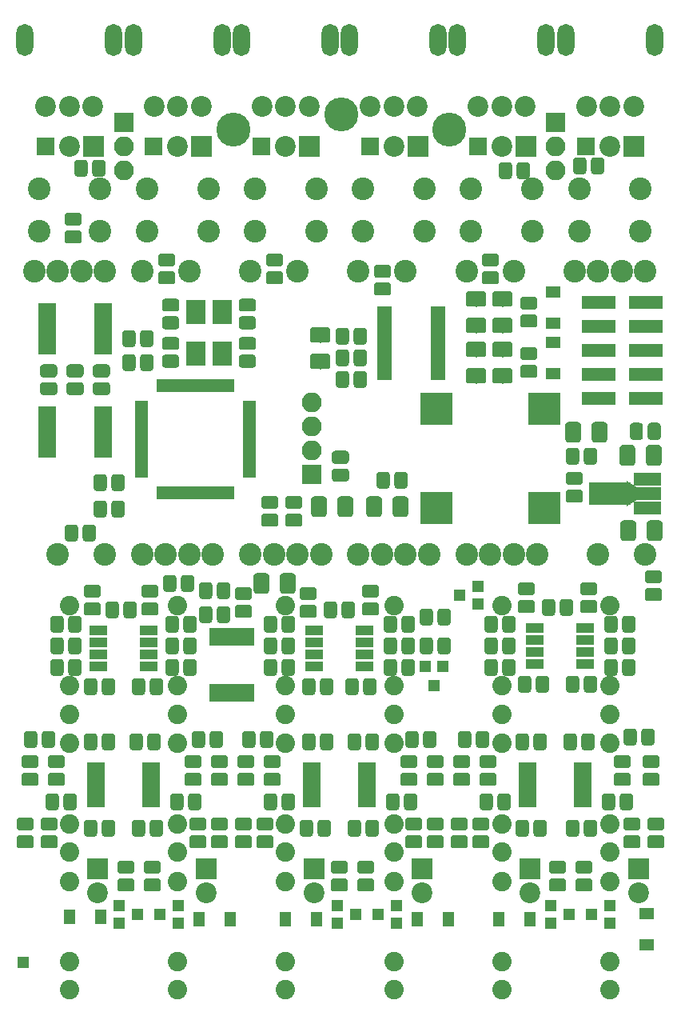
<source format=gbr>
G04 #@! TF.GenerationSoftware,KiCad,Pcbnew,(5.0.0-3-g5ebb6b6)*
G04 #@! TF.CreationDate,2019-01-01T15:02:40-08:00*
G04 #@! TF.ProjectId,Stages,5374616765732E6B696361645F706362,rev?*
G04 #@! TF.SameCoordinates,Original*
G04 #@! TF.FileFunction,Soldermask,Top*
G04 #@! TF.FilePolarity,Negative*
%FSLAX46Y46*%
G04 Gerber Fmt 4.6, Leading zero omitted, Abs format (unit mm)*
G04 Created by KiCad (PCBNEW (5.0.0-3-g5ebb6b6)) date Tuesday, January 01, 2019 at 03:02:40 PM*
%MOMM*%
%LPD*%
G01*
G04 APERTURE LIST*
%ADD10C,0.100000*%
%ADD11C,1.650000*%
%ADD12R,1.600000X1.300000*%
%ADD13C,1.375000*%
%ADD14R,3.550000X1.400000*%
%ADD15R,2.900000X1.400000*%
%ADD16R,4.400000X2.400000*%
%ADD17C,1.150000*%
%ADD18R,1.850000X0.850000*%
%ADD19R,1.300000X1.600000*%
%ADD20R,1.500000X0.800000*%
%ADD21R,3.400000X3.400000*%
%ADD22R,1.900000X0.850000*%
%ADD23R,0.850000X1.850000*%
%ADD24R,0.650000X1.400000*%
%ADD25R,1.400000X0.650000*%
%ADD26R,1.200000X1.300000*%
%ADD27C,2.050000*%
%ADD28O,2.100000X2.100000*%
%ADD29R,2.100000X2.100000*%
%ADD30C,2.200000*%
%ADD31R,2.200000X2.200000*%
%ADD32R,1.924000X1.924000*%
%ADD33R,2.000000X2.600000*%
%ADD34R,1.300000X1.200000*%
%ADD35C,2.400000*%
%ADD36O,1.800000X3.400000*%
%ADD37R,1.950000X1.000000*%
%ADD38C,3.600000*%
%ADD39R,1.250000X1.250000*%
G04 APERTURE END LIST*
D10*
G04 #@! TO.C,C9*
G36*
X133747346Y-99764589D02*
X133779380Y-99769341D01*
X133810794Y-99777210D01*
X133841286Y-99788120D01*
X133870561Y-99801966D01*
X133898338Y-99818615D01*
X133924350Y-99837907D01*
X133948345Y-99859655D01*
X133970093Y-99883650D01*
X133989385Y-99909662D01*
X134006034Y-99937439D01*
X134019880Y-99966714D01*
X134030790Y-99997206D01*
X134038659Y-100028620D01*
X134043411Y-100060654D01*
X134045000Y-100093000D01*
X134045000Y-101583000D01*
X134043411Y-101615346D01*
X134038659Y-101647380D01*
X134030790Y-101678794D01*
X134019880Y-101709286D01*
X134006034Y-101738561D01*
X133989385Y-101766338D01*
X133970093Y-101792350D01*
X133948345Y-101816345D01*
X133924350Y-101838093D01*
X133898338Y-101857385D01*
X133870561Y-101874034D01*
X133841286Y-101887880D01*
X133810794Y-101898790D01*
X133779380Y-101906659D01*
X133747346Y-101911411D01*
X133715000Y-101913000D01*
X132725000Y-101913000D01*
X132692654Y-101911411D01*
X132660620Y-101906659D01*
X132629206Y-101898790D01*
X132598714Y-101887880D01*
X132569439Y-101874034D01*
X132541662Y-101857385D01*
X132515650Y-101838093D01*
X132491655Y-101816345D01*
X132469907Y-101792350D01*
X132450615Y-101766338D01*
X132433966Y-101738561D01*
X132420120Y-101709286D01*
X132409210Y-101678794D01*
X132401341Y-101647380D01*
X132396589Y-101615346D01*
X132395000Y-101583000D01*
X132395000Y-100093000D01*
X132396589Y-100060654D01*
X132401341Y-100028620D01*
X132409210Y-99997206D01*
X132420120Y-99966714D01*
X132433966Y-99937439D01*
X132450615Y-99909662D01*
X132469907Y-99883650D01*
X132491655Y-99859655D01*
X132515650Y-99837907D01*
X132541662Y-99818615D01*
X132569439Y-99801966D01*
X132598714Y-99788120D01*
X132629206Y-99777210D01*
X132660620Y-99769341D01*
X132692654Y-99764589D01*
X132725000Y-99763000D01*
X133715000Y-99763000D01*
X133747346Y-99764589D01*
X133747346Y-99764589D01*
G37*
D11*
X133220000Y-100838000D03*
D10*
G36*
X136547346Y-99764589D02*
X136579380Y-99769341D01*
X136610794Y-99777210D01*
X136641286Y-99788120D01*
X136670561Y-99801966D01*
X136698338Y-99818615D01*
X136724350Y-99837907D01*
X136748345Y-99859655D01*
X136770093Y-99883650D01*
X136789385Y-99909662D01*
X136806034Y-99937439D01*
X136819880Y-99966714D01*
X136830790Y-99997206D01*
X136838659Y-100028620D01*
X136843411Y-100060654D01*
X136845000Y-100093000D01*
X136845000Y-101583000D01*
X136843411Y-101615346D01*
X136838659Y-101647380D01*
X136830790Y-101678794D01*
X136819880Y-101709286D01*
X136806034Y-101738561D01*
X136789385Y-101766338D01*
X136770093Y-101792350D01*
X136748345Y-101816345D01*
X136724350Y-101838093D01*
X136698338Y-101857385D01*
X136670561Y-101874034D01*
X136641286Y-101887880D01*
X136610794Y-101898790D01*
X136579380Y-101906659D01*
X136547346Y-101911411D01*
X136515000Y-101913000D01*
X135525000Y-101913000D01*
X135492654Y-101911411D01*
X135460620Y-101906659D01*
X135429206Y-101898790D01*
X135398714Y-101887880D01*
X135369439Y-101874034D01*
X135341662Y-101857385D01*
X135315650Y-101838093D01*
X135291655Y-101816345D01*
X135269907Y-101792350D01*
X135250615Y-101766338D01*
X135233966Y-101738561D01*
X135220120Y-101709286D01*
X135209210Y-101678794D01*
X135201341Y-101647380D01*
X135196589Y-101615346D01*
X135195000Y-101583000D01*
X135195000Y-100093000D01*
X135196589Y-100060654D01*
X135201341Y-100028620D01*
X135209210Y-99997206D01*
X135220120Y-99966714D01*
X135233966Y-99937439D01*
X135250615Y-99909662D01*
X135269907Y-99883650D01*
X135291655Y-99859655D01*
X135315650Y-99837907D01*
X135341662Y-99818615D01*
X135369439Y-99801966D01*
X135398714Y-99788120D01*
X135429206Y-99777210D01*
X135460620Y-99769341D01*
X135492654Y-99764589D01*
X135525000Y-99763000D01*
X136515000Y-99763000D01*
X136547346Y-99764589D01*
X136547346Y-99764589D01*
G37*
D11*
X136020000Y-100838000D03*
G04 #@! TD*
D12*
G04 #@! TO.C,D2*
X157988000Y-86740000D03*
X157988000Y-83440000D03*
G04 #@! TD*
D10*
G04 #@! TO.C,R14*
G36*
X153714943Y-114671655D02*
X153748312Y-114676605D01*
X153781035Y-114684802D01*
X153812797Y-114696166D01*
X153843293Y-114710590D01*
X153872227Y-114727932D01*
X153899323Y-114748028D01*
X153924318Y-114770682D01*
X153946972Y-114795677D01*
X153967068Y-114822773D01*
X153984410Y-114851707D01*
X153998834Y-114882203D01*
X154010198Y-114913965D01*
X154018395Y-114946688D01*
X154023345Y-114980057D01*
X154025000Y-115013750D01*
X154025000Y-116126250D01*
X154023345Y-116159943D01*
X154018395Y-116193312D01*
X154010198Y-116226035D01*
X153998834Y-116257797D01*
X153984410Y-116288293D01*
X153967068Y-116317227D01*
X153946972Y-116344323D01*
X153924318Y-116369318D01*
X153899323Y-116391972D01*
X153872227Y-116412068D01*
X153843293Y-116429410D01*
X153812797Y-116443834D01*
X153781035Y-116455198D01*
X153748312Y-116463395D01*
X153714943Y-116468345D01*
X153681250Y-116470000D01*
X152993750Y-116470000D01*
X152960057Y-116468345D01*
X152926688Y-116463395D01*
X152893965Y-116455198D01*
X152862203Y-116443834D01*
X152831707Y-116429410D01*
X152802773Y-116412068D01*
X152775677Y-116391972D01*
X152750682Y-116369318D01*
X152728028Y-116344323D01*
X152707932Y-116317227D01*
X152690590Y-116288293D01*
X152676166Y-116257797D01*
X152664802Y-116226035D01*
X152656605Y-116193312D01*
X152651655Y-116159943D01*
X152650000Y-116126250D01*
X152650000Y-115013750D01*
X152651655Y-114980057D01*
X152656605Y-114946688D01*
X152664802Y-114913965D01*
X152676166Y-114882203D01*
X152690590Y-114851707D01*
X152707932Y-114822773D01*
X152728028Y-114795677D01*
X152750682Y-114770682D01*
X152775677Y-114748028D01*
X152802773Y-114727932D01*
X152831707Y-114710590D01*
X152862203Y-114696166D01*
X152893965Y-114684802D01*
X152926688Y-114676605D01*
X152960057Y-114671655D01*
X152993750Y-114670000D01*
X153681250Y-114670000D01*
X153714943Y-114671655D01*
X153714943Y-114671655D01*
G37*
D13*
X153337500Y-115570000D03*
D10*
G36*
X151839943Y-114671655D02*
X151873312Y-114676605D01*
X151906035Y-114684802D01*
X151937797Y-114696166D01*
X151968293Y-114710590D01*
X151997227Y-114727932D01*
X152024323Y-114748028D01*
X152049318Y-114770682D01*
X152071972Y-114795677D01*
X152092068Y-114822773D01*
X152109410Y-114851707D01*
X152123834Y-114882203D01*
X152135198Y-114913965D01*
X152143395Y-114946688D01*
X152148345Y-114980057D01*
X152150000Y-115013750D01*
X152150000Y-116126250D01*
X152148345Y-116159943D01*
X152143395Y-116193312D01*
X152135198Y-116226035D01*
X152123834Y-116257797D01*
X152109410Y-116288293D01*
X152092068Y-116317227D01*
X152071972Y-116344323D01*
X152049318Y-116369318D01*
X152024323Y-116391972D01*
X151997227Y-116412068D01*
X151968293Y-116429410D01*
X151937797Y-116443834D01*
X151906035Y-116455198D01*
X151873312Y-116463395D01*
X151839943Y-116468345D01*
X151806250Y-116470000D01*
X151118750Y-116470000D01*
X151085057Y-116468345D01*
X151051688Y-116463395D01*
X151018965Y-116455198D01*
X150987203Y-116443834D01*
X150956707Y-116429410D01*
X150927773Y-116412068D01*
X150900677Y-116391972D01*
X150875682Y-116369318D01*
X150853028Y-116344323D01*
X150832932Y-116317227D01*
X150815590Y-116288293D01*
X150801166Y-116257797D01*
X150789802Y-116226035D01*
X150781605Y-116193312D01*
X150776655Y-116159943D01*
X150775000Y-116126250D01*
X150775000Y-115013750D01*
X150776655Y-114980057D01*
X150781605Y-114946688D01*
X150789802Y-114913965D01*
X150801166Y-114882203D01*
X150815590Y-114851707D01*
X150832932Y-114822773D01*
X150853028Y-114795677D01*
X150875682Y-114770682D01*
X150900677Y-114748028D01*
X150927773Y-114727932D01*
X150956707Y-114710590D01*
X150987203Y-114696166D01*
X151018965Y-114684802D01*
X151051688Y-114676605D01*
X151085057Y-114671655D01*
X151118750Y-114670000D01*
X151806250Y-114670000D01*
X151839943Y-114671655D01*
X151839943Y-114671655D01*
G37*
D13*
X151462500Y-115570000D03*
G04 #@! TD*
D14*
G04 #@! TO.C,JP5*
X167879000Y-89408000D03*
X162829000Y-89408000D03*
X167879000Y-86868000D03*
X162829000Y-86868000D03*
X167879000Y-84328000D03*
X162829000Y-84328000D03*
X167879000Y-81788000D03*
X162829000Y-81788000D03*
X167879000Y-79248000D03*
X162829000Y-79248000D03*
G04 #@! TD*
D15*
G04 #@! TO.C,IC7*
X168006000Y-100981676D03*
X168006000Y-99481676D03*
X168006000Y-97981676D03*
D16*
X164046000Y-99481676D03*
D17*
X166396000Y-99481676D03*
D10*
G36*
X165821000Y-98107973D02*
X166971000Y-98874639D01*
X166971000Y-100088713D01*
X165821000Y-100855379D01*
X165821000Y-98107973D01*
X165821000Y-98107973D01*
G37*
G04 #@! TD*
G04 #@! TO.C,C20*
G36*
X166513346Y-102304589D02*
X166545380Y-102309341D01*
X166576794Y-102317210D01*
X166607286Y-102328120D01*
X166636561Y-102341966D01*
X166664338Y-102358615D01*
X166690350Y-102377907D01*
X166714345Y-102399655D01*
X166736093Y-102423650D01*
X166755385Y-102449662D01*
X166772034Y-102477439D01*
X166785880Y-102506714D01*
X166796790Y-102537206D01*
X166804659Y-102568620D01*
X166809411Y-102600654D01*
X166811000Y-102633000D01*
X166811000Y-104123000D01*
X166809411Y-104155346D01*
X166804659Y-104187380D01*
X166796790Y-104218794D01*
X166785880Y-104249286D01*
X166772034Y-104278561D01*
X166755385Y-104306338D01*
X166736093Y-104332350D01*
X166714345Y-104356345D01*
X166690350Y-104378093D01*
X166664338Y-104397385D01*
X166636561Y-104414034D01*
X166607286Y-104427880D01*
X166576794Y-104438790D01*
X166545380Y-104446659D01*
X166513346Y-104451411D01*
X166481000Y-104453000D01*
X165491000Y-104453000D01*
X165458654Y-104451411D01*
X165426620Y-104446659D01*
X165395206Y-104438790D01*
X165364714Y-104427880D01*
X165335439Y-104414034D01*
X165307662Y-104397385D01*
X165281650Y-104378093D01*
X165257655Y-104356345D01*
X165235907Y-104332350D01*
X165216615Y-104306338D01*
X165199966Y-104278561D01*
X165186120Y-104249286D01*
X165175210Y-104218794D01*
X165167341Y-104187380D01*
X165162589Y-104155346D01*
X165161000Y-104123000D01*
X165161000Y-102633000D01*
X165162589Y-102600654D01*
X165167341Y-102568620D01*
X165175210Y-102537206D01*
X165186120Y-102506714D01*
X165199966Y-102477439D01*
X165216615Y-102449662D01*
X165235907Y-102423650D01*
X165257655Y-102399655D01*
X165281650Y-102377907D01*
X165307662Y-102358615D01*
X165335439Y-102341966D01*
X165364714Y-102328120D01*
X165395206Y-102317210D01*
X165426620Y-102309341D01*
X165458654Y-102304589D01*
X165491000Y-102303000D01*
X166481000Y-102303000D01*
X166513346Y-102304589D01*
X166513346Y-102304589D01*
G37*
D11*
X165986000Y-103378000D03*
D10*
G36*
X169313346Y-102304589D02*
X169345380Y-102309341D01*
X169376794Y-102317210D01*
X169407286Y-102328120D01*
X169436561Y-102341966D01*
X169464338Y-102358615D01*
X169490350Y-102377907D01*
X169514345Y-102399655D01*
X169536093Y-102423650D01*
X169555385Y-102449662D01*
X169572034Y-102477439D01*
X169585880Y-102506714D01*
X169596790Y-102537206D01*
X169604659Y-102568620D01*
X169609411Y-102600654D01*
X169611000Y-102633000D01*
X169611000Y-104123000D01*
X169609411Y-104155346D01*
X169604659Y-104187380D01*
X169596790Y-104218794D01*
X169585880Y-104249286D01*
X169572034Y-104278561D01*
X169555385Y-104306338D01*
X169536093Y-104332350D01*
X169514345Y-104356345D01*
X169490350Y-104378093D01*
X169464338Y-104397385D01*
X169436561Y-104414034D01*
X169407286Y-104427880D01*
X169376794Y-104438790D01*
X169345380Y-104446659D01*
X169313346Y-104451411D01*
X169281000Y-104453000D01*
X168291000Y-104453000D01*
X168258654Y-104451411D01*
X168226620Y-104446659D01*
X168195206Y-104438790D01*
X168164714Y-104427880D01*
X168135439Y-104414034D01*
X168107662Y-104397385D01*
X168081650Y-104378093D01*
X168057655Y-104356345D01*
X168035907Y-104332350D01*
X168016615Y-104306338D01*
X167999966Y-104278561D01*
X167986120Y-104249286D01*
X167975210Y-104218794D01*
X167967341Y-104187380D01*
X167962589Y-104155346D01*
X167961000Y-104123000D01*
X167961000Y-102633000D01*
X167962589Y-102600654D01*
X167967341Y-102568620D01*
X167975210Y-102537206D01*
X167986120Y-102506714D01*
X167999966Y-102477439D01*
X168016615Y-102449662D01*
X168035907Y-102423650D01*
X168057655Y-102399655D01*
X168081650Y-102377907D01*
X168107662Y-102358615D01*
X168135439Y-102341966D01*
X168164714Y-102328120D01*
X168195206Y-102317210D01*
X168226620Y-102309341D01*
X168258654Y-102304589D01*
X168291000Y-102303000D01*
X169281000Y-102303000D01*
X169313346Y-102304589D01*
X169313346Y-102304589D01*
G37*
D11*
X168786000Y-103378000D03*
G04 #@! TD*
D10*
G04 #@! TO.C,L4*
G36*
X169118943Y-91979331D02*
X169152312Y-91984281D01*
X169185035Y-91992478D01*
X169216797Y-92003842D01*
X169247293Y-92018266D01*
X169276227Y-92035608D01*
X169303323Y-92055704D01*
X169328318Y-92078358D01*
X169350972Y-92103353D01*
X169371068Y-92130449D01*
X169388410Y-92159383D01*
X169402834Y-92189879D01*
X169414198Y-92221641D01*
X169422395Y-92254364D01*
X169427345Y-92287733D01*
X169429000Y-92321426D01*
X169429000Y-93433926D01*
X169427345Y-93467619D01*
X169422395Y-93500988D01*
X169414198Y-93533711D01*
X169402834Y-93565473D01*
X169388410Y-93595969D01*
X169371068Y-93624903D01*
X169350972Y-93651999D01*
X169328318Y-93676994D01*
X169303323Y-93699648D01*
X169276227Y-93719744D01*
X169247293Y-93737086D01*
X169216797Y-93751510D01*
X169185035Y-93762874D01*
X169152312Y-93771071D01*
X169118943Y-93776021D01*
X169085250Y-93777676D01*
X168397750Y-93777676D01*
X168364057Y-93776021D01*
X168330688Y-93771071D01*
X168297965Y-93762874D01*
X168266203Y-93751510D01*
X168235707Y-93737086D01*
X168206773Y-93719744D01*
X168179677Y-93699648D01*
X168154682Y-93676994D01*
X168132028Y-93651999D01*
X168111932Y-93624903D01*
X168094590Y-93595969D01*
X168080166Y-93565473D01*
X168068802Y-93533711D01*
X168060605Y-93500988D01*
X168055655Y-93467619D01*
X168054000Y-93433926D01*
X168054000Y-92321426D01*
X168055655Y-92287733D01*
X168060605Y-92254364D01*
X168068802Y-92221641D01*
X168080166Y-92189879D01*
X168094590Y-92159383D01*
X168111932Y-92130449D01*
X168132028Y-92103353D01*
X168154682Y-92078358D01*
X168179677Y-92055704D01*
X168206773Y-92035608D01*
X168235707Y-92018266D01*
X168266203Y-92003842D01*
X168297965Y-91992478D01*
X168330688Y-91984281D01*
X168364057Y-91979331D01*
X168397750Y-91977676D01*
X169085250Y-91977676D01*
X169118943Y-91979331D01*
X169118943Y-91979331D01*
G37*
D13*
X168741500Y-92877676D03*
D10*
G36*
X167243943Y-91979331D02*
X167277312Y-91984281D01*
X167310035Y-91992478D01*
X167341797Y-92003842D01*
X167372293Y-92018266D01*
X167401227Y-92035608D01*
X167428323Y-92055704D01*
X167453318Y-92078358D01*
X167475972Y-92103353D01*
X167496068Y-92130449D01*
X167513410Y-92159383D01*
X167527834Y-92189879D01*
X167539198Y-92221641D01*
X167547395Y-92254364D01*
X167552345Y-92287733D01*
X167554000Y-92321426D01*
X167554000Y-93433926D01*
X167552345Y-93467619D01*
X167547395Y-93500988D01*
X167539198Y-93533711D01*
X167527834Y-93565473D01*
X167513410Y-93595969D01*
X167496068Y-93624903D01*
X167475972Y-93651999D01*
X167453318Y-93676994D01*
X167428323Y-93699648D01*
X167401227Y-93719744D01*
X167372293Y-93737086D01*
X167341797Y-93751510D01*
X167310035Y-93762874D01*
X167277312Y-93771071D01*
X167243943Y-93776021D01*
X167210250Y-93777676D01*
X166522750Y-93777676D01*
X166489057Y-93776021D01*
X166455688Y-93771071D01*
X166422965Y-93762874D01*
X166391203Y-93751510D01*
X166360707Y-93737086D01*
X166331773Y-93719744D01*
X166304677Y-93699648D01*
X166279682Y-93676994D01*
X166257028Y-93651999D01*
X166236932Y-93624903D01*
X166219590Y-93595969D01*
X166205166Y-93565473D01*
X166193802Y-93533711D01*
X166185605Y-93500988D01*
X166180655Y-93467619D01*
X166179000Y-93433926D01*
X166179000Y-92321426D01*
X166180655Y-92287733D01*
X166185605Y-92254364D01*
X166193802Y-92221641D01*
X166205166Y-92189879D01*
X166219590Y-92159383D01*
X166236932Y-92130449D01*
X166257028Y-92103353D01*
X166279682Y-92078358D01*
X166304677Y-92055704D01*
X166331773Y-92035608D01*
X166360707Y-92018266D01*
X166391203Y-92003842D01*
X166422965Y-91992478D01*
X166455688Y-91984281D01*
X166489057Y-91979331D01*
X166522750Y-91977676D01*
X167210250Y-91977676D01*
X167243943Y-91979331D01*
X167243943Y-91979331D01*
G37*
D13*
X166866500Y-92877676D03*
G04 #@! TD*
D10*
G04 #@! TO.C,C23*
G36*
X166423346Y-94344265D02*
X166455380Y-94349017D01*
X166486794Y-94356886D01*
X166517286Y-94367796D01*
X166546561Y-94381642D01*
X166574338Y-94398291D01*
X166600350Y-94417583D01*
X166624345Y-94439331D01*
X166646093Y-94463326D01*
X166665385Y-94489338D01*
X166682034Y-94517115D01*
X166695880Y-94546390D01*
X166706790Y-94576882D01*
X166714659Y-94608296D01*
X166719411Y-94640330D01*
X166721000Y-94672676D01*
X166721000Y-96162676D01*
X166719411Y-96195022D01*
X166714659Y-96227056D01*
X166706790Y-96258470D01*
X166695880Y-96288962D01*
X166682034Y-96318237D01*
X166665385Y-96346014D01*
X166646093Y-96372026D01*
X166624345Y-96396021D01*
X166600350Y-96417769D01*
X166574338Y-96437061D01*
X166546561Y-96453710D01*
X166517286Y-96467556D01*
X166486794Y-96478466D01*
X166455380Y-96486335D01*
X166423346Y-96491087D01*
X166391000Y-96492676D01*
X165401000Y-96492676D01*
X165368654Y-96491087D01*
X165336620Y-96486335D01*
X165305206Y-96478466D01*
X165274714Y-96467556D01*
X165245439Y-96453710D01*
X165217662Y-96437061D01*
X165191650Y-96417769D01*
X165167655Y-96396021D01*
X165145907Y-96372026D01*
X165126615Y-96346014D01*
X165109966Y-96318237D01*
X165096120Y-96288962D01*
X165085210Y-96258470D01*
X165077341Y-96227056D01*
X165072589Y-96195022D01*
X165071000Y-96162676D01*
X165071000Y-94672676D01*
X165072589Y-94640330D01*
X165077341Y-94608296D01*
X165085210Y-94576882D01*
X165096120Y-94546390D01*
X165109966Y-94517115D01*
X165126615Y-94489338D01*
X165145907Y-94463326D01*
X165167655Y-94439331D01*
X165191650Y-94417583D01*
X165217662Y-94398291D01*
X165245439Y-94381642D01*
X165274714Y-94367796D01*
X165305206Y-94356886D01*
X165336620Y-94349017D01*
X165368654Y-94344265D01*
X165401000Y-94342676D01*
X166391000Y-94342676D01*
X166423346Y-94344265D01*
X166423346Y-94344265D01*
G37*
D11*
X165896000Y-95417676D03*
D10*
G36*
X169223346Y-94344265D02*
X169255380Y-94349017D01*
X169286794Y-94356886D01*
X169317286Y-94367796D01*
X169346561Y-94381642D01*
X169374338Y-94398291D01*
X169400350Y-94417583D01*
X169424345Y-94439331D01*
X169446093Y-94463326D01*
X169465385Y-94489338D01*
X169482034Y-94517115D01*
X169495880Y-94546390D01*
X169506790Y-94576882D01*
X169514659Y-94608296D01*
X169519411Y-94640330D01*
X169521000Y-94672676D01*
X169521000Y-96162676D01*
X169519411Y-96195022D01*
X169514659Y-96227056D01*
X169506790Y-96258470D01*
X169495880Y-96288962D01*
X169482034Y-96318237D01*
X169465385Y-96346014D01*
X169446093Y-96372026D01*
X169424345Y-96396021D01*
X169400350Y-96417769D01*
X169374338Y-96437061D01*
X169346561Y-96453710D01*
X169317286Y-96467556D01*
X169286794Y-96478466D01*
X169255380Y-96486335D01*
X169223346Y-96491087D01*
X169191000Y-96492676D01*
X168201000Y-96492676D01*
X168168654Y-96491087D01*
X168136620Y-96486335D01*
X168105206Y-96478466D01*
X168074714Y-96467556D01*
X168045439Y-96453710D01*
X168017662Y-96437061D01*
X167991650Y-96417769D01*
X167967655Y-96396021D01*
X167945907Y-96372026D01*
X167926615Y-96346014D01*
X167909966Y-96318237D01*
X167896120Y-96288962D01*
X167885210Y-96258470D01*
X167877341Y-96227056D01*
X167872589Y-96195022D01*
X167871000Y-96162676D01*
X167871000Y-94672676D01*
X167872589Y-94640330D01*
X167877341Y-94608296D01*
X167885210Y-94576882D01*
X167896120Y-94546390D01*
X167909966Y-94517115D01*
X167926615Y-94489338D01*
X167945907Y-94463326D01*
X167967655Y-94439331D01*
X167991650Y-94417583D01*
X168017662Y-94398291D01*
X168045439Y-94381642D01*
X168074714Y-94367796D01*
X168105206Y-94356886D01*
X168136620Y-94349017D01*
X168168654Y-94344265D01*
X168201000Y-94342676D01*
X169191000Y-94342676D01*
X169223346Y-94344265D01*
X169223346Y-94344265D01*
G37*
D11*
X168696000Y-95417676D03*
G04 #@! TD*
D10*
G04 #@! TO.C,R72*
G36*
X135971943Y-138330655D02*
X136005312Y-138335605D01*
X136038035Y-138343802D01*
X136069797Y-138355166D01*
X136100293Y-138369590D01*
X136129227Y-138386932D01*
X136156323Y-138407028D01*
X136181318Y-138429682D01*
X136203972Y-138454677D01*
X136224068Y-138481773D01*
X136241410Y-138510707D01*
X136255834Y-138541203D01*
X136267198Y-138572965D01*
X136275395Y-138605688D01*
X136280345Y-138639057D01*
X136282000Y-138672750D01*
X136282000Y-139360250D01*
X136280345Y-139393943D01*
X136275395Y-139427312D01*
X136267198Y-139460035D01*
X136255834Y-139491797D01*
X136241410Y-139522293D01*
X136224068Y-139551227D01*
X136203972Y-139578323D01*
X136181318Y-139603318D01*
X136156323Y-139625972D01*
X136129227Y-139646068D01*
X136100293Y-139663410D01*
X136069797Y-139677834D01*
X136038035Y-139689198D01*
X136005312Y-139697395D01*
X135971943Y-139702345D01*
X135938250Y-139704000D01*
X134825750Y-139704000D01*
X134792057Y-139702345D01*
X134758688Y-139697395D01*
X134725965Y-139689198D01*
X134694203Y-139677834D01*
X134663707Y-139663410D01*
X134634773Y-139646068D01*
X134607677Y-139625972D01*
X134582682Y-139603318D01*
X134560028Y-139578323D01*
X134539932Y-139551227D01*
X134522590Y-139522293D01*
X134508166Y-139491797D01*
X134496802Y-139460035D01*
X134488605Y-139427312D01*
X134483655Y-139393943D01*
X134482000Y-139360250D01*
X134482000Y-138672750D01*
X134483655Y-138639057D01*
X134488605Y-138605688D01*
X134496802Y-138572965D01*
X134508166Y-138541203D01*
X134522590Y-138510707D01*
X134539932Y-138481773D01*
X134560028Y-138454677D01*
X134582682Y-138429682D01*
X134607677Y-138407028D01*
X134634773Y-138386932D01*
X134663707Y-138369590D01*
X134694203Y-138355166D01*
X134725965Y-138343802D01*
X134758688Y-138335605D01*
X134792057Y-138330655D01*
X134825750Y-138329000D01*
X135938250Y-138329000D01*
X135971943Y-138330655D01*
X135971943Y-138330655D01*
G37*
D13*
X135382000Y-139016500D03*
D10*
G36*
X135971943Y-140205655D02*
X136005312Y-140210605D01*
X136038035Y-140218802D01*
X136069797Y-140230166D01*
X136100293Y-140244590D01*
X136129227Y-140261932D01*
X136156323Y-140282028D01*
X136181318Y-140304682D01*
X136203972Y-140329677D01*
X136224068Y-140356773D01*
X136241410Y-140385707D01*
X136255834Y-140416203D01*
X136267198Y-140447965D01*
X136275395Y-140480688D01*
X136280345Y-140514057D01*
X136282000Y-140547750D01*
X136282000Y-141235250D01*
X136280345Y-141268943D01*
X136275395Y-141302312D01*
X136267198Y-141335035D01*
X136255834Y-141366797D01*
X136241410Y-141397293D01*
X136224068Y-141426227D01*
X136203972Y-141453323D01*
X136181318Y-141478318D01*
X136156323Y-141500972D01*
X136129227Y-141521068D01*
X136100293Y-141538410D01*
X136069797Y-141552834D01*
X136038035Y-141564198D01*
X136005312Y-141572395D01*
X135971943Y-141577345D01*
X135938250Y-141579000D01*
X134825750Y-141579000D01*
X134792057Y-141577345D01*
X134758688Y-141572395D01*
X134725965Y-141564198D01*
X134694203Y-141552834D01*
X134663707Y-141538410D01*
X134634773Y-141521068D01*
X134607677Y-141500972D01*
X134582682Y-141478318D01*
X134560028Y-141453323D01*
X134539932Y-141426227D01*
X134522590Y-141397293D01*
X134508166Y-141366797D01*
X134496802Y-141335035D01*
X134488605Y-141302312D01*
X134483655Y-141268943D01*
X134482000Y-141235250D01*
X134482000Y-140547750D01*
X134483655Y-140514057D01*
X134488605Y-140480688D01*
X134496802Y-140447965D01*
X134508166Y-140416203D01*
X134522590Y-140385707D01*
X134539932Y-140356773D01*
X134560028Y-140329677D01*
X134582682Y-140304682D01*
X134607677Y-140282028D01*
X134634773Y-140261932D01*
X134663707Y-140244590D01*
X134694203Y-140230166D01*
X134725965Y-140218802D01*
X134758688Y-140210605D01*
X134792057Y-140205655D01*
X134825750Y-140204000D01*
X135938250Y-140204000D01*
X135971943Y-140205655D01*
X135971943Y-140205655D01*
G37*
D13*
X135382000Y-140891500D03*
G04 #@! TD*
D10*
G04 #@! TO.C,R76*
G36*
X125811943Y-133758655D02*
X125845312Y-133763605D01*
X125878035Y-133771802D01*
X125909797Y-133783166D01*
X125940293Y-133797590D01*
X125969227Y-133814932D01*
X125996323Y-133835028D01*
X126021318Y-133857682D01*
X126043972Y-133882677D01*
X126064068Y-133909773D01*
X126081410Y-133938707D01*
X126095834Y-133969203D01*
X126107198Y-134000965D01*
X126115395Y-134033688D01*
X126120345Y-134067057D01*
X126122000Y-134100750D01*
X126122000Y-134788250D01*
X126120345Y-134821943D01*
X126115395Y-134855312D01*
X126107198Y-134888035D01*
X126095834Y-134919797D01*
X126081410Y-134950293D01*
X126064068Y-134979227D01*
X126043972Y-135006323D01*
X126021318Y-135031318D01*
X125996323Y-135053972D01*
X125969227Y-135074068D01*
X125940293Y-135091410D01*
X125909797Y-135105834D01*
X125878035Y-135117198D01*
X125845312Y-135125395D01*
X125811943Y-135130345D01*
X125778250Y-135132000D01*
X124665750Y-135132000D01*
X124632057Y-135130345D01*
X124598688Y-135125395D01*
X124565965Y-135117198D01*
X124534203Y-135105834D01*
X124503707Y-135091410D01*
X124474773Y-135074068D01*
X124447677Y-135053972D01*
X124422682Y-135031318D01*
X124400028Y-135006323D01*
X124379932Y-134979227D01*
X124362590Y-134950293D01*
X124348166Y-134919797D01*
X124336802Y-134888035D01*
X124328605Y-134855312D01*
X124323655Y-134821943D01*
X124322000Y-134788250D01*
X124322000Y-134100750D01*
X124323655Y-134067057D01*
X124328605Y-134033688D01*
X124336802Y-134000965D01*
X124348166Y-133969203D01*
X124362590Y-133938707D01*
X124379932Y-133909773D01*
X124400028Y-133882677D01*
X124422682Y-133857682D01*
X124447677Y-133835028D01*
X124474773Y-133814932D01*
X124503707Y-133797590D01*
X124534203Y-133783166D01*
X124565965Y-133771802D01*
X124598688Y-133763605D01*
X124632057Y-133758655D01*
X124665750Y-133757000D01*
X125778250Y-133757000D01*
X125811943Y-133758655D01*
X125811943Y-133758655D01*
G37*
D13*
X125222000Y-134444500D03*
D10*
G36*
X125811943Y-135633655D02*
X125845312Y-135638605D01*
X125878035Y-135646802D01*
X125909797Y-135658166D01*
X125940293Y-135672590D01*
X125969227Y-135689932D01*
X125996323Y-135710028D01*
X126021318Y-135732682D01*
X126043972Y-135757677D01*
X126064068Y-135784773D01*
X126081410Y-135813707D01*
X126095834Y-135844203D01*
X126107198Y-135875965D01*
X126115395Y-135908688D01*
X126120345Y-135942057D01*
X126122000Y-135975750D01*
X126122000Y-136663250D01*
X126120345Y-136696943D01*
X126115395Y-136730312D01*
X126107198Y-136763035D01*
X126095834Y-136794797D01*
X126081410Y-136825293D01*
X126064068Y-136854227D01*
X126043972Y-136881323D01*
X126021318Y-136906318D01*
X125996323Y-136928972D01*
X125969227Y-136949068D01*
X125940293Y-136966410D01*
X125909797Y-136980834D01*
X125878035Y-136992198D01*
X125845312Y-137000395D01*
X125811943Y-137005345D01*
X125778250Y-137007000D01*
X124665750Y-137007000D01*
X124632057Y-137005345D01*
X124598688Y-137000395D01*
X124565965Y-136992198D01*
X124534203Y-136980834D01*
X124503707Y-136966410D01*
X124474773Y-136949068D01*
X124447677Y-136928972D01*
X124422682Y-136906318D01*
X124400028Y-136881323D01*
X124379932Y-136854227D01*
X124362590Y-136825293D01*
X124348166Y-136794797D01*
X124336802Y-136763035D01*
X124328605Y-136730312D01*
X124323655Y-136696943D01*
X124322000Y-136663250D01*
X124322000Y-135975750D01*
X124323655Y-135942057D01*
X124328605Y-135908688D01*
X124336802Y-135875965D01*
X124348166Y-135844203D01*
X124362590Y-135813707D01*
X124379932Y-135784773D01*
X124400028Y-135757677D01*
X124422682Y-135732682D01*
X124447677Y-135710028D01*
X124474773Y-135689932D01*
X124503707Y-135672590D01*
X124534203Y-135658166D01*
X124565965Y-135646802D01*
X124598688Y-135638605D01*
X124632057Y-135633655D01*
X124665750Y-135632000D01*
X125778250Y-135632000D01*
X125811943Y-135633655D01*
X125811943Y-135633655D01*
G37*
D13*
X125222000Y-136319500D03*
G04 #@! TD*
D10*
G04 #@! TO.C,C54*
G36*
X153206943Y-131181655D02*
X153240312Y-131186605D01*
X153273035Y-131194802D01*
X153304797Y-131206166D01*
X153335293Y-131220590D01*
X153364227Y-131237932D01*
X153391323Y-131258028D01*
X153416318Y-131280682D01*
X153438972Y-131305677D01*
X153459068Y-131332773D01*
X153476410Y-131361707D01*
X153490834Y-131392203D01*
X153502198Y-131423965D01*
X153510395Y-131456688D01*
X153515345Y-131490057D01*
X153517000Y-131523750D01*
X153517000Y-132636250D01*
X153515345Y-132669943D01*
X153510395Y-132703312D01*
X153502198Y-132736035D01*
X153490834Y-132767797D01*
X153476410Y-132798293D01*
X153459068Y-132827227D01*
X153438972Y-132854323D01*
X153416318Y-132879318D01*
X153391323Y-132901972D01*
X153364227Y-132922068D01*
X153335293Y-132939410D01*
X153304797Y-132953834D01*
X153273035Y-132965198D01*
X153240312Y-132973395D01*
X153206943Y-132978345D01*
X153173250Y-132980000D01*
X152485750Y-132980000D01*
X152452057Y-132978345D01*
X152418688Y-132973395D01*
X152385965Y-132965198D01*
X152354203Y-132953834D01*
X152323707Y-132939410D01*
X152294773Y-132922068D01*
X152267677Y-132901972D01*
X152242682Y-132879318D01*
X152220028Y-132854323D01*
X152199932Y-132827227D01*
X152182590Y-132798293D01*
X152168166Y-132767797D01*
X152156802Y-132736035D01*
X152148605Y-132703312D01*
X152143655Y-132669943D01*
X152142000Y-132636250D01*
X152142000Y-131523750D01*
X152143655Y-131490057D01*
X152148605Y-131456688D01*
X152156802Y-131423965D01*
X152168166Y-131392203D01*
X152182590Y-131361707D01*
X152199932Y-131332773D01*
X152220028Y-131305677D01*
X152242682Y-131280682D01*
X152267677Y-131258028D01*
X152294773Y-131237932D01*
X152323707Y-131220590D01*
X152354203Y-131206166D01*
X152385965Y-131194802D01*
X152418688Y-131186605D01*
X152452057Y-131181655D01*
X152485750Y-131180000D01*
X153173250Y-131180000D01*
X153206943Y-131181655D01*
X153206943Y-131181655D01*
G37*
D13*
X152829500Y-132080000D03*
D10*
G36*
X151331943Y-131181655D02*
X151365312Y-131186605D01*
X151398035Y-131194802D01*
X151429797Y-131206166D01*
X151460293Y-131220590D01*
X151489227Y-131237932D01*
X151516323Y-131258028D01*
X151541318Y-131280682D01*
X151563972Y-131305677D01*
X151584068Y-131332773D01*
X151601410Y-131361707D01*
X151615834Y-131392203D01*
X151627198Y-131423965D01*
X151635395Y-131456688D01*
X151640345Y-131490057D01*
X151642000Y-131523750D01*
X151642000Y-132636250D01*
X151640345Y-132669943D01*
X151635395Y-132703312D01*
X151627198Y-132736035D01*
X151615834Y-132767797D01*
X151601410Y-132798293D01*
X151584068Y-132827227D01*
X151563972Y-132854323D01*
X151541318Y-132879318D01*
X151516323Y-132901972D01*
X151489227Y-132922068D01*
X151460293Y-132939410D01*
X151429797Y-132953834D01*
X151398035Y-132965198D01*
X151365312Y-132973395D01*
X151331943Y-132978345D01*
X151298250Y-132980000D01*
X150610750Y-132980000D01*
X150577057Y-132978345D01*
X150543688Y-132973395D01*
X150510965Y-132965198D01*
X150479203Y-132953834D01*
X150448707Y-132939410D01*
X150419773Y-132922068D01*
X150392677Y-132901972D01*
X150367682Y-132879318D01*
X150345028Y-132854323D01*
X150324932Y-132827227D01*
X150307590Y-132798293D01*
X150293166Y-132767797D01*
X150281802Y-132736035D01*
X150273605Y-132703312D01*
X150268655Y-132669943D01*
X150267000Y-132636250D01*
X150267000Y-131523750D01*
X150268655Y-131490057D01*
X150273605Y-131456688D01*
X150281802Y-131423965D01*
X150293166Y-131392203D01*
X150307590Y-131361707D01*
X150324932Y-131332773D01*
X150345028Y-131305677D01*
X150367682Y-131280682D01*
X150392677Y-131258028D01*
X150419773Y-131237932D01*
X150448707Y-131220590D01*
X150479203Y-131206166D01*
X150510965Y-131194802D01*
X150543688Y-131186605D01*
X150577057Y-131181655D01*
X150610750Y-131180000D01*
X151298250Y-131180000D01*
X151331943Y-131181655D01*
X151331943Y-131181655D01*
G37*
D13*
X150954500Y-132080000D03*
G04 #@! TD*
D10*
G04 #@! TO.C,R60*
G36*
X105237943Y-135633655D02*
X105271312Y-135638605D01*
X105304035Y-135646802D01*
X105335797Y-135658166D01*
X105366293Y-135672590D01*
X105395227Y-135689932D01*
X105422323Y-135710028D01*
X105447318Y-135732682D01*
X105469972Y-135757677D01*
X105490068Y-135784773D01*
X105507410Y-135813707D01*
X105521834Y-135844203D01*
X105533198Y-135875965D01*
X105541395Y-135908688D01*
X105546345Y-135942057D01*
X105548000Y-135975750D01*
X105548000Y-136663250D01*
X105546345Y-136696943D01*
X105541395Y-136730312D01*
X105533198Y-136763035D01*
X105521834Y-136794797D01*
X105507410Y-136825293D01*
X105490068Y-136854227D01*
X105469972Y-136881323D01*
X105447318Y-136906318D01*
X105422323Y-136928972D01*
X105395227Y-136949068D01*
X105366293Y-136966410D01*
X105335797Y-136980834D01*
X105304035Y-136992198D01*
X105271312Y-137000395D01*
X105237943Y-137005345D01*
X105204250Y-137007000D01*
X104091750Y-137007000D01*
X104058057Y-137005345D01*
X104024688Y-137000395D01*
X103991965Y-136992198D01*
X103960203Y-136980834D01*
X103929707Y-136966410D01*
X103900773Y-136949068D01*
X103873677Y-136928972D01*
X103848682Y-136906318D01*
X103826028Y-136881323D01*
X103805932Y-136854227D01*
X103788590Y-136825293D01*
X103774166Y-136794797D01*
X103762802Y-136763035D01*
X103754605Y-136730312D01*
X103749655Y-136696943D01*
X103748000Y-136663250D01*
X103748000Y-135975750D01*
X103749655Y-135942057D01*
X103754605Y-135908688D01*
X103762802Y-135875965D01*
X103774166Y-135844203D01*
X103788590Y-135813707D01*
X103805932Y-135784773D01*
X103826028Y-135757677D01*
X103848682Y-135732682D01*
X103873677Y-135710028D01*
X103900773Y-135689932D01*
X103929707Y-135672590D01*
X103960203Y-135658166D01*
X103991965Y-135646802D01*
X104024688Y-135638605D01*
X104058057Y-135633655D01*
X104091750Y-135632000D01*
X105204250Y-135632000D01*
X105237943Y-135633655D01*
X105237943Y-135633655D01*
G37*
D13*
X104648000Y-136319500D03*
D10*
G36*
X105237943Y-133758655D02*
X105271312Y-133763605D01*
X105304035Y-133771802D01*
X105335797Y-133783166D01*
X105366293Y-133797590D01*
X105395227Y-133814932D01*
X105422323Y-133835028D01*
X105447318Y-133857682D01*
X105469972Y-133882677D01*
X105490068Y-133909773D01*
X105507410Y-133938707D01*
X105521834Y-133969203D01*
X105533198Y-134000965D01*
X105541395Y-134033688D01*
X105546345Y-134067057D01*
X105548000Y-134100750D01*
X105548000Y-134788250D01*
X105546345Y-134821943D01*
X105541395Y-134855312D01*
X105533198Y-134888035D01*
X105521834Y-134919797D01*
X105507410Y-134950293D01*
X105490068Y-134979227D01*
X105469972Y-135006323D01*
X105447318Y-135031318D01*
X105422323Y-135053972D01*
X105395227Y-135074068D01*
X105366293Y-135091410D01*
X105335797Y-135105834D01*
X105304035Y-135117198D01*
X105271312Y-135125395D01*
X105237943Y-135130345D01*
X105204250Y-135132000D01*
X104091750Y-135132000D01*
X104058057Y-135130345D01*
X104024688Y-135125395D01*
X103991965Y-135117198D01*
X103960203Y-135105834D01*
X103929707Y-135091410D01*
X103900773Y-135074068D01*
X103873677Y-135053972D01*
X103848682Y-135031318D01*
X103826028Y-135006323D01*
X103805932Y-134979227D01*
X103788590Y-134950293D01*
X103774166Y-134919797D01*
X103762802Y-134888035D01*
X103754605Y-134855312D01*
X103749655Y-134821943D01*
X103748000Y-134788250D01*
X103748000Y-134100750D01*
X103749655Y-134067057D01*
X103754605Y-134033688D01*
X103762802Y-134000965D01*
X103774166Y-133969203D01*
X103788590Y-133938707D01*
X103805932Y-133909773D01*
X103826028Y-133882677D01*
X103848682Y-133857682D01*
X103873677Y-133835028D01*
X103900773Y-133814932D01*
X103929707Y-133797590D01*
X103960203Y-133783166D01*
X103991965Y-133771802D01*
X104024688Y-133763605D01*
X104058057Y-133758655D01*
X104091750Y-133757000D01*
X105204250Y-133757000D01*
X105237943Y-133758655D01*
X105237943Y-133758655D01*
G37*
D13*
X104648000Y-134444500D03*
G04 #@! TD*
D18*
G04 #@! TO.C,IC14*
X155292000Y-128352000D03*
X155292000Y-129002000D03*
X155292000Y-129652000D03*
X155292000Y-130302000D03*
X155292000Y-130952000D03*
X155292000Y-131602000D03*
X155292000Y-132252000D03*
X161192000Y-132252000D03*
X161192000Y-131602000D03*
X161192000Y-130952000D03*
X161192000Y-130302000D03*
X161192000Y-129652000D03*
X161192000Y-129002000D03*
X161192000Y-128352000D03*
G04 #@! TD*
D10*
G04 #@! TO.C,C44*
G36*
X105999943Y-127154655D02*
X106033312Y-127159605D01*
X106066035Y-127167802D01*
X106097797Y-127179166D01*
X106128293Y-127193590D01*
X106157227Y-127210932D01*
X106184323Y-127231028D01*
X106209318Y-127253682D01*
X106231972Y-127278677D01*
X106252068Y-127305773D01*
X106269410Y-127334707D01*
X106283834Y-127365203D01*
X106295198Y-127396965D01*
X106303395Y-127429688D01*
X106308345Y-127463057D01*
X106310000Y-127496750D01*
X106310000Y-128184250D01*
X106308345Y-128217943D01*
X106303395Y-128251312D01*
X106295198Y-128284035D01*
X106283834Y-128315797D01*
X106269410Y-128346293D01*
X106252068Y-128375227D01*
X106231972Y-128402323D01*
X106209318Y-128427318D01*
X106184323Y-128449972D01*
X106157227Y-128470068D01*
X106128293Y-128487410D01*
X106097797Y-128501834D01*
X106066035Y-128513198D01*
X106033312Y-128521395D01*
X105999943Y-128526345D01*
X105966250Y-128528000D01*
X104853750Y-128528000D01*
X104820057Y-128526345D01*
X104786688Y-128521395D01*
X104753965Y-128513198D01*
X104722203Y-128501834D01*
X104691707Y-128487410D01*
X104662773Y-128470068D01*
X104635677Y-128449972D01*
X104610682Y-128427318D01*
X104588028Y-128402323D01*
X104567932Y-128375227D01*
X104550590Y-128346293D01*
X104536166Y-128315797D01*
X104524802Y-128284035D01*
X104516605Y-128251312D01*
X104511655Y-128217943D01*
X104510000Y-128184250D01*
X104510000Y-127496750D01*
X104511655Y-127463057D01*
X104516605Y-127429688D01*
X104524802Y-127396965D01*
X104536166Y-127365203D01*
X104550590Y-127334707D01*
X104567932Y-127305773D01*
X104588028Y-127278677D01*
X104610682Y-127253682D01*
X104635677Y-127231028D01*
X104662773Y-127210932D01*
X104691707Y-127193590D01*
X104722203Y-127179166D01*
X104753965Y-127167802D01*
X104786688Y-127159605D01*
X104820057Y-127154655D01*
X104853750Y-127153000D01*
X105966250Y-127153000D01*
X105999943Y-127154655D01*
X105999943Y-127154655D01*
G37*
D13*
X105410000Y-127840500D03*
D10*
G36*
X105999943Y-129029655D02*
X106033312Y-129034605D01*
X106066035Y-129042802D01*
X106097797Y-129054166D01*
X106128293Y-129068590D01*
X106157227Y-129085932D01*
X106184323Y-129106028D01*
X106209318Y-129128682D01*
X106231972Y-129153677D01*
X106252068Y-129180773D01*
X106269410Y-129209707D01*
X106283834Y-129240203D01*
X106295198Y-129271965D01*
X106303395Y-129304688D01*
X106308345Y-129338057D01*
X106310000Y-129371750D01*
X106310000Y-130059250D01*
X106308345Y-130092943D01*
X106303395Y-130126312D01*
X106295198Y-130159035D01*
X106283834Y-130190797D01*
X106269410Y-130221293D01*
X106252068Y-130250227D01*
X106231972Y-130277323D01*
X106209318Y-130302318D01*
X106184323Y-130324972D01*
X106157227Y-130345068D01*
X106128293Y-130362410D01*
X106097797Y-130376834D01*
X106066035Y-130388198D01*
X106033312Y-130396395D01*
X105999943Y-130401345D01*
X105966250Y-130403000D01*
X104853750Y-130403000D01*
X104820057Y-130401345D01*
X104786688Y-130396395D01*
X104753965Y-130388198D01*
X104722203Y-130376834D01*
X104691707Y-130362410D01*
X104662773Y-130345068D01*
X104635677Y-130324972D01*
X104610682Y-130302318D01*
X104588028Y-130277323D01*
X104567932Y-130250227D01*
X104550590Y-130221293D01*
X104536166Y-130190797D01*
X104524802Y-130159035D01*
X104516605Y-130126312D01*
X104511655Y-130092943D01*
X104510000Y-130059250D01*
X104510000Y-129371750D01*
X104511655Y-129338057D01*
X104516605Y-129304688D01*
X104524802Y-129271965D01*
X104536166Y-129240203D01*
X104550590Y-129209707D01*
X104567932Y-129180773D01*
X104588028Y-129153677D01*
X104610682Y-129128682D01*
X104635677Y-129106028D01*
X104662773Y-129085932D01*
X104691707Y-129068590D01*
X104722203Y-129054166D01*
X104753965Y-129042802D01*
X104786688Y-129034605D01*
X104820057Y-129029655D01*
X104853750Y-129028000D01*
X105966250Y-129028000D01*
X105999943Y-129029655D01*
X105999943Y-129029655D01*
G37*
D13*
X105410000Y-129715500D03*
G04 #@! TD*
D12*
G04 #@! TO.C,D1*
X157988000Y-78106000D03*
X157988000Y-81406000D03*
G04 #@! TD*
G04 #@! TO.C,D3*
X167894000Y-143892000D03*
X167894000Y-147192000D03*
G04 #@! TD*
D19*
G04 #@! TO.C,D4*
X120524000Y-144526000D03*
X123824000Y-144526000D03*
G04 #@! TD*
G04 #@! TO.C,D5*
X143638000Y-144526000D03*
X146938000Y-144526000D03*
G04 #@! TD*
G04 #@! TO.C,D6*
X106808000Y-144272000D03*
X110108000Y-144272000D03*
G04 #@! TD*
G04 #@! TO.C,D7*
X155574000Y-144526000D03*
X152274000Y-144526000D03*
G04 #@! TD*
G04 #@! TO.C,D8*
X129668000Y-144526000D03*
X132968000Y-144526000D03*
G04 #@! TD*
D20*
G04 #@! TO.C,IC1*
X145852000Y-87141000D03*
X145852000Y-86491000D03*
X145852000Y-85841000D03*
X145852000Y-85191000D03*
X145852000Y-84541000D03*
X145852000Y-83891000D03*
X145852000Y-83241000D03*
X145852000Y-82591000D03*
X145852000Y-81941000D03*
X145852000Y-81291000D03*
X145852000Y-80641000D03*
X145852000Y-79991000D03*
X140152000Y-79991000D03*
X140152000Y-80641000D03*
X140152000Y-81291000D03*
X140152000Y-81941000D03*
X140152000Y-82591000D03*
X140152000Y-83241000D03*
X140152000Y-83891000D03*
X140152000Y-84541000D03*
X140152000Y-85191000D03*
X140152000Y-85841000D03*
X140152000Y-86491000D03*
X140152000Y-87141000D03*
G04 #@! TD*
D21*
G04 #@! TO.C,IC2*
X157134000Y-90508000D03*
X157134000Y-101008000D03*
X145634000Y-101008000D03*
X145634000Y-90508000D03*
G04 #@! TD*
D22*
G04 #@! TO.C,IC3*
X104439667Y-79767000D03*
X104439667Y-80417000D03*
X104439667Y-81067000D03*
X104439667Y-81717000D03*
X104439667Y-82367000D03*
X104439667Y-83017000D03*
X104439667Y-83667000D03*
X104439667Y-84317000D03*
X110339667Y-84317000D03*
X110339667Y-83667000D03*
X110339667Y-83017000D03*
X110339667Y-82367000D03*
X110339667Y-81717000D03*
X110339667Y-81067000D03*
X110339667Y-80417000D03*
X110339667Y-79767000D03*
G04 #@! TD*
D23*
G04 #@! TO.C,IC4*
X125950000Y-114652000D03*
X125300000Y-114652000D03*
X124650000Y-114652000D03*
X124000000Y-114652000D03*
X123350000Y-114652000D03*
X122700000Y-114652000D03*
X122050000Y-114652000D03*
X122050000Y-120552000D03*
X122700000Y-120552000D03*
X123350000Y-120552000D03*
X124000000Y-120552000D03*
X124650000Y-120552000D03*
X125300000Y-120552000D03*
X125950000Y-120552000D03*
G04 #@! TD*
D24*
G04 #@! TO.C,IC5*
X123892000Y-88026000D03*
X123392000Y-88026000D03*
X122892000Y-88026000D03*
X122392000Y-88026000D03*
X121892000Y-88026000D03*
X121392000Y-88026000D03*
X120892000Y-88026000D03*
X120392000Y-88026000D03*
X119892000Y-88026000D03*
X119392000Y-88026000D03*
X118892000Y-88026000D03*
X118392000Y-88026000D03*
X117892000Y-88026000D03*
X117392000Y-88026000D03*
X116892000Y-88026000D03*
X116392000Y-88026000D03*
D25*
X114442000Y-89976000D03*
X114442000Y-90476000D03*
X114442000Y-90976000D03*
X114442000Y-91476000D03*
X114442000Y-91976000D03*
X114442000Y-92476000D03*
X114442000Y-92976000D03*
X114442000Y-93476000D03*
X114442000Y-93976000D03*
X114442000Y-94476000D03*
X114442000Y-94976000D03*
X114442000Y-95476000D03*
X114442000Y-95976000D03*
X114442000Y-96476000D03*
X114442000Y-96976000D03*
X114442000Y-97476000D03*
D24*
X116392000Y-99426000D03*
X116892000Y-99426000D03*
X117392000Y-99426000D03*
X117892000Y-99426000D03*
X118392000Y-99426000D03*
X118892000Y-99426000D03*
X119392000Y-99426000D03*
X119892000Y-99426000D03*
X120392000Y-99426000D03*
X120892000Y-99426000D03*
X121392000Y-99426000D03*
X121892000Y-99426000D03*
X122392000Y-99426000D03*
X122892000Y-99426000D03*
X123392000Y-99426000D03*
X123892000Y-99426000D03*
D25*
X125842000Y-97476000D03*
X125842000Y-96976000D03*
X125842000Y-96476000D03*
X125842000Y-95976000D03*
X125842000Y-95476000D03*
X125842000Y-94976000D03*
X125842000Y-94476000D03*
X125842000Y-93976000D03*
X125842000Y-93476000D03*
X125842000Y-92976000D03*
X125842000Y-92476000D03*
X125842000Y-91976000D03*
X125842000Y-91476000D03*
X125842000Y-90976000D03*
X125842000Y-90476000D03*
X125842000Y-89976000D03*
G04 #@! TD*
D22*
G04 #@! TO.C,IC6*
X104439667Y-95239000D03*
X104439667Y-94589000D03*
X104439667Y-93939000D03*
X104439667Y-93289000D03*
X104439667Y-92639000D03*
X104439667Y-91989000D03*
X104439667Y-91339000D03*
X104439667Y-90689000D03*
X110339667Y-90689000D03*
X110339667Y-91339000D03*
X110339667Y-91989000D03*
X110339667Y-92639000D03*
X110339667Y-93289000D03*
X110339667Y-93939000D03*
X110339667Y-94589000D03*
X110339667Y-95239000D03*
G04 #@! TD*
D26*
G04 #@! TO.C,IC11*
X146382999Y-117760381D03*
X144482999Y-117760381D03*
X145432999Y-119760381D03*
G04 #@! TD*
D18*
G04 #@! TO.C,IC12*
X109572000Y-128352000D03*
X109572000Y-129002000D03*
X109572000Y-129652000D03*
X109572000Y-130302000D03*
X109572000Y-130952000D03*
X109572000Y-131602000D03*
X109572000Y-132252000D03*
X115472000Y-132252000D03*
X115472000Y-131602000D03*
X115472000Y-130952000D03*
X115472000Y-130302000D03*
X115472000Y-129652000D03*
X115472000Y-129002000D03*
X115472000Y-128352000D03*
G04 #@! TD*
G04 #@! TO.C,IC13*
X132432000Y-128352000D03*
X132432000Y-129002000D03*
X132432000Y-129652000D03*
X132432000Y-130302000D03*
X132432000Y-130952000D03*
X132432000Y-131602000D03*
X132432000Y-132252000D03*
X138332000Y-132252000D03*
X138332000Y-131602000D03*
X138332000Y-130952000D03*
X138332000Y-130302000D03*
X138332000Y-129652000D03*
X138332000Y-129002000D03*
X138332000Y-128352000D03*
G04 #@! TD*
D27*
G04 #@! TO.C,J1*
X164050000Y-152000000D03*
X164050000Y-149000000D03*
X164050000Y-140500000D03*
G04 #@! TD*
G04 #@! TO.C,J2*
X152600000Y-140500000D03*
X152600000Y-149000000D03*
X152600000Y-152000000D03*
G04 #@! TD*
G04 #@! TO.C,J3*
X141150000Y-152000000D03*
X141150000Y-149000000D03*
X141150000Y-140500000D03*
G04 #@! TD*
G04 #@! TO.C,J4*
X129700000Y-140500000D03*
X129700000Y-149000000D03*
X129700000Y-152000000D03*
G04 #@! TD*
G04 #@! TO.C,J5*
X118250000Y-152000000D03*
X118250000Y-149000000D03*
X118250000Y-140500000D03*
G04 #@! TD*
G04 #@! TO.C,J6*
X106800000Y-140500000D03*
X106800000Y-149000000D03*
X106800000Y-152000000D03*
G04 #@! TD*
G04 #@! TO.C,J7*
X164050000Y-125900000D03*
X164050000Y-134400000D03*
X164050000Y-137400000D03*
G04 #@! TD*
G04 #@! TO.C,J8*
X152600000Y-125900000D03*
X152600000Y-134400000D03*
X152600000Y-137400000D03*
G04 #@! TD*
G04 #@! TO.C,J9*
X141150000Y-137400000D03*
X141150000Y-134400000D03*
X141150000Y-125900000D03*
G04 #@! TD*
G04 #@! TO.C,J10*
X129700000Y-125900000D03*
X129700000Y-134400000D03*
X129700000Y-137400000D03*
G04 #@! TD*
G04 #@! TO.C,J11*
X118250000Y-137400000D03*
X118250000Y-134400000D03*
X118250000Y-125900000D03*
G04 #@! TD*
G04 #@! TO.C,J12*
X106800000Y-137400000D03*
X106800000Y-134400000D03*
X106800000Y-125900000D03*
G04 #@! TD*
G04 #@! TO.C,J13*
X164050000Y-122800000D03*
X164050000Y-119800000D03*
X164050000Y-111300000D03*
G04 #@! TD*
G04 #@! TO.C,J14*
X152600000Y-122800000D03*
X152600000Y-119800000D03*
X152600000Y-111300000D03*
G04 #@! TD*
G04 #@! TO.C,J15*
X141150000Y-111300000D03*
X141150000Y-119800000D03*
X141150000Y-122800000D03*
G04 #@! TD*
G04 #@! TO.C,J16*
X129700000Y-111300000D03*
X129700000Y-119800000D03*
X129700000Y-122800000D03*
G04 #@! TD*
G04 #@! TO.C,J17*
X118250000Y-111300000D03*
X118250000Y-119800000D03*
X118250000Y-122800000D03*
G04 #@! TD*
G04 #@! TO.C,J18*
X106800000Y-122800000D03*
X106800000Y-119800000D03*
X106800000Y-111300000D03*
G04 #@! TD*
D28*
G04 #@! TO.C,JP3*
X158242000Y-65278000D03*
X158242000Y-62738000D03*
D29*
X158242000Y-60198000D03*
G04 #@! TD*
G04 #@! TO.C,JP4*
X112522000Y-60198000D03*
D28*
X112522000Y-62738000D03*
X112522000Y-65278000D03*
G04 #@! TD*
D29*
G04 #@! TO.C,JP6*
X132500000Y-97480000D03*
D28*
X132500000Y-94940000D03*
X132500000Y-92400000D03*
X132500000Y-89860000D03*
G04 #@! TD*
D30*
G04 #@! TO.C,LED1*
X167050000Y-141690000D03*
D31*
X167050000Y-139150000D03*
G04 #@! TD*
G04 #@! TO.C,LED2*
X144150000Y-139150000D03*
D30*
X144150000Y-141690000D03*
G04 #@! TD*
D31*
G04 #@! TO.C,LED3*
X132700000Y-139150000D03*
D30*
X132700000Y-141690000D03*
G04 #@! TD*
D31*
G04 #@! TO.C,LED4*
X109800000Y-139150000D03*
D30*
X109800000Y-141690000D03*
G04 #@! TD*
G04 #@! TO.C,LED5*
X155600000Y-141690000D03*
D31*
X155600000Y-139150000D03*
G04 #@! TD*
D30*
G04 #@! TO.C,LED6*
X121250000Y-141690000D03*
D31*
X121250000Y-139150000D03*
G04 #@! TD*
D30*
G04 #@! TO.C,LED7*
X164050000Y-62700000D03*
D31*
X166590000Y-62700000D03*
D32*
X161510000Y-62700000D03*
G04 #@! TD*
G04 #@! TO.C,LED8*
X150060000Y-62700000D03*
D31*
X155140000Y-62700000D03*
D30*
X152600000Y-62700000D03*
G04 #@! TD*
G04 #@! TO.C,LED9*
X141150000Y-62700000D03*
D31*
X143690000Y-62700000D03*
D32*
X138610000Y-62700000D03*
G04 #@! TD*
G04 #@! TO.C,LED10*
X127160000Y-62700000D03*
D31*
X132240000Y-62700000D03*
D30*
X129700000Y-62700000D03*
G04 #@! TD*
G04 #@! TO.C,LED11*
X118250000Y-62700000D03*
D31*
X120790000Y-62700000D03*
D32*
X115710000Y-62700000D03*
G04 #@! TD*
G04 #@! TO.C,LED12*
X104260000Y-62700000D03*
D31*
X109340000Y-62700000D03*
D30*
X106800000Y-62700000D03*
G04 #@! TD*
D33*
G04 #@! TO.C,Q1*
X120167931Y-84691990D03*
X120167931Y-80291990D03*
X122967931Y-80291990D03*
X122967931Y-84691990D03*
G04 #@! TD*
D34*
G04 #@! TO.C,Q2*
X114030000Y-144018000D03*
X112030000Y-144968000D03*
X112030000Y-143068000D03*
G04 #@! TD*
G04 #@! TO.C,Q3*
X157750000Y-143068000D03*
X157750000Y-144968000D03*
X159750000Y-144018000D03*
G04 #@! TD*
G04 #@! TO.C,Q4*
X137144000Y-144018000D03*
X135144000Y-144968000D03*
X135144000Y-143068000D03*
G04 #@! TD*
G04 #@! TO.C,Q5*
X118348000Y-144968000D03*
X118348000Y-143068000D03*
X116348000Y-144018000D03*
G04 #@! TD*
G04 #@! TO.C,Q6*
X139462000Y-144018000D03*
X141462000Y-143068000D03*
X141462000Y-144968000D03*
G04 #@! TD*
G04 #@! TO.C,Q7*
X164068000Y-144968000D03*
X164068000Y-143068000D03*
X162068000Y-144018000D03*
G04 #@! TD*
D35*
G04 #@! TO.C,R78*
X165300000Y-75900000D03*
X167800000Y-105900000D03*
X167800000Y-75900000D03*
X162800000Y-105900000D03*
X160300000Y-75900000D03*
X162800000Y-75900000D03*
G04 #@! TD*
G04 #@! TO.C,R79*
X153850000Y-105900000D03*
X156350000Y-105900000D03*
X153850000Y-75900000D03*
X148850000Y-105900000D03*
X148850000Y-75900000D03*
X151350000Y-105900000D03*
G04 #@! TD*
G04 #@! TO.C,R80*
X139900000Y-105900000D03*
X137400000Y-75900000D03*
X137400000Y-105900000D03*
X142400000Y-75900000D03*
X144900000Y-105900000D03*
X142400000Y-105900000D03*
G04 #@! TD*
G04 #@! TO.C,R81*
X130950000Y-105900000D03*
X133450000Y-105900000D03*
X130950000Y-75900000D03*
X125950000Y-105900000D03*
X125950000Y-75900000D03*
X128450000Y-105900000D03*
G04 #@! TD*
G04 #@! TO.C,R82*
X117000000Y-105900000D03*
X114500000Y-75900000D03*
X114500000Y-105900000D03*
X119500000Y-75900000D03*
X122000000Y-105900000D03*
X119500000Y-105900000D03*
G04 #@! TD*
G04 #@! TO.C,R83*
X105550000Y-75900000D03*
X103050000Y-75900000D03*
X105550000Y-105900000D03*
X110550000Y-75900000D03*
X110550000Y-105900000D03*
X108050000Y-75900000D03*
G04 #@! TD*
G04 #@! TO.C,SW1*
X160800000Y-67200000D03*
X167300000Y-67200000D03*
X160800000Y-71700000D03*
X167300000Y-71700000D03*
G04 #@! TD*
G04 #@! TO.C,SW2*
X155850000Y-71700000D03*
X149350000Y-71700000D03*
X155850000Y-67200000D03*
X149350000Y-67200000D03*
G04 #@! TD*
G04 #@! TO.C,SW3*
X144400000Y-71700000D03*
X137900000Y-71700000D03*
X144400000Y-67200000D03*
X137900000Y-67200000D03*
G04 #@! TD*
G04 #@! TO.C,SW4*
X126450000Y-67200000D03*
X132950000Y-67200000D03*
X126450000Y-71700000D03*
X132950000Y-71700000D03*
G04 #@! TD*
G04 #@! TO.C,SW5*
X121500000Y-71700000D03*
X115000000Y-71700000D03*
X121500000Y-67200000D03*
X115000000Y-67200000D03*
G04 #@! TD*
G04 #@! TO.C,SW6*
X103550000Y-67200000D03*
X110050000Y-67200000D03*
X103550000Y-71700000D03*
X110050000Y-71700000D03*
G04 #@! TD*
D36*
G04 #@! TO.C,R84*
X159350000Y-51500000D03*
X168750000Y-51500000D03*
D30*
X161550000Y-58500000D03*
X164050000Y-58500000D03*
X166550000Y-58500000D03*
G04 #@! TD*
G04 #@! TO.C,R85*
X155100000Y-58500000D03*
X152600000Y-58500000D03*
X150100000Y-58500000D03*
D36*
X157300000Y-51500000D03*
X147900000Y-51500000D03*
G04 #@! TD*
G04 #@! TO.C,R86*
X136450000Y-51500000D03*
X145850000Y-51500000D03*
D30*
X138650000Y-58500000D03*
X141150000Y-58500000D03*
X143650000Y-58500000D03*
G04 #@! TD*
G04 #@! TO.C,R87*
X132200000Y-58500000D03*
X129700000Y-58500000D03*
X127200000Y-58500000D03*
D36*
X134400000Y-51500000D03*
X125000000Y-51500000D03*
G04 #@! TD*
G04 #@! TO.C,R88*
X113550000Y-51500000D03*
X122950000Y-51500000D03*
D30*
X115750000Y-58500000D03*
X118250000Y-58500000D03*
X120750000Y-58500000D03*
G04 #@! TD*
G04 #@! TO.C,R89*
X109300000Y-58500000D03*
X106800000Y-58500000D03*
X104300000Y-58500000D03*
D36*
X111500000Y-51500000D03*
X102100000Y-51500000D03*
G04 #@! TD*
D34*
G04 #@! TO.C,D9*
X150098000Y-111186000D03*
X150098000Y-109286000D03*
X148098000Y-110236000D03*
G04 #@! TD*
D37*
G04 #@! TO.C,IC8*
X109822000Y-113919000D03*
X109822000Y-115189000D03*
X109822000Y-116459000D03*
X109822000Y-117729000D03*
X115222000Y-117729000D03*
X115222000Y-116459000D03*
X115222000Y-115189000D03*
X115222000Y-113919000D03*
G04 #@! TD*
G04 #@! TO.C,IC9*
X138082000Y-113919000D03*
X138082000Y-115189000D03*
X138082000Y-116459000D03*
X138082000Y-117729000D03*
X132682000Y-117729000D03*
X132682000Y-116459000D03*
X132682000Y-115189000D03*
X132682000Y-113919000D03*
G04 #@! TD*
G04 #@! TO.C,IC10*
X156050000Y-113665000D03*
X156050000Y-114935000D03*
X156050000Y-116205000D03*
X156050000Y-117475000D03*
X161450000Y-117475000D03*
X161450000Y-116205000D03*
X161450000Y-114935000D03*
X161450000Y-113665000D03*
G04 #@! TD*
D10*
G04 #@! TO.C,C1*
G36*
X153431346Y-78040589D02*
X153463380Y-78045341D01*
X153494794Y-78053210D01*
X153525286Y-78064120D01*
X153554561Y-78077966D01*
X153582338Y-78094615D01*
X153608350Y-78113907D01*
X153632345Y-78135655D01*
X153654093Y-78159650D01*
X153673385Y-78185662D01*
X153690034Y-78213439D01*
X153703880Y-78242714D01*
X153714790Y-78273206D01*
X153722659Y-78304620D01*
X153727411Y-78336654D01*
X153729000Y-78369000D01*
X153729000Y-79359000D01*
X153727411Y-79391346D01*
X153722659Y-79423380D01*
X153714790Y-79454794D01*
X153703880Y-79485286D01*
X153690034Y-79514561D01*
X153673385Y-79542338D01*
X153654093Y-79568350D01*
X153632345Y-79592345D01*
X153608350Y-79614093D01*
X153582338Y-79633385D01*
X153554561Y-79650034D01*
X153525286Y-79663880D01*
X153494794Y-79674790D01*
X153463380Y-79682659D01*
X153431346Y-79687411D01*
X153399000Y-79689000D01*
X151909000Y-79689000D01*
X151876654Y-79687411D01*
X151844620Y-79682659D01*
X151813206Y-79674790D01*
X151782714Y-79663880D01*
X151753439Y-79650034D01*
X151725662Y-79633385D01*
X151699650Y-79614093D01*
X151675655Y-79592345D01*
X151653907Y-79568350D01*
X151634615Y-79542338D01*
X151617966Y-79514561D01*
X151604120Y-79485286D01*
X151593210Y-79454794D01*
X151585341Y-79423380D01*
X151580589Y-79391346D01*
X151579000Y-79359000D01*
X151579000Y-78369000D01*
X151580589Y-78336654D01*
X151585341Y-78304620D01*
X151593210Y-78273206D01*
X151604120Y-78242714D01*
X151617966Y-78213439D01*
X151634615Y-78185662D01*
X151653907Y-78159650D01*
X151675655Y-78135655D01*
X151699650Y-78113907D01*
X151725662Y-78094615D01*
X151753439Y-78077966D01*
X151782714Y-78064120D01*
X151813206Y-78053210D01*
X151844620Y-78045341D01*
X151876654Y-78040589D01*
X151909000Y-78039000D01*
X153399000Y-78039000D01*
X153431346Y-78040589D01*
X153431346Y-78040589D01*
G37*
D11*
X152654000Y-78864000D03*
D10*
G36*
X153431346Y-80840589D02*
X153463380Y-80845341D01*
X153494794Y-80853210D01*
X153525286Y-80864120D01*
X153554561Y-80877966D01*
X153582338Y-80894615D01*
X153608350Y-80913907D01*
X153632345Y-80935655D01*
X153654093Y-80959650D01*
X153673385Y-80985662D01*
X153690034Y-81013439D01*
X153703880Y-81042714D01*
X153714790Y-81073206D01*
X153722659Y-81104620D01*
X153727411Y-81136654D01*
X153729000Y-81169000D01*
X153729000Y-82159000D01*
X153727411Y-82191346D01*
X153722659Y-82223380D01*
X153714790Y-82254794D01*
X153703880Y-82285286D01*
X153690034Y-82314561D01*
X153673385Y-82342338D01*
X153654093Y-82368350D01*
X153632345Y-82392345D01*
X153608350Y-82414093D01*
X153582338Y-82433385D01*
X153554561Y-82450034D01*
X153525286Y-82463880D01*
X153494794Y-82474790D01*
X153463380Y-82482659D01*
X153431346Y-82487411D01*
X153399000Y-82489000D01*
X151909000Y-82489000D01*
X151876654Y-82487411D01*
X151844620Y-82482659D01*
X151813206Y-82474790D01*
X151782714Y-82463880D01*
X151753439Y-82450034D01*
X151725662Y-82433385D01*
X151699650Y-82414093D01*
X151675655Y-82392345D01*
X151653907Y-82368350D01*
X151634615Y-82342338D01*
X151617966Y-82314561D01*
X151604120Y-82285286D01*
X151593210Y-82254794D01*
X151585341Y-82223380D01*
X151580589Y-82191346D01*
X151579000Y-82159000D01*
X151579000Y-81169000D01*
X151580589Y-81136654D01*
X151585341Y-81104620D01*
X151593210Y-81073206D01*
X151604120Y-81042714D01*
X151617966Y-81013439D01*
X151634615Y-80985662D01*
X151653907Y-80959650D01*
X151675655Y-80935655D01*
X151699650Y-80913907D01*
X151725662Y-80894615D01*
X151753439Y-80877966D01*
X151782714Y-80864120D01*
X151813206Y-80853210D01*
X151844620Y-80845341D01*
X151876654Y-80840589D01*
X151909000Y-80839000D01*
X153399000Y-80839000D01*
X153431346Y-80840589D01*
X153431346Y-80840589D01*
G37*
D11*
X152654000Y-81664000D03*
G04 #@! TD*
D10*
G04 #@! TO.C,C2*
G36*
X150637346Y-78040589D02*
X150669380Y-78045341D01*
X150700794Y-78053210D01*
X150731286Y-78064120D01*
X150760561Y-78077966D01*
X150788338Y-78094615D01*
X150814350Y-78113907D01*
X150838345Y-78135655D01*
X150860093Y-78159650D01*
X150879385Y-78185662D01*
X150896034Y-78213439D01*
X150909880Y-78242714D01*
X150920790Y-78273206D01*
X150928659Y-78304620D01*
X150933411Y-78336654D01*
X150935000Y-78369000D01*
X150935000Y-79359000D01*
X150933411Y-79391346D01*
X150928659Y-79423380D01*
X150920790Y-79454794D01*
X150909880Y-79485286D01*
X150896034Y-79514561D01*
X150879385Y-79542338D01*
X150860093Y-79568350D01*
X150838345Y-79592345D01*
X150814350Y-79614093D01*
X150788338Y-79633385D01*
X150760561Y-79650034D01*
X150731286Y-79663880D01*
X150700794Y-79674790D01*
X150669380Y-79682659D01*
X150637346Y-79687411D01*
X150605000Y-79689000D01*
X149115000Y-79689000D01*
X149082654Y-79687411D01*
X149050620Y-79682659D01*
X149019206Y-79674790D01*
X148988714Y-79663880D01*
X148959439Y-79650034D01*
X148931662Y-79633385D01*
X148905650Y-79614093D01*
X148881655Y-79592345D01*
X148859907Y-79568350D01*
X148840615Y-79542338D01*
X148823966Y-79514561D01*
X148810120Y-79485286D01*
X148799210Y-79454794D01*
X148791341Y-79423380D01*
X148786589Y-79391346D01*
X148785000Y-79359000D01*
X148785000Y-78369000D01*
X148786589Y-78336654D01*
X148791341Y-78304620D01*
X148799210Y-78273206D01*
X148810120Y-78242714D01*
X148823966Y-78213439D01*
X148840615Y-78185662D01*
X148859907Y-78159650D01*
X148881655Y-78135655D01*
X148905650Y-78113907D01*
X148931662Y-78094615D01*
X148959439Y-78077966D01*
X148988714Y-78064120D01*
X149019206Y-78053210D01*
X149050620Y-78045341D01*
X149082654Y-78040589D01*
X149115000Y-78039000D01*
X150605000Y-78039000D01*
X150637346Y-78040589D01*
X150637346Y-78040589D01*
G37*
D11*
X149860000Y-78864000D03*
D10*
G36*
X150637346Y-80840589D02*
X150669380Y-80845341D01*
X150700794Y-80853210D01*
X150731286Y-80864120D01*
X150760561Y-80877966D01*
X150788338Y-80894615D01*
X150814350Y-80913907D01*
X150838345Y-80935655D01*
X150860093Y-80959650D01*
X150879385Y-80985662D01*
X150896034Y-81013439D01*
X150909880Y-81042714D01*
X150920790Y-81073206D01*
X150928659Y-81104620D01*
X150933411Y-81136654D01*
X150935000Y-81169000D01*
X150935000Y-82159000D01*
X150933411Y-82191346D01*
X150928659Y-82223380D01*
X150920790Y-82254794D01*
X150909880Y-82285286D01*
X150896034Y-82314561D01*
X150879385Y-82342338D01*
X150860093Y-82368350D01*
X150838345Y-82392345D01*
X150814350Y-82414093D01*
X150788338Y-82433385D01*
X150760561Y-82450034D01*
X150731286Y-82463880D01*
X150700794Y-82474790D01*
X150669380Y-82482659D01*
X150637346Y-82487411D01*
X150605000Y-82489000D01*
X149115000Y-82489000D01*
X149082654Y-82487411D01*
X149050620Y-82482659D01*
X149019206Y-82474790D01*
X148988714Y-82463880D01*
X148959439Y-82450034D01*
X148931662Y-82433385D01*
X148905650Y-82414093D01*
X148881655Y-82392345D01*
X148859907Y-82368350D01*
X148840615Y-82342338D01*
X148823966Y-82314561D01*
X148810120Y-82285286D01*
X148799210Y-82254794D01*
X148791341Y-82223380D01*
X148786589Y-82191346D01*
X148785000Y-82159000D01*
X148785000Y-81169000D01*
X148786589Y-81136654D01*
X148791341Y-81104620D01*
X148799210Y-81073206D01*
X148810120Y-81042714D01*
X148823966Y-81013439D01*
X148840615Y-80985662D01*
X148859907Y-80959650D01*
X148881655Y-80935655D01*
X148905650Y-80913907D01*
X148931662Y-80894615D01*
X148959439Y-80877966D01*
X148988714Y-80864120D01*
X149019206Y-80853210D01*
X149050620Y-80845341D01*
X149082654Y-80840589D01*
X149115000Y-80839000D01*
X150605000Y-80839000D01*
X150637346Y-80840589D01*
X150637346Y-80840589D01*
G37*
D11*
X149860000Y-81664000D03*
G04 #@! TD*
D10*
G04 #@! TO.C,C3*
G36*
X126221874Y-80711645D02*
X126255243Y-80716595D01*
X126287966Y-80724792D01*
X126319728Y-80736156D01*
X126350224Y-80750580D01*
X126379158Y-80767922D01*
X126406254Y-80788018D01*
X126431249Y-80810672D01*
X126453903Y-80835667D01*
X126473999Y-80862763D01*
X126491341Y-80891697D01*
X126505765Y-80922193D01*
X126517129Y-80953955D01*
X126525326Y-80986678D01*
X126530276Y-81020047D01*
X126531931Y-81053740D01*
X126531931Y-81741240D01*
X126530276Y-81774933D01*
X126525326Y-81808302D01*
X126517129Y-81841025D01*
X126505765Y-81872787D01*
X126491341Y-81903283D01*
X126473999Y-81932217D01*
X126453903Y-81959313D01*
X126431249Y-81984308D01*
X126406254Y-82006962D01*
X126379158Y-82027058D01*
X126350224Y-82044400D01*
X126319728Y-82058824D01*
X126287966Y-82070188D01*
X126255243Y-82078385D01*
X126221874Y-82083335D01*
X126188181Y-82084990D01*
X125075681Y-82084990D01*
X125041988Y-82083335D01*
X125008619Y-82078385D01*
X124975896Y-82070188D01*
X124944134Y-82058824D01*
X124913638Y-82044400D01*
X124884704Y-82027058D01*
X124857608Y-82006962D01*
X124832613Y-81984308D01*
X124809959Y-81959313D01*
X124789863Y-81932217D01*
X124772521Y-81903283D01*
X124758097Y-81872787D01*
X124746733Y-81841025D01*
X124738536Y-81808302D01*
X124733586Y-81774933D01*
X124731931Y-81741240D01*
X124731931Y-81053740D01*
X124733586Y-81020047D01*
X124738536Y-80986678D01*
X124746733Y-80953955D01*
X124758097Y-80922193D01*
X124772521Y-80891697D01*
X124789863Y-80862763D01*
X124809959Y-80835667D01*
X124832613Y-80810672D01*
X124857608Y-80788018D01*
X124884704Y-80767922D01*
X124913638Y-80750580D01*
X124944134Y-80736156D01*
X124975896Y-80724792D01*
X125008619Y-80716595D01*
X125041988Y-80711645D01*
X125075681Y-80709990D01*
X126188181Y-80709990D01*
X126221874Y-80711645D01*
X126221874Y-80711645D01*
G37*
D13*
X125631931Y-81397490D03*
D10*
G36*
X126221874Y-78836645D02*
X126255243Y-78841595D01*
X126287966Y-78849792D01*
X126319728Y-78861156D01*
X126350224Y-78875580D01*
X126379158Y-78892922D01*
X126406254Y-78913018D01*
X126431249Y-78935672D01*
X126453903Y-78960667D01*
X126473999Y-78987763D01*
X126491341Y-79016697D01*
X126505765Y-79047193D01*
X126517129Y-79078955D01*
X126525326Y-79111678D01*
X126530276Y-79145047D01*
X126531931Y-79178740D01*
X126531931Y-79866240D01*
X126530276Y-79899933D01*
X126525326Y-79933302D01*
X126517129Y-79966025D01*
X126505765Y-79997787D01*
X126491341Y-80028283D01*
X126473999Y-80057217D01*
X126453903Y-80084313D01*
X126431249Y-80109308D01*
X126406254Y-80131962D01*
X126379158Y-80152058D01*
X126350224Y-80169400D01*
X126319728Y-80183824D01*
X126287966Y-80195188D01*
X126255243Y-80203385D01*
X126221874Y-80208335D01*
X126188181Y-80209990D01*
X125075681Y-80209990D01*
X125041988Y-80208335D01*
X125008619Y-80203385D01*
X124975896Y-80195188D01*
X124944134Y-80183824D01*
X124913638Y-80169400D01*
X124884704Y-80152058D01*
X124857608Y-80131962D01*
X124832613Y-80109308D01*
X124809959Y-80084313D01*
X124789863Y-80057217D01*
X124772521Y-80028283D01*
X124758097Y-79997787D01*
X124746733Y-79966025D01*
X124738536Y-79933302D01*
X124733586Y-79899933D01*
X124731931Y-79866240D01*
X124731931Y-79178740D01*
X124733586Y-79145047D01*
X124738536Y-79111678D01*
X124746733Y-79078955D01*
X124758097Y-79047193D01*
X124772521Y-79016697D01*
X124789863Y-78987763D01*
X124809959Y-78960667D01*
X124832613Y-78935672D01*
X124857608Y-78913018D01*
X124884704Y-78892922D01*
X124913638Y-78875580D01*
X124944134Y-78861156D01*
X124975896Y-78849792D01*
X125008619Y-78841595D01*
X125041988Y-78836645D01*
X125075681Y-78834990D01*
X126188181Y-78834990D01*
X126221874Y-78836645D01*
X126221874Y-78836645D01*
G37*
D13*
X125631931Y-79522490D03*
G04 #@! TD*
D10*
G04 #@! TO.C,C4*
G36*
X118093874Y-78836645D02*
X118127243Y-78841595D01*
X118159966Y-78849792D01*
X118191728Y-78861156D01*
X118222224Y-78875580D01*
X118251158Y-78892922D01*
X118278254Y-78913018D01*
X118303249Y-78935672D01*
X118325903Y-78960667D01*
X118345999Y-78987763D01*
X118363341Y-79016697D01*
X118377765Y-79047193D01*
X118389129Y-79078955D01*
X118397326Y-79111678D01*
X118402276Y-79145047D01*
X118403931Y-79178740D01*
X118403931Y-79866240D01*
X118402276Y-79899933D01*
X118397326Y-79933302D01*
X118389129Y-79966025D01*
X118377765Y-79997787D01*
X118363341Y-80028283D01*
X118345999Y-80057217D01*
X118325903Y-80084313D01*
X118303249Y-80109308D01*
X118278254Y-80131962D01*
X118251158Y-80152058D01*
X118222224Y-80169400D01*
X118191728Y-80183824D01*
X118159966Y-80195188D01*
X118127243Y-80203385D01*
X118093874Y-80208335D01*
X118060181Y-80209990D01*
X116947681Y-80209990D01*
X116913988Y-80208335D01*
X116880619Y-80203385D01*
X116847896Y-80195188D01*
X116816134Y-80183824D01*
X116785638Y-80169400D01*
X116756704Y-80152058D01*
X116729608Y-80131962D01*
X116704613Y-80109308D01*
X116681959Y-80084313D01*
X116661863Y-80057217D01*
X116644521Y-80028283D01*
X116630097Y-79997787D01*
X116618733Y-79966025D01*
X116610536Y-79933302D01*
X116605586Y-79899933D01*
X116603931Y-79866240D01*
X116603931Y-79178740D01*
X116605586Y-79145047D01*
X116610536Y-79111678D01*
X116618733Y-79078955D01*
X116630097Y-79047193D01*
X116644521Y-79016697D01*
X116661863Y-78987763D01*
X116681959Y-78960667D01*
X116704613Y-78935672D01*
X116729608Y-78913018D01*
X116756704Y-78892922D01*
X116785638Y-78875580D01*
X116816134Y-78861156D01*
X116847896Y-78849792D01*
X116880619Y-78841595D01*
X116913988Y-78836645D01*
X116947681Y-78834990D01*
X118060181Y-78834990D01*
X118093874Y-78836645D01*
X118093874Y-78836645D01*
G37*
D13*
X117503931Y-79522490D03*
D10*
G36*
X118093874Y-80711645D02*
X118127243Y-80716595D01*
X118159966Y-80724792D01*
X118191728Y-80736156D01*
X118222224Y-80750580D01*
X118251158Y-80767922D01*
X118278254Y-80788018D01*
X118303249Y-80810672D01*
X118325903Y-80835667D01*
X118345999Y-80862763D01*
X118363341Y-80891697D01*
X118377765Y-80922193D01*
X118389129Y-80953955D01*
X118397326Y-80986678D01*
X118402276Y-81020047D01*
X118403931Y-81053740D01*
X118403931Y-81741240D01*
X118402276Y-81774933D01*
X118397326Y-81808302D01*
X118389129Y-81841025D01*
X118377765Y-81872787D01*
X118363341Y-81903283D01*
X118345999Y-81932217D01*
X118325903Y-81959313D01*
X118303249Y-81984308D01*
X118278254Y-82006962D01*
X118251158Y-82027058D01*
X118222224Y-82044400D01*
X118191728Y-82058824D01*
X118159966Y-82070188D01*
X118127243Y-82078385D01*
X118093874Y-82083335D01*
X118060181Y-82084990D01*
X116947681Y-82084990D01*
X116913988Y-82083335D01*
X116880619Y-82078385D01*
X116847896Y-82070188D01*
X116816134Y-82058824D01*
X116785638Y-82044400D01*
X116756704Y-82027058D01*
X116729608Y-82006962D01*
X116704613Y-81984308D01*
X116681959Y-81959313D01*
X116661863Y-81932217D01*
X116644521Y-81903283D01*
X116630097Y-81872787D01*
X116618733Y-81841025D01*
X116610536Y-81808302D01*
X116605586Y-81774933D01*
X116603931Y-81741240D01*
X116603931Y-81053740D01*
X116605586Y-81020047D01*
X116610536Y-80986678D01*
X116618733Y-80953955D01*
X116630097Y-80922193D01*
X116644521Y-80891697D01*
X116661863Y-80862763D01*
X116681959Y-80835667D01*
X116704613Y-80810672D01*
X116729608Y-80788018D01*
X116756704Y-80767922D01*
X116785638Y-80750580D01*
X116816134Y-80736156D01*
X116847896Y-80724792D01*
X116880619Y-80716595D01*
X116913988Y-80711645D01*
X116947681Y-80709990D01*
X118060181Y-80709990D01*
X118093874Y-80711645D01*
X118093874Y-80711645D01*
G37*
D13*
X117503931Y-81397490D03*
G04 #@! TD*
D10*
G04 #@! TO.C,C5*
G36*
X105185610Y-87666155D02*
X105218979Y-87671105D01*
X105251702Y-87679302D01*
X105283464Y-87690666D01*
X105313960Y-87705090D01*
X105342894Y-87722432D01*
X105369990Y-87742528D01*
X105394985Y-87765182D01*
X105417639Y-87790177D01*
X105437735Y-87817273D01*
X105455077Y-87846207D01*
X105469501Y-87876703D01*
X105480865Y-87908465D01*
X105489062Y-87941188D01*
X105494012Y-87974557D01*
X105495667Y-88008250D01*
X105495667Y-88695750D01*
X105494012Y-88729443D01*
X105489062Y-88762812D01*
X105480865Y-88795535D01*
X105469501Y-88827297D01*
X105455077Y-88857793D01*
X105437735Y-88886727D01*
X105417639Y-88913823D01*
X105394985Y-88938818D01*
X105369990Y-88961472D01*
X105342894Y-88981568D01*
X105313960Y-88998910D01*
X105283464Y-89013334D01*
X105251702Y-89024698D01*
X105218979Y-89032895D01*
X105185610Y-89037845D01*
X105151917Y-89039500D01*
X104039417Y-89039500D01*
X104005724Y-89037845D01*
X103972355Y-89032895D01*
X103939632Y-89024698D01*
X103907870Y-89013334D01*
X103877374Y-88998910D01*
X103848440Y-88981568D01*
X103821344Y-88961472D01*
X103796349Y-88938818D01*
X103773695Y-88913823D01*
X103753599Y-88886727D01*
X103736257Y-88857793D01*
X103721833Y-88827297D01*
X103710469Y-88795535D01*
X103702272Y-88762812D01*
X103697322Y-88729443D01*
X103695667Y-88695750D01*
X103695667Y-88008250D01*
X103697322Y-87974557D01*
X103702272Y-87941188D01*
X103710469Y-87908465D01*
X103721833Y-87876703D01*
X103736257Y-87846207D01*
X103753599Y-87817273D01*
X103773695Y-87790177D01*
X103796349Y-87765182D01*
X103821344Y-87742528D01*
X103848440Y-87722432D01*
X103877374Y-87705090D01*
X103907870Y-87690666D01*
X103939632Y-87679302D01*
X103972355Y-87671105D01*
X104005724Y-87666155D01*
X104039417Y-87664500D01*
X105151917Y-87664500D01*
X105185610Y-87666155D01*
X105185610Y-87666155D01*
G37*
D13*
X104595667Y-88352000D03*
D10*
G36*
X105185610Y-85791155D02*
X105218979Y-85796105D01*
X105251702Y-85804302D01*
X105283464Y-85815666D01*
X105313960Y-85830090D01*
X105342894Y-85847432D01*
X105369990Y-85867528D01*
X105394985Y-85890182D01*
X105417639Y-85915177D01*
X105437735Y-85942273D01*
X105455077Y-85971207D01*
X105469501Y-86001703D01*
X105480865Y-86033465D01*
X105489062Y-86066188D01*
X105494012Y-86099557D01*
X105495667Y-86133250D01*
X105495667Y-86820750D01*
X105494012Y-86854443D01*
X105489062Y-86887812D01*
X105480865Y-86920535D01*
X105469501Y-86952297D01*
X105455077Y-86982793D01*
X105437735Y-87011727D01*
X105417639Y-87038823D01*
X105394985Y-87063818D01*
X105369990Y-87086472D01*
X105342894Y-87106568D01*
X105313960Y-87123910D01*
X105283464Y-87138334D01*
X105251702Y-87149698D01*
X105218979Y-87157895D01*
X105185610Y-87162845D01*
X105151917Y-87164500D01*
X104039417Y-87164500D01*
X104005724Y-87162845D01*
X103972355Y-87157895D01*
X103939632Y-87149698D01*
X103907870Y-87138334D01*
X103877374Y-87123910D01*
X103848440Y-87106568D01*
X103821344Y-87086472D01*
X103796349Y-87063818D01*
X103773695Y-87038823D01*
X103753599Y-87011727D01*
X103736257Y-86982793D01*
X103721833Y-86952297D01*
X103710469Y-86920535D01*
X103702272Y-86887812D01*
X103697322Y-86854443D01*
X103695667Y-86820750D01*
X103695667Y-86133250D01*
X103697322Y-86099557D01*
X103702272Y-86066188D01*
X103710469Y-86033465D01*
X103721833Y-86001703D01*
X103736257Y-85971207D01*
X103753599Y-85942273D01*
X103773695Y-85915177D01*
X103796349Y-85890182D01*
X103821344Y-85867528D01*
X103848440Y-85847432D01*
X103877374Y-85830090D01*
X103907870Y-85815666D01*
X103939632Y-85804302D01*
X103972355Y-85796105D01*
X104005724Y-85791155D01*
X104039417Y-85789500D01*
X105151917Y-85789500D01*
X105185610Y-85791155D01*
X105185610Y-85791155D01*
G37*
D13*
X104595667Y-86477000D03*
G04 #@! TD*
D10*
G04 #@! TO.C,C6*
G36*
X134127346Y-84650589D02*
X134159380Y-84655341D01*
X134190794Y-84663210D01*
X134221286Y-84674120D01*
X134250561Y-84687966D01*
X134278338Y-84704615D01*
X134304350Y-84723907D01*
X134328345Y-84745655D01*
X134350093Y-84769650D01*
X134369385Y-84795662D01*
X134386034Y-84823439D01*
X134399880Y-84852714D01*
X134410790Y-84883206D01*
X134418659Y-84914620D01*
X134423411Y-84946654D01*
X134425000Y-84979000D01*
X134425000Y-85969000D01*
X134423411Y-86001346D01*
X134418659Y-86033380D01*
X134410790Y-86064794D01*
X134399880Y-86095286D01*
X134386034Y-86124561D01*
X134369385Y-86152338D01*
X134350093Y-86178350D01*
X134328345Y-86202345D01*
X134304350Y-86224093D01*
X134278338Y-86243385D01*
X134250561Y-86260034D01*
X134221286Y-86273880D01*
X134190794Y-86284790D01*
X134159380Y-86292659D01*
X134127346Y-86297411D01*
X134095000Y-86299000D01*
X132605000Y-86299000D01*
X132572654Y-86297411D01*
X132540620Y-86292659D01*
X132509206Y-86284790D01*
X132478714Y-86273880D01*
X132449439Y-86260034D01*
X132421662Y-86243385D01*
X132395650Y-86224093D01*
X132371655Y-86202345D01*
X132349907Y-86178350D01*
X132330615Y-86152338D01*
X132313966Y-86124561D01*
X132300120Y-86095286D01*
X132289210Y-86064794D01*
X132281341Y-86033380D01*
X132276589Y-86001346D01*
X132275000Y-85969000D01*
X132275000Y-84979000D01*
X132276589Y-84946654D01*
X132281341Y-84914620D01*
X132289210Y-84883206D01*
X132300120Y-84852714D01*
X132313966Y-84823439D01*
X132330615Y-84795662D01*
X132349907Y-84769650D01*
X132371655Y-84745655D01*
X132395650Y-84723907D01*
X132421662Y-84704615D01*
X132449439Y-84687966D01*
X132478714Y-84674120D01*
X132509206Y-84663210D01*
X132540620Y-84655341D01*
X132572654Y-84650589D01*
X132605000Y-84649000D01*
X134095000Y-84649000D01*
X134127346Y-84650589D01*
X134127346Y-84650589D01*
G37*
D11*
X133350000Y-85474000D03*
D10*
G36*
X134127346Y-81850589D02*
X134159380Y-81855341D01*
X134190794Y-81863210D01*
X134221286Y-81874120D01*
X134250561Y-81887966D01*
X134278338Y-81904615D01*
X134304350Y-81923907D01*
X134328345Y-81945655D01*
X134350093Y-81969650D01*
X134369385Y-81995662D01*
X134386034Y-82023439D01*
X134399880Y-82052714D01*
X134410790Y-82083206D01*
X134418659Y-82114620D01*
X134423411Y-82146654D01*
X134425000Y-82179000D01*
X134425000Y-83169000D01*
X134423411Y-83201346D01*
X134418659Y-83233380D01*
X134410790Y-83264794D01*
X134399880Y-83295286D01*
X134386034Y-83324561D01*
X134369385Y-83352338D01*
X134350093Y-83378350D01*
X134328345Y-83402345D01*
X134304350Y-83424093D01*
X134278338Y-83443385D01*
X134250561Y-83460034D01*
X134221286Y-83473880D01*
X134190794Y-83484790D01*
X134159380Y-83492659D01*
X134127346Y-83497411D01*
X134095000Y-83499000D01*
X132605000Y-83499000D01*
X132572654Y-83497411D01*
X132540620Y-83492659D01*
X132509206Y-83484790D01*
X132478714Y-83473880D01*
X132449439Y-83460034D01*
X132421662Y-83443385D01*
X132395650Y-83424093D01*
X132371655Y-83402345D01*
X132349907Y-83378350D01*
X132330615Y-83352338D01*
X132313966Y-83324561D01*
X132300120Y-83295286D01*
X132289210Y-83264794D01*
X132281341Y-83233380D01*
X132276589Y-83201346D01*
X132275000Y-83169000D01*
X132275000Y-82179000D01*
X132276589Y-82146654D01*
X132281341Y-82114620D01*
X132289210Y-82083206D01*
X132300120Y-82052714D01*
X132313966Y-82023439D01*
X132330615Y-81995662D01*
X132349907Y-81969650D01*
X132371655Y-81945655D01*
X132395650Y-81923907D01*
X132421662Y-81904615D01*
X132449439Y-81887966D01*
X132478714Y-81874120D01*
X132509206Y-81863210D01*
X132540620Y-81855341D01*
X132572654Y-81850589D01*
X132605000Y-81849000D01*
X134095000Y-81849000D01*
X134127346Y-81850589D01*
X134127346Y-81850589D01*
G37*
D11*
X133350000Y-82674000D03*
G04 #@! TD*
D10*
G04 #@! TO.C,C7*
G36*
X107979610Y-87666155D02*
X108012979Y-87671105D01*
X108045702Y-87679302D01*
X108077464Y-87690666D01*
X108107960Y-87705090D01*
X108136894Y-87722432D01*
X108163990Y-87742528D01*
X108188985Y-87765182D01*
X108211639Y-87790177D01*
X108231735Y-87817273D01*
X108249077Y-87846207D01*
X108263501Y-87876703D01*
X108274865Y-87908465D01*
X108283062Y-87941188D01*
X108288012Y-87974557D01*
X108289667Y-88008250D01*
X108289667Y-88695750D01*
X108288012Y-88729443D01*
X108283062Y-88762812D01*
X108274865Y-88795535D01*
X108263501Y-88827297D01*
X108249077Y-88857793D01*
X108231735Y-88886727D01*
X108211639Y-88913823D01*
X108188985Y-88938818D01*
X108163990Y-88961472D01*
X108136894Y-88981568D01*
X108107960Y-88998910D01*
X108077464Y-89013334D01*
X108045702Y-89024698D01*
X108012979Y-89032895D01*
X107979610Y-89037845D01*
X107945917Y-89039500D01*
X106833417Y-89039500D01*
X106799724Y-89037845D01*
X106766355Y-89032895D01*
X106733632Y-89024698D01*
X106701870Y-89013334D01*
X106671374Y-88998910D01*
X106642440Y-88981568D01*
X106615344Y-88961472D01*
X106590349Y-88938818D01*
X106567695Y-88913823D01*
X106547599Y-88886727D01*
X106530257Y-88857793D01*
X106515833Y-88827297D01*
X106504469Y-88795535D01*
X106496272Y-88762812D01*
X106491322Y-88729443D01*
X106489667Y-88695750D01*
X106489667Y-88008250D01*
X106491322Y-87974557D01*
X106496272Y-87941188D01*
X106504469Y-87908465D01*
X106515833Y-87876703D01*
X106530257Y-87846207D01*
X106547599Y-87817273D01*
X106567695Y-87790177D01*
X106590349Y-87765182D01*
X106615344Y-87742528D01*
X106642440Y-87722432D01*
X106671374Y-87705090D01*
X106701870Y-87690666D01*
X106733632Y-87679302D01*
X106766355Y-87671105D01*
X106799724Y-87666155D01*
X106833417Y-87664500D01*
X107945917Y-87664500D01*
X107979610Y-87666155D01*
X107979610Y-87666155D01*
G37*
D13*
X107389667Y-88352000D03*
D10*
G36*
X107979610Y-85791155D02*
X108012979Y-85796105D01*
X108045702Y-85804302D01*
X108077464Y-85815666D01*
X108107960Y-85830090D01*
X108136894Y-85847432D01*
X108163990Y-85867528D01*
X108188985Y-85890182D01*
X108211639Y-85915177D01*
X108231735Y-85942273D01*
X108249077Y-85971207D01*
X108263501Y-86001703D01*
X108274865Y-86033465D01*
X108283062Y-86066188D01*
X108288012Y-86099557D01*
X108289667Y-86133250D01*
X108289667Y-86820750D01*
X108288012Y-86854443D01*
X108283062Y-86887812D01*
X108274865Y-86920535D01*
X108263501Y-86952297D01*
X108249077Y-86982793D01*
X108231735Y-87011727D01*
X108211639Y-87038823D01*
X108188985Y-87063818D01*
X108163990Y-87086472D01*
X108136894Y-87106568D01*
X108107960Y-87123910D01*
X108077464Y-87138334D01*
X108045702Y-87149698D01*
X108012979Y-87157895D01*
X107979610Y-87162845D01*
X107945917Y-87164500D01*
X106833417Y-87164500D01*
X106799724Y-87162845D01*
X106766355Y-87157895D01*
X106733632Y-87149698D01*
X106701870Y-87138334D01*
X106671374Y-87123910D01*
X106642440Y-87106568D01*
X106615344Y-87086472D01*
X106590349Y-87063818D01*
X106567695Y-87038823D01*
X106547599Y-87011727D01*
X106530257Y-86982793D01*
X106515833Y-86952297D01*
X106504469Y-86920535D01*
X106496272Y-86887812D01*
X106491322Y-86854443D01*
X106489667Y-86820750D01*
X106489667Y-86133250D01*
X106491322Y-86099557D01*
X106496272Y-86066188D01*
X106504469Y-86033465D01*
X106515833Y-86001703D01*
X106530257Y-85971207D01*
X106547599Y-85942273D01*
X106567695Y-85915177D01*
X106590349Y-85890182D01*
X106615344Y-85867528D01*
X106642440Y-85847432D01*
X106671374Y-85830090D01*
X106701870Y-85815666D01*
X106733632Y-85804302D01*
X106766355Y-85796105D01*
X106799724Y-85791155D01*
X106833417Y-85789500D01*
X107945917Y-85789500D01*
X107979610Y-85791155D01*
X107979610Y-85791155D01*
G37*
D13*
X107389667Y-86477000D03*
G04 #@! TD*
D10*
G04 #@! TO.C,C8*
G36*
X137966943Y-81905655D02*
X138000312Y-81910605D01*
X138033035Y-81918802D01*
X138064797Y-81930166D01*
X138095293Y-81944590D01*
X138124227Y-81961932D01*
X138151323Y-81982028D01*
X138176318Y-82004682D01*
X138198972Y-82029677D01*
X138219068Y-82056773D01*
X138236410Y-82085707D01*
X138250834Y-82116203D01*
X138262198Y-82147965D01*
X138270395Y-82180688D01*
X138275345Y-82214057D01*
X138277000Y-82247750D01*
X138277000Y-83360250D01*
X138275345Y-83393943D01*
X138270395Y-83427312D01*
X138262198Y-83460035D01*
X138250834Y-83491797D01*
X138236410Y-83522293D01*
X138219068Y-83551227D01*
X138198972Y-83578323D01*
X138176318Y-83603318D01*
X138151323Y-83625972D01*
X138124227Y-83646068D01*
X138095293Y-83663410D01*
X138064797Y-83677834D01*
X138033035Y-83689198D01*
X138000312Y-83697395D01*
X137966943Y-83702345D01*
X137933250Y-83704000D01*
X137245750Y-83704000D01*
X137212057Y-83702345D01*
X137178688Y-83697395D01*
X137145965Y-83689198D01*
X137114203Y-83677834D01*
X137083707Y-83663410D01*
X137054773Y-83646068D01*
X137027677Y-83625972D01*
X137002682Y-83603318D01*
X136980028Y-83578323D01*
X136959932Y-83551227D01*
X136942590Y-83522293D01*
X136928166Y-83491797D01*
X136916802Y-83460035D01*
X136908605Y-83427312D01*
X136903655Y-83393943D01*
X136902000Y-83360250D01*
X136902000Y-82247750D01*
X136903655Y-82214057D01*
X136908605Y-82180688D01*
X136916802Y-82147965D01*
X136928166Y-82116203D01*
X136942590Y-82085707D01*
X136959932Y-82056773D01*
X136980028Y-82029677D01*
X137002682Y-82004682D01*
X137027677Y-81982028D01*
X137054773Y-81961932D01*
X137083707Y-81944590D01*
X137114203Y-81930166D01*
X137145965Y-81918802D01*
X137178688Y-81910605D01*
X137212057Y-81905655D01*
X137245750Y-81904000D01*
X137933250Y-81904000D01*
X137966943Y-81905655D01*
X137966943Y-81905655D01*
G37*
D13*
X137589500Y-82804000D03*
D10*
G36*
X136091943Y-81905655D02*
X136125312Y-81910605D01*
X136158035Y-81918802D01*
X136189797Y-81930166D01*
X136220293Y-81944590D01*
X136249227Y-81961932D01*
X136276323Y-81982028D01*
X136301318Y-82004682D01*
X136323972Y-82029677D01*
X136344068Y-82056773D01*
X136361410Y-82085707D01*
X136375834Y-82116203D01*
X136387198Y-82147965D01*
X136395395Y-82180688D01*
X136400345Y-82214057D01*
X136402000Y-82247750D01*
X136402000Y-83360250D01*
X136400345Y-83393943D01*
X136395395Y-83427312D01*
X136387198Y-83460035D01*
X136375834Y-83491797D01*
X136361410Y-83522293D01*
X136344068Y-83551227D01*
X136323972Y-83578323D01*
X136301318Y-83603318D01*
X136276323Y-83625972D01*
X136249227Y-83646068D01*
X136220293Y-83663410D01*
X136189797Y-83677834D01*
X136158035Y-83689198D01*
X136125312Y-83697395D01*
X136091943Y-83702345D01*
X136058250Y-83704000D01*
X135370750Y-83704000D01*
X135337057Y-83702345D01*
X135303688Y-83697395D01*
X135270965Y-83689198D01*
X135239203Y-83677834D01*
X135208707Y-83663410D01*
X135179773Y-83646068D01*
X135152677Y-83625972D01*
X135127682Y-83603318D01*
X135105028Y-83578323D01*
X135084932Y-83551227D01*
X135067590Y-83522293D01*
X135053166Y-83491797D01*
X135041802Y-83460035D01*
X135033605Y-83427312D01*
X135028655Y-83393943D01*
X135027000Y-83360250D01*
X135027000Y-82247750D01*
X135028655Y-82214057D01*
X135033605Y-82180688D01*
X135041802Y-82147965D01*
X135053166Y-82116203D01*
X135067590Y-82085707D01*
X135084932Y-82056773D01*
X135105028Y-82029677D01*
X135127682Y-82004682D01*
X135152677Y-81982028D01*
X135179773Y-81961932D01*
X135208707Y-81944590D01*
X135239203Y-81930166D01*
X135270965Y-81918802D01*
X135303688Y-81910605D01*
X135337057Y-81905655D01*
X135370750Y-81904000D01*
X136058250Y-81904000D01*
X136091943Y-81905655D01*
X136091943Y-81905655D01*
G37*
D13*
X135714500Y-82804000D03*
G04 #@! TD*
D10*
G04 #@! TO.C,C10*
G36*
X142389346Y-99764589D02*
X142421380Y-99769341D01*
X142452794Y-99777210D01*
X142483286Y-99788120D01*
X142512561Y-99801966D01*
X142540338Y-99818615D01*
X142566350Y-99837907D01*
X142590345Y-99859655D01*
X142612093Y-99883650D01*
X142631385Y-99909662D01*
X142648034Y-99937439D01*
X142661880Y-99966714D01*
X142672790Y-99997206D01*
X142680659Y-100028620D01*
X142685411Y-100060654D01*
X142687000Y-100093000D01*
X142687000Y-101583000D01*
X142685411Y-101615346D01*
X142680659Y-101647380D01*
X142672790Y-101678794D01*
X142661880Y-101709286D01*
X142648034Y-101738561D01*
X142631385Y-101766338D01*
X142612093Y-101792350D01*
X142590345Y-101816345D01*
X142566350Y-101838093D01*
X142540338Y-101857385D01*
X142512561Y-101874034D01*
X142483286Y-101887880D01*
X142452794Y-101898790D01*
X142421380Y-101906659D01*
X142389346Y-101911411D01*
X142357000Y-101913000D01*
X141367000Y-101913000D01*
X141334654Y-101911411D01*
X141302620Y-101906659D01*
X141271206Y-101898790D01*
X141240714Y-101887880D01*
X141211439Y-101874034D01*
X141183662Y-101857385D01*
X141157650Y-101838093D01*
X141133655Y-101816345D01*
X141111907Y-101792350D01*
X141092615Y-101766338D01*
X141075966Y-101738561D01*
X141062120Y-101709286D01*
X141051210Y-101678794D01*
X141043341Y-101647380D01*
X141038589Y-101615346D01*
X141037000Y-101583000D01*
X141037000Y-100093000D01*
X141038589Y-100060654D01*
X141043341Y-100028620D01*
X141051210Y-99997206D01*
X141062120Y-99966714D01*
X141075966Y-99937439D01*
X141092615Y-99909662D01*
X141111907Y-99883650D01*
X141133655Y-99859655D01*
X141157650Y-99837907D01*
X141183662Y-99818615D01*
X141211439Y-99801966D01*
X141240714Y-99788120D01*
X141271206Y-99777210D01*
X141302620Y-99769341D01*
X141334654Y-99764589D01*
X141367000Y-99763000D01*
X142357000Y-99763000D01*
X142389346Y-99764589D01*
X142389346Y-99764589D01*
G37*
D11*
X141862000Y-100838000D03*
D10*
G36*
X139589346Y-99764589D02*
X139621380Y-99769341D01*
X139652794Y-99777210D01*
X139683286Y-99788120D01*
X139712561Y-99801966D01*
X139740338Y-99818615D01*
X139766350Y-99837907D01*
X139790345Y-99859655D01*
X139812093Y-99883650D01*
X139831385Y-99909662D01*
X139848034Y-99937439D01*
X139861880Y-99966714D01*
X139872790Y-99997206D01*
X139880659Y-100028620D01*
X139885411Y-100060654D01*
X139887000Y-100093000D01*
X139887000Y-101583000D01*
X139885411Y-101615346D01*
X139880659Y-101647380D01*
X139872790Y-101678794D01*
X139861880Y-101709286D01*
X139848034Y-101738561D01*
X139831385Y-101766338D01*
X139812093Y-101792350D01*
X139790345Y-101816345D01*
X139766350Y-101838093D01*
X139740338Y-101857385D01*
X139712561Y-101874034D01*
X139683286Y-101887880D01*
X139652794Y-101898790D01*
X139621380Y-101906659D01*
X139589346Y-101911411D01*
X139557000Y-101913000D01*
X138567000Y-101913000D01*
X138534654Y-101911411D01*
X138502620Y-101906659D01*
X138471206Y-101898790D01*
X138440714Y-101887880D01*
X138411439Y-101874034D01*
X138383662Y-101857385D01*
X138357650Y-101838093D01*
X138333655Y-101816345D01*
X138311907Y-101792350D01*
X138292615Y-101766338D01*
X138275966Y-101738561D01*
X138262120Y-101709286D01*
X138251210Y-101678794D01*
X138243341Y-101647380D01*
X138238589Y-101615346D01*
X138237000Y-101583000D01*
X138237000Y-100093000D01*
X138238589Y-100060654D01*
X138243341Y-100028620D01*
X138251210Y-99997206D01*
X138262120Y-99966714D01*
X138275966Y-99937439D01*
X138292615Y-99909662D01*
X138311907Y-99883650D01*
X138333655Y-99859655D01*
X138357650Y-99837907D01*
X138383662Y-99818615D01*
X138411439Y-99801966D01*
X138440714Y-99788120D01*
X138471206Y-99777210D01*
X138502620Y-99769341D01*
X138534654Y-99764589D01*
X138567000Y-99763000D01*
X139557000Y-99763000D01*
X139589346Y-99764589D01*
X139589346Y-99764589D01*
G37*
D11*
X139062000Y-100838000D03*
G04 #@! TD*
D10*
G04 #@! TO.C,C11*
G36*
X131145943Y-99722655D02*
X131179312Y-99727605D01*
X131212035Y-99735802D01*
X131243797Y-99747166D01*
X131274293Y-99761590D01*
X131303227Y-99778932D01*
X131330323Y-99799028D01*
X131355318Y-99821682D01*
X131377972Y-99846677D01*
X131398068Y-99873773D01*
X131415410Y-99902707D01*
X131429834Y-99933203D01*
X131441198Y-99964965D01*
X131449395Y-99997688D01*
X131454345Y-100031057D01*
X131456000Y-100064750D01*
X131456000Y-100752250D01*
X131454345Y-100785943D01*
X131449395Y-100819312D01*
X131441198Y-100852035D01*
X131429834Y-100883797D01*
X131415410Y-100914293D01*
X131398068Y-100943227D01*
X131377972Y-100970323D01*
X131355318Y-100995318D01*
X131330323Y-101017972D01*
X131303227Y-101038068D01*
X131274293Y-101055410D01*
X131243797Y-101069834D01*
X131212035Y-101081198D01*
X131179312Y-101089395D01*
X131145943Y-101094345D01*
X131112250Y-101096000D01*
X129999750Y-101096000D01*
X129966057Y-101094345D01*
X129932688Y-101089395D01*
X129899965Y-101081198D01*
X129868203Y-101069834D01*
X129837707Y-101055410D01*
X129808773Y-101038068D01*
X129781677Y-101017972D01*
X129756682Y-100995318D01*
X129734028Y-100970323D01*
X129713932Y-100943227D01*
X129696590Y-100914293D01*
X129682166Y-100883797D01*
X129670802Y-100852035D01*
X129662605Y-100819312D01*
X129657655Y-100785943D01*
X129656000Y-100752250D01*
X129656000Y-100064750D01*
X129657655Y-100031057D01*
X129662605Y-99997688D01*
X129670802Y-99964965D01*
X129682166Y-99933203D01*
X129696590Y-99902707D01*
X129713932Y-99873773D01*
X129734028Y-99846677D01*
X129756682Y-99821682D01*
X129781677Y-99799028D01*
X129808773Y-99778932D01*
X129837707Y-99761590D01*
X129868203Y-99747166D01*
X129899965Y-99735802D01*
X129932688Y-99727605D01*
X129966057Y-99722655D01*
X129999750Y-99721000D01*
X131112250Y-99721000D01*
X131145943Y-99722655D01*
X131145943Y-99722655D01*
G37*
D13*
X130556000Y-100408500D03*
D10*
G36*
X131145943Y-101597655D02*
X131179312Y-101602605D01*
X131212035Y-101610802D01*
X131243797Y-101622166D01*
X131274293Y-101636590D01*
X131303227Y-101653932D01*
X131330323Y-101674028D01*
X131355318Y-101696682D01*
X131377972Y-101721677D01*
X131398068Y-101748773D01*
X131415410Y-101777707D01*
X131429834Y-101808203D01*
X131441198Y-101839965D01*
X131449395Y-101872688D01*
X131454345Y-101906057D01*
X131456000Y-101939750D01*
X131456000Y-102627250D01*
X131454345Y-102660943D01*
X131449395Y-102694312D01*
X131441198Y-102727035D01*
X131429834Y-102758797D01*
X131415410Y-102789293D01*
X131398068Y-102818227D01*
X131377972Y-102845323D01*
X131355318Y-102870318D01*
X131330323Y-102892972D01*
X131303227Y-102913068D01*
X131274293Y-102930410D01*
X131243797Y-102944834D01*
X131212035Y-102956198D01*
X131179312Y-102964395D01*
X131145943Y-102969345D01*
X131112250Y-102971000D01*
X129999750Y-102971000D01*
X129966057Y-102969345D01*
X129932688Y-102964395D01*
X129899965Y-102956198D01*
X129868203Y-102944834D01*
X129837707Y-102930410D01*
X129808773Y-102913068D01*
X129781677Y-102892972D01*
X129756682Y-102870318D01*
X129734028Y-102845323D01*
X129713932Y-102818227D01*
X129696590Y-102789293D01*
X129682166Y-102758797D01*
X129670802Y-102727035D01*
X129662605Y-102694312D01*
X129657655Y-102660943D01*
X129656000Y-102627250D01*
X129656000Y-101939750D01*
X129657655Y-101906057D01*
X129662605Y-101872688D01*
X129670802Y-101839965D01*
X129682166Y-101808203D01*
X129696590Y-101777707D01*
X129713932Y-101748773D01*
X129734028Y-101721677D01*
X129756682Y-101696682D01*
X129781677Y-101674028D01*
X129808773Y-101653932D01*
X129837707Y-101636590D01*
X129868203Y-101622166D01*
X129899965Y-101610802D01*
X129932688Y-101602605D01*
X129966057Y-101597655D01*
X129999750Y-101596000D01*
X131112250Y-101596000D01*
X131145943Y-101597655D01*
X131145943Y-101597655D01*
G37*
D13*
X130556000Y-102283500D03*
G04 #@! TD*
D10*
G04 #@! TO.C,C12*
G36*
X115360943Y-82159655D02*
X115394312Y-82164605D01*
X115427035Y-82172802D01*
X115458797Y-82184166D01*
X115489293Y-82198590D01*
X115518227Y-82215932D01*
X115545323Y-82236028D01*
X115570318Y-82258682D01*
X115592972Y-82283677D01*
X115613068Y-82310773D01*
X115630410Y-82339707D01*
X115644834Y-82370203D01*
X115656198Y-82401965D01*
X115664395Y-82434688D01*
X115669345Y-82468057D01*
X115671000Y-82501750D01*
X115671000Y-83614250D01*
X115669345Y-83647943D01*
X115664395Y-83681312D01*
X115656198Y-83714035D01*
X115644834Y-83745797D01*
X115630410Y-83776293D01*
X115613068Y-83805227D01*
X115592972Y-83832323D01*
X115570318Y-83857318D01*
X115545323Y-83879972D01*
X115518227Y-83900068D01*
X115489293Y-83917410D01*
X115458797Y-83931834D01*
X115427035Y-83943198D01*
X115394312Y-83951395D01*
X115360943Y-83956345D01*
X115327250Y-83958000D01*
X114639750Y-83958000D01*
X114606057Y-83956345D01*
X114572688Y-83951395D01*
X114539965Y-83943198D01*
X114508203Y-83931834D01*
X114477707Y-83917410D01*
X114448773Y-83900068D01*
X114421677Y-83879972D01*
X114396682Y-83857318D01*
X114374028Y-83832323D01*
X114353932Y-83805227D01*
X114336590Y-83776293D01*
X114322166Y-83745797D01*
X114310802Y-83714035D01*
X114302605Y-83681312D01*
X114297655Y-83647943D01*
X114296000Y-83614250D01*
X114296000Y-82501750D01*
X114297655Y-82468057D01*
X114302605Y-82434688D01*
X114310802Y-82401965D01*
X114322166Y-82370203D01*
X114336590Y-82339707D01*
X114353932Y-82310773D01*
X114374028Y-82283677D01*
X114396682Y-82258682D01*
X114421677Y-82236028D01*
X114448773Y-82215932D01*
X114477707Y-82198590D01*
X114508203Y-82184166D01*
X114539965Y-82172802D01*
X114572688Y-82164605D01*
X114606057Y-82159655D01*
X114639750Y-82158000D01*
X115327250Y-82158000D01*
X115360943Y-82159655D01*
X115360943Y-82159655D01*
G37*
D13*
X114983500Y-83058000D03*
D10*
G36*
X113485943Y-82159655D02*
X113519312Y-82164605D01*
X113552035Y-82172802D01*
X113583797Y-82184166D01*
X113614293Y-82198590D01*
X113643227Y-82215932D01*
X113670323Y-82236028D01*
X113695318Y-82258682D01*
X113717972Y-82283677D01*
X113738068Y-82310773D01*
X113755410Y-82339707D01*
X113769834Y-82370203D01*
X113781198Y-82401965D01*
X113789395Y-82434688D01*
X113794345Y-82468057D01*
X113796000Y-82501750D01*
X113796000Y-83614250D01*
X113794345Y-83647943D01*
X113789395Y-83681312D01*
X113781198Y-83714035D01*
X113769834Y-83745797D01*
X113755410Y-83776293D01*
X113738068Y-83805227D01*
X113717972Y-83832323D01*
X113695318Y-83857318D01*
X113670323Y-83879972D01*
X113643227Y-83900068D01*
X113614293Y-83917410D01*
X113583797Y-83931834D01*
X113552035Y-83943198D01*
X113519312Y-83951395D01*
X113485943Y-83956345D01*
X113452250Y-83958000D01*
X112764750Y-83958000D01*
X112731057Y-83956345D01*
X112697688Y-83951395D01*
X112664965Y-83943198D01*
X112633203Y-83931834D01*
X112602707Y-83917410D01*
X112573773Y-83900068D01*
X112546677Y-83879972D01*
X112521682Y-83857318D01*
X112499028Y-83832323D01*
X112478932Y-83805227D01*
X112461590Y-83776293D01*
X112447166Y-83745797D01*
X112435802Y-83714035D01*
X112427605Y-83681312D01*
X112422655Y-83647943D01*
X112421000Y-83614250D01*
X112421000Y-82501750D01*
X112422655Y-82468057D01*
X112427605Y-82434688D01*
X112435802Y-82401965D01*
X112447166Y-82370203D01*
X112461590Y-82339707D01*
X112478932Y-82310773D01*
X112499028Y-82283677D01*
X112521682Y-82258682D01*
X112546677Y-82236028D01*
X112573773Y-82215932D01*
X112602707Y-82198590D01*
X112633203Y-82184166D01*
X112664965Y-82172802D01*
X112697688Y-82164605D01*
X112731057Y-82159655D01*
X112764750Y-82158000D01*
X113452250Y-82158000D01*
X113485943Y-82159655D01*
X113485943Y-82159655D01*
G37*
D13*
X113108500Y-83058000D03*
G04 #@! TD*
D10*
G04 #@! TO.C,C13*
G36*
X115360943Y-84699655D02*
X115394312Y-84704605D01*
X115427035Y-84712802D01*
X115458797Y-84724166D01*
X115489293Y-84738590D01*
X115518227Y-84755932D01*
X115545323Y-84776028D01*
X115570318Y-84798682D01*
X115592972Y-84823677D01*
X115613068Y-84850773D01*
X115630410Y-84879707D01*
X115644834Y-84910203D01*
X115656198Y-84941965D01*
X115664395Y-84974688D01*
X115669345Y-85008057D01*
X115671000Y-85041750D01*
X115671000Y-86154250D01*
X115669345Y-86187943D01*
X115664395Y-86221312D01*
X115656198Y-86254035D01*
X115644834Y-86285797D01*
X115630410Y-86316293D01*
X115613068Y-86345227D01*
X115592972Y-86372323D01*
X115570318Y-86397318D01*
X115545323Y-86419972D01*
X115518227Y-86440068D01*
X115489293Y-86457410D01*
X115458797Y-86471834D01*
X115427035Y-86483198D01*
X115394312Y-86491395D01*
X115360943Y-86496345D01*
X115327250Y-86498000D01*
X114639750Y-86498000D01*
X114606057Y-86496345D01*
X114572688Y-86491395D01*
X114539965Y-86483198D01*
X114508203Y-86471834D01*
X114477707Y-86457410D01*
X114448773Y-86440068D01*
X114421677Y-86419972D01*
X114396682Y-86397318D01*
X114374028Y-86372323D01*
X114353932Y-86345227D01*
X114336590Y-86316293D01*
X114322166Y-86285797D01*
X114310802Y-86254035D01*
X114302605Y-86221312D01*
X114297655Y-86187943D01*
X114296000Y-86154250D01*
X114296000Y-85041750D01*
X114297655Y-85008057D01*
X114302605Y-84974688D01*
X114310802Y-84941965D01*
X114322166Y-84910203D01*
X114336590Y-84879707D01*
X114353932Y-84850773D01*
X114374028Y-84823677D01*
X114396682Y-84798682D01*
X114421677Y-84776028D01*
X114448773Y-84755932D01*
X114477707Y-84738590D01*
X114508203Y-84724166D01*
X114539965Y-84712802D01*
X114572688Y-84704605D01*
X114606057Y-84699655D01*
X114639750Y-84698000D01*
X115327250Y-84698000D01*
X115360943Y-84699655D01*
X115360943Y-84699655D01*
G37*
D13*
X114983500Y-85598000D03*
D10*
G36*
X113485943Y-84699655D02*
X113519312Y-84704605D01*
X113552035Y-84712802D01*
X113583797Y-84724166D01*
X113614293Y-84738590D01*
X113643227Y-84755932D01*
X113670323Y-84776028D01*
X113695318Y-84798682D01*
X113717972Y-84823677D01*
X113738068Y-84850773D01*
X113755410Y-84879707D01*
X113769834Y-84910203D01*
X113781198Y-84941965D01*
X113789395Y-84974688D01*
X113794345Y-85008057D01*
X113796000Y-85041750D01*
X113796000Y-86154250D01*
X113794345Y-86187943D01*
X113789395Y-86221312D01*
X113781198Y-86254035D01*
X113769834Y-86285797D01*
X113755410Y-86316293D01*
X113738068Y-86345227D01*
X113717972Y-86372323D01*
X113695318Y-86397318D01*
X113670323Y-86419972D01*
X113643227Y-86440068D01*
X113614293Y-86457410D01*
X113583797Y-86471834D01*
X113552035Y-86483198D01*
X113519312Y-86491395D01*
X113485943Y-86496345D01*
X113452250Y-86498000D01*
X112764750Y-86498000D01*
X112731057Y-86496345D01*
X112697688Y-86491395D01*
X112664965Y-86483198D01*
X112633203Y-86471834D01*
X112602707Y-86457410D01*
X112573773Y-86440068D01*
X112546677Y-86419972D01*
X112521682Y-86397318D01*
X112499028Y-86372323D01*
X112478932Y-86345227D01*
X112461590Y-86316293D01*
X112447166Y-86285797D01*
X112435802Y-86254035D01*
X112427605Y-86221312D01*
X112422655Y-86187943D01*
X112421000Y-86154250D01*
X112421000Y-85041750D01*
X112422655Y-85008057D01*
X112427605Y-84974688D01*
X112435802Y-84941965D01*
X112447166Y-84910203D01*
X112461590Y-84879707D01*
X112478932Y-84850773D01*
X112499028Y-84823677D01*
X112521682Y-84798682D01*
X112546677Y-84776028D01*
X112573773Y-84755932D01*
X112602707Y-84738590D01*
X112633203Y-84724166D01*
X112664965Y-84712802D01*
X112697688Y-84704605D01*
X112731057Y-84699655D01*
X112764750Y-84698000D01*
X113452250Y-84698000D01*
X113485943Y-84699655D01*
X113485943Y-84699655D01*
G37*
D13*
X113108500Y-85598000D03*
G04 #@! TD*
D10*
G04 #@! TO.C,C14*
G36*
X128605943Y-101597655D02*
X128639312Y-101602605D01*
X128672035Y-101610802D01*
X128703797Y-101622166D01*
X128734293Y-101636590D01*
X128763227Y-101653932D01*
X128790323Y-101674028D01*
X128815318Y-101696682D01*
X128837972Y-101721677D01*
X128858068Y-101748773D01*
X128875410Y-101777707D01*
X128889834Y-101808203D01*
X128901198Y-101839965D01*
X128909395Y-101872688D01*
X128914345Y-101906057D01*
X128916000Y-101939750D01*
X128916000Y-102627250D01*
X128914345Y-102660943D01*
X128909395Y-102694312D01*
X128901198Y-102727035D01*
X128889834Y-102758797D01*
X128875410Y-102789293D01*
X128858068Y-102818227D01*
X128837972Y-102845323D01*
X128815318Y-102870318D01*
X128790323Y-102892972D01*
X128763227Y-102913068D01*
X128734293Y-102930410D01*
X128703797Y-102944834D01*
X128672035Y-102956198D01*
X128639312Y-102964395D01*
X128605943Y-102969345D01*
X128572250Y-102971000D01*
X127459750Y-102971000D01*
X127426057Y-102969345D01*
X127392688Y-102964395D01*
X127359965Y-102956198D01*
X127328203Y-102944834D01*
X127297707Y-102930410D01*
X127268773Y-102913068D01*
X127241677Y-102892972D01*
X127216682Y-102870318D01*
X127194028Y-102845323D01*
X127173932Y-102818227D01*
X127156590Y-102789293D01*
X127142166Y-102758797D01*
X127130802Y-102727035D01*
X127122605Y-102694312D01*
X127117655Y-102660943D01*
X127116000Y-102627250D01*
X127116000Y-101939750D01*
X127117655Y-101906057D01*
X127122605Y-101872688D01*
X127130802Y-101839965D01*
X127142166Y-101808203D01*
X127156590Y-101777707D01*
X127173932Y-101748773D01*
X127194028Y-101721677D01*
X127216682Y-101696682D01*
X127241677Y-101674028D01*
X127268773Y-101653932D01*
X127297707Y-101636590D01*
X127328203Y-101622166D01*
X127359965Y-101610802D01*
X127392688Y-101602605D01*
X127426057Y-101597655D01*
X127459750Y-101596000D01*
X128572250Y-101596000D01*
X128605943Y-101597655D01*
X128605943Y-101597655D01*
G37*
D13*
X128016000Y-102283500D03*
D10*
G36*
X128605943Y-99722655D02*
X128639312Y-99727605D01*
X128672035Y-99735802D01*
X128703797Y-99747166D01*
X128734293Y-99761590D01*
X128763227Y-99778932D01*
X128790323Y-99799028D01*
X128815318Y-99821682D01*
X128837972Y-99846677D01*
X128858068Y-99873773D01*
X128875410Y-99902707D01*
X128889834Y-99933203D01*
X128901198Y-99964965D01*
X128909395Y-99997688D01*
X128914345Y-100031057D01*
X128916000Y-100064750D01*
X128916000Y-100752250D01*
X128914345Y-100785943D01*
X128909395Y-100819312D01*
X128901198Y-100852035D01*
X128889834Y-100883797D01*
X128875410Y-100914293D01*
X128858068Y-100943227D01*
X128837972Y-100970323D01*
X128815318Y-100995318D01*
X128790323Y-101017972D01*
X128763227Y-101038068D01*
X128734293Y-101055410D01*
X128703797Y-101069834D01*
X128672035Y-101081198D01*
X128639312Y-101089395D01*
X128605943Y-101094345D01*
X128572250Y-101096000D01*
X127459750Y-101096000D01*
X127426057Y-101094345D01*
X127392688Y-101089395D01*
X127359965Y-101081198D01*
X127328203Y-101069834D01*
X127297707Y-101055410D01*
X127268773Y-101038068D01*
X127241677Y-101017972D01*
X127216682Y-100995318D01*
X127194028Y-100970323D01*
X127173932Y-100943227D01*
X127156590Y-100914293D01*
X127142166Y-100883797D01*
X127130802Y-100852035D01*
X127122605Y-100819312D01*
X127117655Y-100785943D01*
X127116000Y-100752250D01*
X127116000Y-100064750D01*
X127117655Y-100031057D01*
X127122605Y-99997688D01*
X127130802Y-99964965D01*
X127142166Y-99933203D01*
X127156590Y-99902707D01*
X127173932Y-99873773D01*
X127194028Y-99846677D01*
X127216682Y-99821682D01*
X127241677Y-99799028D01*
X127268773Y-99778932D01*
X127297707Y-99761590D01*
X127328203Y-99747166D01*
X127359965Y-99735802D01*
X127392688Y-99727605D01*
X127426057Y-99722655D01*
X127459750Y-99721000D01*
X128572250Y-99721000D01*
X128605943Y-99722655D01*
X128605943Y-99722655D01*
G37*
D13*
X128016000Y-100408500D03*
G04 #@! TD*
D10*
G04 #@! TO.C,C15*
G36*
X140409943Y-97145655D02*
X140443312Y-97150605D01*
X140476035Y-97158802D01*
X140507797Y-97170166D01*
X140538293Y-97184590D01*
X140567227Y-97201932D01*
X140594323Y-97222028D01*
X140619318Y-97244682D01*
X140641972Y-97269677D01*
X140662068Y-97296773D01*
X140679410Y-97325707D01*
X140693834Y-97356203D01*
X140705198Y-97387965D01*
X140713395Y-97420688D01*
X140718345Y-97454057D01*
X140720000Y-97487750D01*
X140720000Y-98600250D01*
X140718345Y-98633943D01*
X140713395Y-98667312D01*
X140705198Y-98700035D01*
X140693834Y-98731797D01*
X140679410Y-98762293D01*
X140662068Y-98791227D01*
X140641972Y-98818323D01*
X140619318Y-98843318D01*
X140594323Y-98865972D01*
X140567227Y-98886068D01*
X140538293Y-98903410D01*
X140507797Y-98917834D01*
X140476035Y-98929198D01*
X140443312Y-98937395D01*
X140409943Y-98942345D01*
X140376250Y-98944000D01*
X139688750Y-98944000D01*
X139655057Y-98942345D01*
X139621688Y-98937395D01*
X139588965Y-98929198D01*
X139557203Y-98917834D01*
X139526707Y-98903410D01*
X139497773Y-98886068D01*
X139470677Y-98865972D01*
X139445682Y-98843318D01*
X139423028Y-98818323D01*
X139402932Y-98791227D01*
X139385590Y-98762293D01*
X139371166Y-98731797D01*
X139359802Y-98700035D01*
X139351605Y-98667312D01*
X139346655Y-98633943D01*
X139345000Y-98600250D01*
X139345000Y-97487750D01*
X139346655Y-97454057D01*
X139351605Y-97420688D01*
X139359802Y-97387965D01*
X139371166Y-97356203D01*
X139385590Y-97325707D01*
X139402932Y-97296773D01*
X139423028Y-97269677D01*
X139445682Y-97244682D01*
X139470677Y-97222028D01*
X139497773Y-97201932D01*
X139526707Y-97184590D01*
X139557203Y-97170166D01*
X139588965Y-97158802D01*
X139621688Y-97150605D01*
X139655057Y-97145655D01*
X139688750Y-97144000D01*
X140376250Y-97144000D01*
X140409943Y-97145655D01*
X140409943Y-97145655D01*
G37*
D13*
X140032500Y-98044000D03*
D10*
G36*
X142284943Y-97145655D02*
X142318312Y-97150605D01*
X142351035Y-97158802D01*
X142382797Y-97170166D01*
X142413293Y-97184590D01*
X142442227Y-97201932D01*
X142469323Y-97222028D01*
X142494318Y-97244682D01*
X142516972Y-97269677D01*
X142537068Y-97296773D01*
X142554410Y-97325707D01*
X142568834Y-97356203D01*
X142580198Y-97387965D01*
X142588395Y-97420688D01*
X142593345Y-97454057D01*
X142595000Y-97487750D01*
X142595000Y-98600250D01*
X142593345Y-98633943D01*
X142588395Y-98667312D01*
X142580198Y-98700035D01*
X142568834Y-98731797D01*
X142554410Y-98762293D01*
X142537068Y-98791227D01*
X142516972Y-98818323D01*
X142494318Y-98843318D01*
X142469323Y-98865972D01*
X142442227Y-98886068D01*
X142413293Y-98903410D01*
X142382797Y-98917834D01*
X142351035Y-98929198D01*
X142318312Y-98937395D01*
X142284943Y-98942345D01*
X142251250Y-98944000D01*
X141563750Y-98944000D01*
X141530057Y-98942345D01*
X141496688Y-98937395D01*
X141463965Y-98929198D01*
X141432203Y-98917834D01*
X141401707Y-98903410D01*
X141372773Y-98886068D01*
X141345677Y-98865972D01*
X141320682Y-98843318D01*
X141298028Y-98818323D01*
X141277932Y-98791227D01*
X141260590Y-98762293D01*
X141246166Y-98731797D01*
X141234802Y-98700035D01*
X141226605Y-98667312D01*
X141221655Y-98633943D01*
X141220000Y-98600250D01*
X141220000Y-97487750D01*
X141221655Y-97454057D01*
X141226605Y-97420688D01*
X141234802Y-97387965D01*
X141246166Y-97356203D01*
X141260590Y-97325707D01*
X141277932Y-97296773D01*
X141298028Y-97269677D01*
X141320682Y-97244682D01*
X141345677Y-97222028D01*
X141372773Y-97201932D01*
X141401707Y-97184590D01*
X141432203Y-97170166D01*
X141463965Y-97158802D01*
X141496688Y-97150605D01*
X141530057Y-97145655D01*
X141563750Y-97144000D01*
X142251250Y-97144000D01*
X142284943Y-97145655D01*
X142284943Y-97145655D01*
G37*
D13*
X141907500Y-98044000D03*
G04 #@! TD*
D10*
G04 #@! TO.C,C16*
G36*
X110773610Y-85791155D02*
X110806979Y-85796105D01*
X110839702Y-85804302D01*
X110871464Y-85815666D01*
X110901960Y-85830090D01*
X110930894Y-85847432D01*
X110957990Y-85867528D01*
X110982985Y-85890182D01*
X111005639Y-85915177D01*
X111025735Y-85942273D01*
X111043077Y-85971207D01*
X111057501Y-86001703D01*
X111068865Y-86033465D01*
X111077062Y-86066188D01*
X111082012Y-86099557D01*
X111083667Y-86133250D01*
X111083667Y-86820750D01*
X111082012Y-86854443D01*
X111077062Y-86887812D01*
X111068865Y-86920535D01*
X111057501Y-86952297D01*
X111043077Y-86982793D01*
X111025735Y-87011727D01*
X111005639Y-87038823D01*
X110982985Y-87063818D01*
X110957990Y-87086472D01*
X110930894Y-87106568D01*
X110901960Y-87123910D01*
X110871464Y-87138334D01*
X110839702Y-87149698D01*
X110806979Y-87157895D01*
X110773610Y-87162845D01*
X110739917Y-87164500D01*
X109627417Y-87164500D01*
X109593724Y-87162845D01*
X109560355Y-87157895D01*
X109527632Y-87149698D01*
X109495870Y-87138334D01*
X109465374Y-87123910D01*
X109436440Y-87106568D01*
X109409344Y-87086472D01*
X109384349Y-87063818D01*
X109361695Y-87038823D01*
X109341599Y-87011727D01*
X109324257Y-86982793D01*
X109309833Y-86952297D01*
X109298469Y-86920535D01*
X109290272Y-86887812D01*
X109285322Y-86854443D01*
X109283667Y-86820750D01*
X109283667Y-86133250D01*
X109285322Y-86099557D01*
X109290272Y-86066188D01*
X109298469Y-86033465D01*
X109309833Y-86001703D01*
X109324257Y-85971207D01*
X109341599Y-85942273D01*
X109361695Y-85915177D01*
X109384349Y-85890182D01*
X109409344Y-85867528D01*
X109436440Y-85847432D01*
X109465374Y-85830090D01*
X109495870Y-85815666D01*
X109527632Y-85804302D01*
X109560355Y-85796105D01*
X109593724Y-85791155D01*
X109627417Y-85789500D01*
X110739917Y-85789500D01*
X110773610Y-85791155D01*
X110773610Y-85791155D01*
G37*
D13*
X110183667Y-86477000D03*
D10*
G36*
X110773610Y-87666155D02*
X110806979Y-87671105D01*
X110839702Y-87679302D01*
X110871464Y-87690666D01*
X110901960Y-87705090D01*
X110930894Y-87722432D01*
X110957990Y-87742528D01*
X110982985Y-87765182D01*
X111005639Y-87790177D01*
X111025735Y-87817273D01*
X111043077Y-87846207D01*
X111057501Y-87876703D01*
X111068865Y-87908465D01*
X111077062Y-87941188D01*
X111082012Y-87974557D01*
X111083667Y-88008250D01*
X111083667Y-88695750D01*
X111082012Y-88729443D01*
X111077062Y-88762812D01*
X111068865Y-88795535D01*
X111057501Y-88827297D01*
X111043077Y-88857793D01*
X111025735Y-88886727D01*
X111005639Y-88913823D01*
X110982985Y-88938818D01*
X110957990Y-88961472D01*
X110930894Y-88981568D01*
X110901960Y-88998910D01*
X110871464Y-89013334D01*
X110839702Y-89024698D01*
X110806979Y-89032895D01*
X110773610Y-89037845D01*
X110739917Y-89039500D01*
X109627417Y-89039500D01*
X109593724Y-89037845D01*
X109560355Y-89032895D01*
X109527632Y-89024698D01*
X109495870Y-89013334D01*
X109465374Y-88998910D01*
X109436440Y-88981568D01*
X109409344Y-88961472D01*
X109384349Y-88938818D01*
X109361695Y-88913823D01*
X109341599Y-88886727D01*
X109324257Y-88857793D01*
X109309833Y-88827297D01*
X109298469Y-88795535D01*
X109290272Y-88762812D01*
X109285322Y-88729443D01*
X109283667Y-88695750D01*
X109283667Y-88008250D01*
X109285322Y-87974557D01*
X109290272Y-87941188D01*
X109298469Y-87908465D01*
X109309833Y-87876703D01*
X109324257Y-87846207D01*
X109341599Y-87817273D01*
X109361695Y-87790177D01*
X109384349Y-87765182D01*
X109409344Y-87742528D01*
X109436440Y-87722432D01*
X109465374Y-87705090D01*
X109495870Y-87690666D01*
X109527632Y-87679302D01*
X109560355Y-87671105D01*
X109593724Y-87666155D01*
X109627417Y-87664500D01*
X110739917Y-87664500D01*
X110773610Y-87666155D01*
X110773610Y-87666155D01*
G37*
D13*
X110183667Y-88352000D03*
G04 #@! TD*
D10*
G04 #@! TO.C,C17*
G36*
X160863943Y-99057655D02*
X160897312Y-99062605D01*
X160930035Y-99070802D01*
X160961797Y-99082166D01*
X160992293Y-99096590D01*
X161021227Y-99113932D01*
X161048323Y-99134028D01*
X161073318Y-99156682D01*
X161095972Y-99181677D01*
X161116068Y-99208773D01*
X161133410Y-99237707D01*
X161147834Y-99268203D01*
X161159198Y-99299965D01*
X161167395Y-99332688D01*
X161172345Y-99366057D01*
X161174000Y-99399750D01*
X161174000Y-100087250D01*
X161172345Y-100120943D01*
X161167395Y-100154312D01*
X161159198Y-100187035D01*
X161147834Y-100218797D01*
X161133410Y-100249293D01*
X161116068Y-100278227D01*
X161095972Y-100305323D01*
X161073318Y-100330318D01*
X161048323Y-100352972D01*
X161021227Y-100373068D01*
X160992293Y-100390410D01*
X160961797Y-100404834D01*
X160930035Y-100416198D01*
X160897312Y-100424395D01*
X160863943Y-100429345D01*
X160830250Y-100431000D01*
X159717750Y-100431000D01*
X159684057Y-100429345D01*
X159650688Y-100424395D01*
X159617965Y-100416198D01*
X159586203Y-100404834D01*
X159555707Y-100390410D01*
X159526773Y-100373068D01*
X159499677Y-100352972D01*
X159474682Y-100330318D01*
X159452028Y-100305323D01*
X159431932Y-100278227D01*
X159414590Y-100249293D01*
X159400166Y-100218797D01*
X159388802Y-100187035D01*
X159380605Y-100154312D01*
X159375655Y-100120943D01*
X159374000Y-100087250D01*
X159374000Y-99399750D01*
X159375655Y-99366057D01*
X159380605Y-99332688D01*
X159388802Y-99299965D01*
X159400166Y-99268203D01*
X159414590Y-99237707D01*
X159431932Y-99208773D01*
X159452028Y-99181677D01*
X159474682Y-99156682D01*
X159499677Y-99134028D01*
X159526773Y-99113932D01*
X159555707Y-99096590D01*
X159586203Y-99082166D01*
X159617965Y-99070802D01*
X159650688Y-99062605D01*
X159684057Y-99057655D01*
X159717750Y-99056000D01*
X160830250Y-99056000D01*
X160863943Y-99057655D01*
X160863943Y-99057655D01*
G37*
D13*
X160274000Y-99743500D03*
D10*
G36*
X160863943Y-97182655D02*
X160897312Y-97187605D01*
X160930035Y-97195802D01*
X160961797Y-97207166D01*
X160992293Y-97221590D01*
X161021227Y-97238932D01*
X161048323Y-97259028D01*
X161073318Y-97281682D01*
X161095972Y-97306677D01*
X161116068Y-97333773D01*
X161133410Y-97362707D01*
X161147834Y-97393203D01*
X161159198Y-97424965D01*
X161167395Y-97457688D01*
X161172345Y-97491057D01*
X161174000Y-97524750D01*
X161174000Y-98212250D01*
X161172345Y-98245943D01*
X161167395Y-98279312D01*
X161159198Y-98312035D01*
X161147834Y-98343797D01*
X161133410Y-98374293D01*
X161116068Y-98403227D01*
X161095972Y-98430323D01*
X161073318Y-98455318D01*
X161048323Y-98477972D01*
X161021227Y-98498068D01*
X160992293Y-98515410D01*
X160961797Y-98529834D01*
X160930035Y-98541198D01*
X160897312Y-98549395D01*
X160863943Y-98554345D01*
X160830250Y-98556000D01*
X159717750Y-98556000D01*
X159684057Y-98554345D01*
X159650688Y-98549395D01*
X159617965Y-98541198D01*
X159586203Y-98529834D01*
X159555707Y-98515410D01*
X159526773Y-98498068D01*
X159499677Y-98477972D01*
X159474682Y-98455318D01*
X159452028Y-98430323D01*
X159431932Y-98403227D01*
X159414590Y-98374293D01*
X159400166Y-98343797D01*
X159388802Y-98312035D01*
X159380605Y-98279312D01*
X159375655Y-98245943D01*
X159374000Y-98212250D01*
X159374000Y-97524750D01*
X159375655Y-97491057D01*
X159380605Y-97457688D01*
X159388802Y-97424965D01*
X159400166Y-97393203D01*
X159414590Y-97362707D01*
X159431932Y-97333773D01*
X159452028Y-97306677D01*
X159474682Y-97281682D01*
X159499677Y-97259028D01*
X159526773Y-97238932D01*
X159555707Y-97221590D01*
X159586203Y-97207166D01*
X159617965Y-97195802D01*
X159650688Y-97187605D01*
X159684057Y-97182655D01*
X159717750Y-97181000D01*
X160830250Y-97181000D01*
X160863943Y-97182655D01*
X160863943Y-97182655D01*
G37*
D13*
X160274000Y-97868500D03*
G04 #@! TD*
D10*
G04 #@! TO.C,C18*
G36*
X125811943Y-109374655D02*
X125845312Y-109379605D01*
X125878035Y-109387802D01*
X125909797Y-109399166D01*
X125940293Y-109413590D01*
X125969227Y-109430932D01*
X125996323Y-109451028D01*
X126021318Y-109473682D01*
X126043972Y-109498677D01*
X126064068Y-109525773D01*
X126081410Y-109554707D01*
X126095834Y-109585203D01*
X126107198Y-109616965D01*
X126115395Y-109649688D01*
X126120345Y-109683057D01*
X126122000Y-109716750D01*
X126122000Y-110404250D01*
X126120345Y-110437943D01*
X126115395Y-110471312D01*
X126107198Y-110504035D01*
X126095834Y-110535797D01*
X126081410Y-110566293D01*
X126064068Y-110595227D01*
X126043972Y-110622323D01*
X126021318Y-110647318D01*
X125996323Y-110669972D01*
X125969227Y-110690068D01*
X125940293Y-110707410D01*
X125909797Y-110721834D01*
X125878035Y-110733198D01*
X125845312Y-110741395D01*
X125811943Y-110746345D01*
X125778250Y-110748000D01*
X124665750Y-110748000D01*
X124632057Y-110746345D01*
X124598688Y-110741395D01*
X124565965Y-110733198D01*
X124534203Y-110721834D01*
X124503707Y-110707410D01*
X124474773Y-110690068D01*
X124447677Y-110669972D01*
X124422682Y-110647318D01*
X124400028Y-110622323D01*
X124379932Y-110595227D01*
X124362590Y-110566293D01*
X124348166Y-110535797D01*
X124336802Y-110504035D01*
X124328605Y-110471312D01*
X124323655Y-110437943D01*
X124322000Y-110404250D01*
X124322000Y-109716750D01*
X124323655Y-109683057D01*
X124328605Y-109649688D01*
X124336802Y-109616965D01*
X124348166Y-109585203D01*
X124362590Y-109554707D01*
X124379932Y-109525773D01*
X124400028Y-109498677D01*
X124422682Y-109473682D01*
X124447677Y-109451028D01*
X124474773Y-109430932D01*
X124503707Y-109413590D01*
X124534203Y-109399166D01*
X124565965Y-109387802D01*
X124598688Y-109379605D01*
X124632057Y-109374655D01*
X124665750Y-109373000D01*
X125778250Y-109373000D01*
X125811943Y-109374655D01*
X125811943Y-109374655D01*
G37*
D13*
X125222000Y-110060500D03*
D10*
G36*
X125811943Y-111249655D02*
X125845312Y-111254605D01*
X125878035Y-111262802D01*
X125909797Y-111274166D01*
X125940293Y-111288590D01*
X125969227Y-111305932D01*
X125996323Y-111326028D01*
X126021318Y-111348682D01*
X126043972Y-111373677D01*
X126064068Y-111400773D01*
X126081410Y-111429707D01*
X126095834Y-111460203D01*
X126107198Y-111491965D01*
X126115395Y-111524688D01*
X126120345Y-111558057D01*
X126122000Y-111591750D01*
X126122000Y-112279250D01*
X126120345Y-112312943D01*
X126115395Y-112346312D01*
X126107198Y-112379035D01*
X126095834Y-112410797D01*
X126081410Y-112441293D01*
X126064068Y-112470227D01*
X126043972Y-112497323D01*
X126021318Y-112522318D01*
X125996323Y-112544972D01*
X125969227Y-112565068D01*
X125940293Y-112582410D01*
X125909797Y-112596834D01*
X125878035Y-112608198D01*
X125845312Y-112616395D01*
X125811943Y-112621345D01*
X125778250Y-112623000D01*
X124665750Y-112623000D01*
X124632057Y-112621345D01*
X124598688Y-112616395D01*
X124565965Y-112608198D01*
X124534203Y-112596834D01*
X124503707Y-112582410D01*
X124474773Y-112565068D01*
X124447677Y-112544972D01*
X124422682Y-112522318D01*
X124400028Y-112497323D01*
X124379932Y-112470227D01*
X124362590Y-112441293D01*
X124348166Y-112410797D01*
X124336802Y-112379035D01*
X124328605Y-112346312D01*
X124323655Y-112312943D01*
X124322000Y-112279250D01*
X124322000Y-111591750D01*
X124323655Y-111558057D01*
X124328605Y-111524688D01*
X124336802Y-111491965D01*
X124348166Y-111460203D01*
X124362590Y-111429707D01*
X124379932Y-111400773D01*
X124400028Y-111373677D01*
X124422682Y-111348682D01*
X124447677Y-111326028D01*
X124474773Y-111305932D01*
X124503707Y-111288590D01*
X124534203Y-111274166D01*
X124565965Y-111262802D01*
X124598688Y-111254605D01*
X124632057Y-111249655D01*
X124665750Y-111248000D01*
X125778250Y-111248000D01*
X125811943Y-111249655D01*
X125811943Y-111249655D01*
G37*
D13*
X125222000Y-111935500D03*
G04 #@! TD*
D10*
G04 #@! TO.C,C19*
G36*
X163471346Y-91890589D02*
X163503380Y-91895341D01*
X163534794Y-91903210D01*
X163565286Y-91914120D01*
X163594561Y-91927966D01*
X163622338Y-91944615D01*
X163648350Y-91963907D01*
X163672345Y-91985655D01*
X163694093Y-92009650D01*
X163713385Y-92035662D01*
X163730034Y-92063439D01*
X163743880Y-92092714D01*
X163754790Y-92123206D01*
X163762659Y-92154620D01*
X163767411Y-92186654D01*
X163769000Y-92219000D01*
X163769000Y-93709000D01*
X163767411Y-93741346D01*
X163762659Y-93773380D01*
X163754790Y-93804794D01*
X163743880Y-93835286D01*
X163730034Y-93864561D01*
X163713385Y-93892338D01*
X163694093Y-93918350D01*
X163672345Y-93942345D01*
X163648350Y-93964093D01*
X163622338Y-93983385D01*
X163594561Y-94000034D01*
X163565286Y-94013880D01*
X163534794Y-94024790D01*
X163503380Y-94032659D01*
X163471346Y-94037411D01*
X163439000Y-94039000D01*
X162449000Y-94039000D01*
X162416654Y-94037411D01*
X162384620Y-94032659D01*
X162353206Y-94024790D01*
X162322714Y-94013880D01*
X162293439Y-94000034D01*
X162265662Y-93983385D01*
X162239650Y-93964093D01*
X162215655Y-93942345D01*
X162193907Y-93918350D01*
X162174615Y-93892338D01*
X162157966Y-93864561D01*
X162144120Y-93835286D01*
X162133210Y-93804794D01*
X162125341Y-93773380D01*
X162120589Y-93741346D01*
X162119000Y-93709000D01*
X162119000Y-92219000D01*
X162120589Y-92186654D01*
X162125341Y-92154620D01*
X162133210Y-92123206D01*
X162144120Y-92092714D01*
X162157966Y-92063439D01*
X162174615Y-92035662D01*
X162193907Y-92009650D01*
X162215655Y-91985655D01*
X162239650Y-91963907D01*
X162265662Y-91944615D01*
X162293439Y-91927966D01*
X162322714Y-91914120D01*
X162353206Y-91903210D01*
X162384620Y-91895341D01*
X162416654Y-91890589D01*
X162449000Y-91889000D01*
X163439000Y-91889000D01*
X163471346Y-91890589D01*
X163471346Y-91890589D01*
G37*
D11*
X162944000Y-92964000D03*
D10*
G36*
X160671346Y-91890589D02*
X160703380Y-91895341D01*
X160734794Y-91903210D01*
X160765286Y-91914120D01*
X160794561Y-91927966D01*
X160822338Y-91944615D01*
X160848350Y-91963907D01*
X160872345Y-91985655D01*
X160894093Y-92009650D01*
X160913385Y-92035662D01*
X160930034Y-92063439D01*
X160943880Y-92092714D01*
X160954790Y-92123206D01*
X160962659Y-92154620D01*
X160967411Y-92186654D01*
X160969000Y-92219000D01*
X160969000Y-93709000D01*
X160967411Y-93741346D01*
X160962659Y-93773380D01*
X160954790Y-93804794D01*
X160943880Y-93835286D01*
X160930034Y-93864561D01*
X160913385Y-93892338D01*
X160894093Y-93918350D01*
X160872345Y-93942345D01*
X160848350Y-93964093D01*
X160822338Y-93983385D01*
X160794561Y-94000034D01*
X160765286Y-94013880D01*
X160734794Y-94024790D01*
X160703380Y-94032659D01*
X160671346Y-94037411D01*
X160639000Y-94039000D01*
X159649000Y-94039000D01*
X159616654Y-94037411D01*
X159584620Y-94032659D01*
X159553206Y-94024790D01*
X159522714Y-94013880D01*
X159493439Y-94000034D01*
X159465662Y-93983385D01*
X159439650Y-93964093D01*
X159415655Y-93942345D01*
X159393907Y-93918350D01*
X159374615Y-93892338D01*
X159357966Y-93864561D01*
X159344120Y-93835286D01*
X159333210Y-93804794D01*
X159325341Y-93773380D01*
X159320589Y-93741346D01*
X159319000Y-93709000D01*
X159319000Y-92219000D01*
X159320589Y-92186654D01*
X159325341Y-92154620D01*
X159333210Y-92123206D01*
X159344120Y-92092714D01*
X159357966Y-92063439D01*
X159374615Y-92035662D01*
X159393907Y-92009650D01*
X159415655Y-91985655D01*
X159439650Y-91963907D01*
X159465662Y-91944615D01*
X159493439Y-91927966D01*
X159522714Y-91914120D01*
X159553206Y-91903210D01*
X159584620Y-91895341D01*
X159616654Y-91890589D01*
X159649000Y-91889000D01*
X160639000Y-91889000D01*
X160671346Y-91890589D01*
X160671346Y-91890589D01*
G37*
D11*
X160144000Y-92964000D03*
G04 #@! TD*
D10*
G04 #@! TO.C,C21*
G36*
X153431346Y-86174589D02*
X153463380Y-86179341D01*
X153494794Y-86187210D01*
X153525286Y-86198120D01*
X153554561Y-86211966D01*
X153582338Y-86228615D01*
X153608350Y-86247907D01*
X153632345Y-86269655D01*
X153654093Y-86293650D01*
X153673385Y-86319662D01*
X153690034Y-86347439D01*
X153703880Y-86376714D01*
X153714790Y-86407206D01*
X153722659Y-86438620D01*
X153727411Y-86470654D01*
X153729000Y-86503000D01*
X153729000Y-87493000D01*
X153727411Y-87525346D01*
X153722659Y-87557380D01*
X153714790Y-87588794D01*
X153703880Y-87619286D01*
X153690034Y-87648561D01*
X153673385Y-87676338D01*
X153654093Y-87702350D01*
X153632345Y-87726345D01*
X153608350Y-87748093D01*
X153582338Y-87767385D01*
X153554561Y-87784034D01*
X153525286Y-87797880D01*
X153494794Y-87808790D01*
X153463380Y-87816659D01*
X153431346Y-87821411D01*
X153399000Y-87823000D01*
X151909000Y-87823000D01*
X151876654Y-87821411D01*
X151844620Y-87816659D01*
X151813206Y-87808790D01*
X151782714Y-87797880D01*
X151753439Y-87784034D01*
X151725662Y-87767385D01*
X151699650Y-87748093D01*
X151675655Y-87726345D01*
X151653907Y-87702350D01*
X151634615Y-87676338D01*
X151617966Y-87648561D01*
X151604120Y-87619286D01*
X151593210Y-87588794D01*
X151585341Y-87557380D01*
X151580589Y-87525346D01*
X151579000Y-87493000D01*
X151579000Y-86503000D01*
X151580589Y-86470654D01*
X151585341Y-86438620D01*
X151593210Y-86407206D01*
X151604120Y-86376714D01*
X151617966Y-86347439D01*
X151634615Y-86319662D01*
X151653907Y-86293650D01*
X151675655Y-86269655D01*
X151699650Y-86247907D01*
X151725662Y-86228615D01*
X151753439Y-86211966D01*
X151782714Y-86198120D01*
X151813206Y-86187210D01*
X151844620Y-86179341D01*
X151876654Y-86174589D01*
X151909000Y-86173000D01*
X153399000Y-86173000D01*
X153431346Y-86174589D01*
X153431346Y-86174589D01*
G37*
D11*
X152654000Y-86998000D03*
D10*
G36*
X153431346Y-83374589D02*
X153463380Y-83379341D01*
X153494794Y-83387210D01*
X153525286Y-83398120D01*
X153554561Y-83411966D01*
X153582338Y-83428615D01*
X153608350Y-83447907D01*
X153632345Y-83469655D01*
X153654093Y-83493650D01*
X153673385Y-83519662D01*
X153690034Y-83547439D01*
X153703880Y-83576714D01*
X153714790Y-83607206D01*
X153722659Y-83638620D01*
X153727411Y-83670654D01*
X153729000Y-83703000D01*
X153729000Y-84693000D01*
X153727411Y-84725346D01*
X153722659Y-84757380D01*
X153714790Y-84788794D01*
X153703880Y-84819286D01*
X153690034Y-84848561D01*
X153673385Y-84876338D01*
X153654093Y-84902350D01*
X153632345Y-84926345D01*
X153608350Y-84948093D01*
X153582338Y-84967385D01*
X153554561Y-84984034D01*
X153525286Y-84997880D01*
X153494794Y-85008790D01*
X153463380Y-85016659D01*
X153431346Y-85021411D01*
X153399000Y-85023000D01*
X151909000Y-85023000D01*
X151876654Y-85021411D01*
X151844620Y-85016659D01*
X151813206Y-85008790D01*
X151782714Y-84997880D01*
X151753439Y-84984034D01*
X151725662Y-84967385D01*
X151699650Y-84948093D01*
X151675655Y-84926345D01*
X151653907Y-84902350D01*
X151634615Y-84876338D01*
X151617966Y-84848561D01*
X151604120Y-84819286D01*
X151593210Y-84788794D01*
X151585341Y-84757380D01*
X151580589Y-84725346D01*
X151579000Y-84693000D01*
X151579000Y-83703000D01*
X151580589Y-83670654D01*
X151585341Y-83638620D01*
X151593210Y-83607206D01*
X151604120Y-83576714D01*
X151617966Y-83547439D01*
X151634615Y-83519662D01*
X151653907Y-83493650D01*
X151675655Y-83469655D01*
X151699650Y-83447907D01*
X151725662Y-83428615D01*
X151753439Y-83411966D01*
X151782714Y-83398120D01*
X151813206Y-83387210D01*
X151844620Y-83379341D01*
X151876654Y-83374589D01*
X151909000Y-83373000D01*
X153399000Y-83373000D01*
X153431346Y-83374589D01*
X153431346Y-83374589D01*
G37*
D11*
X152654000Y-84198000D03*
G04 #@! TD*
D10*
G04 #@! TO.C,C22*
G36*
X127651346Y-107892589D02*
X127683380Y-107897341D01*
X127714794Y-107905210D01*
X127745286Y-107916120D01*
X127774561Y-107929966D01*
X127802338Y-107946615D01*
X127828350Y-107965907D01*
X127852345Y-107987655D01*
X127874093Y-108011650D01*
X127893385Y-108037662D01*
X127910034Y-108065439D01*
X127923880Y-108094714D01*
X127934790Y-108125206D01*
X127942659Y-108156620D01*
X127947411Y-108188654D01*
X127949000Y-108221000D01*
X127949000Y-109711000D01*
X127947411Y-109743346D01*
X127942659Y-109775380D01*
X127934790Y-109806794D01*
X127923880Y-109837286D01*
X127910034Y-109866561D01*
X127893385Y-109894338D01*
X127874093Y-109920350D01*
X127852345Y-109944345D01*
X127828350Y-109966093D01*
X127802338Y-109985385D01*
X127774561Y-110002034D01*
X127745286Y-110015880D01*
X127714794Y-110026790D01*
X127683380Y-110034659D01*
X127651346Y-110039411D01*
X127619000Y-110041000D01*
X126629000Y-110041000D01*
X126596654Y-110039411D01*
X126564620Y-110034659D01*
X126533206Y-110026790D01*
X126502714Y-110015880D01*
X126473439Y-110002034D01*
X126445662Y-109985385D01*
X126419650Y-109966093D01*
X126395655Y-109944345D01*
X126373907Y-109920350D01*
X126354615Y-109894338D01*
X126337966Y-109866561D01*
X126324120Y-109837286D01*
X126313210Y-109806794D01*
X126305341Y-109775380D01*
X126300589Y-109743346D01*
X126299000Y-109711000D01*
X126299000Y-108221000D01*
X126300589Y-108188654D01*
X126305341Y-108156620D01*
X126313210Y-108125206D01*
X126324120Y-108094714D01*
X126337966Y-108065439D01*
X126354615Y-108037662D01*
X126373907Y-108011650D01*
X126395655Y-107987655D01*
X126419650Y-107965907D01*
X126445662Y-107946615D01*
X126473439Y-107929966D01*
X126502714Y-107916120D01*
X126533206Y-107905210D01*
X126564620Y-107897341D01*
X126596654Y-107892589D01*
X126629000Y-107891000D01*
X127619000Y-107891000D01*
X127651346Y-107892589D01*
X127651346Y-107892589D01*
G37*
D11*
X127124000Y-108966000D03*
D10*
G36*
X130451346Y-107892589D02*
X130483380Y-107897341D01*
X130514794Y-107905210D01*
X130545286Y-107916120D01*
X130574561Y-107929966D01*
X130602338Y-107946615D01*
X130628350Y-107965907D01*
X130652345Y-107987655D01*
X130674093Y-108011650D01*
X130693385Y-108037662D01*
X130710034Y-108065439D01*
X130723880Y-108094714D01*
X130734790Y-108125206D01*
X130742659Y-108156620D01*
X130747411Y-108188654D01*
X130749000Y-108221000D01*
X130749000Y-109711000D01*
X130747411Y-109743346D01*
X130742659Y-109775380D01*
X130734790Y-109806794D01*
X130723880Y-109837286D01*
X130710034Y-109866561D01*
X130693385Y-109894338D01*
X130674093Y-109920350D01*
X130652345Y-109944345D01*
X130628350Y-109966093D01*
X130602338Y-109985385D01*
X130574561Y-110002034D01*
X130545286Y-110015880D01*
X130514794Y-110026790D01*
X130483380Y-110034659D01*
X130451346Y-110039411D01*
X130419000Y-110041000D01*
X129429000Y-110041000D01*
X129396654Y-110039411D01*
X129364620Y-110034659D01*
X129333206Y-110026790D01*
X129302714Y-110015880D01*
X129273439Y-110002034D01*
X129245662Y-109985385D01*
X129219650Y-109966093D01*
X129195655Y-109944345D01*
X129173907Y-109920350D01*
X129154615Y-109894338D01*
X129137966Y-109866561D01*
X129124120Y-109837286D01*
X129113210Y-109806794D01*
X129105341Y-109775380D01*
X129100589Y-109743346D01*
X129099000Y-109711000D01*
X129099000Y-108221000D01*
X129100589Y-108188654D01*
X129105341Y-108156620D01*
X129113210Y-108125206D01*
X129124120Y-108094714D01*
X129137966Y-108065439D01*
X129154615Y-108037662D01*
X129173907Y-108011650D01*
X129195655Y-107987655D01*
X129219650Y-107965907D01*
X129245662Y-107946615D01*
X129273439Y-107929966D01*
X129302714Y-107916120D01*
X129333206Y-107905210D01*
X129364620Y-107897341D01*
X129396654Y-107892589D01*
X129429000Y-107891000D01*
X130419000Y-107891000D01*
X130451346Y-107892589D01*
X130451346Y-107892589D01*
G37*
D11*
X129924000Y-108966000D03*
G04 #@! TD*
D10*
G04 #@! TO.C,C24*
G36*
X110437943Y-100193655D02*
X110471312Y-100198605D01*
X110504035Y-100206802D01*
X110535797Y-100218166D01*
X110566293Y-100232590D01*
X110595227Y-100249932D01*
X110622323Y-100270028D01*
X110647318Y-100292682D01*
X110669972Y-100317677D01*
X110690068Y-100344773D01*
X110707410Y-100373707D01*
X110721834Y-100404203D01*
X110733198Y-100435965D01*
X110741395Y-100468688D01*
X110746345Y-100502057D01*
X110748000Y-100535750D01*
X110748000Y-101648250D01*
X110746345Y-101681943D01*
X110741395Y-101715312D01*
X110733198Y-101748035D01*
X110721834Y-101779797D01*
X110707410Y-101810293D01*
X110690068Y-101839227D01*
X110669972Y-101866323D01*
X110647318Y-101891318D01*
X110622323Y-101913972D01*
X110595227Y-101934068D01*
X110566293Y-101951410D01*
X110535797Y-101965834D01*
X110504035Y-101977198D01*
X110471312Y-101985395D01*
X110437943Y-101990345D01*
X110404250Y-101992000D01*
X109716750Y-101992000D01*
X109683057Y-101990345D01*
X109649688Y-101985395D01*
X109616965Y-101977198D01*
X109585203Y-101965834D01*
X109554707Y-101951410D01*
X109525773Y-101934068D01*
X109498677Y-101913972D01*
X109473682Y-101891318D01*
X109451028Y-101866323D01*
X109430932Y-101839227D01*
X109413590Y-101810293D01*
X109399166Y-101779797D01*
X109387802Y-101748035D01*
X109379605Y-101715312D01*
X109374655Y-101681943D01*
X109373000Y-101648250D01*
X109373000Y-100535750D01*
X109374655Y-100502057D01*
X109379605Y-100468688D01*
X109387802Y-100435965D01*
X109399166Y-100404203D01*
X109413590Y-100373707D01*
X109430932Y-100344773D01*
X109451028Y-100317677D01*
X109473682Y-100292682D01*
X109498677Y-100270028D01*
X109525773Y-100249932D01*
X109554707Y-100232590D01*
X109585203Y-100218166D01*
X109616965Y-100206802D01*
X109649688Y-100198605D01*
X109683057Y-100193655D01*
X109716750Y-100192000D01*
X110404250Y-100192000D01*
X110437943Y-100193655D01*
X110437943Y-100193655D01*
G37*
D13*
X110060500Y-101092000D03*
D10*
G36*
X112312943Y-100193655D02*
X112346312Y-100198605D01*
X112379035Y-100206802D01*
X112410797Y-100218166D01*
X112441293Y-100232590D01*
X112470227Y-100249932D01*
X112497323Y-100270028D01*
X112522318Y-100292682D01*
X112544972Y-100317677D01*
X112565068Y-100344773D01*
X112582410Y-100373707D01*
X112596834Y-100404203D01*
X112608198Y-100435965D01*
X112616395Y-100468688D01*
X112621345Y-100502057D01*
X112623000Y-100535750D01*
X112623000Y-101648250D01*
X112621345Y-101681943D01*
X112616395Y-101715312D01*
X112608198Y-101748035D01*
X112596834Y-101779797D01*
X112582410Y-101810293D01*
X112565068Y-101839227D01*
X112544972Y-101866323D01*
X112522318Y-101891318D01*
X112497323Y-101913972D01*
X112470227Y-101934068D01*
X112441293Y-101951410D01*
X112410797Y-101965834D01*
X112379035Y-101977198D01*
X112346312Y-101985395D01*
X112312943Y-101990345D01*
X112279250Y-101992000D01*
X111591750Y-101992000D01*
X111558057Y-101990345D01*
X111524688Y-101985395D01*
X111491965Y-101977198D01*
X111460203Y-101965834D01*
X111429707Y-101951410D01*
X111400773Y-101934068D01*
X111373677Y-101913972D01*
X111348682Y-101891318D01*
X111326028Y-101866323D01*
X111305932Y-101839227D01*
X111288590Y-101810293D01*
X111274166Y-101779797D01*
X111262802Y-101748035D01*
X111254605Y-101715312D01*
X111249655Y-101681943D01*
X111248000Y-101648250D01*
X111248000Y-100535750D01*
X111249655Y-100502057D01*
X111254605Y-100468688D01*
X111262802Y-100435965D01*
X111274166Y-100404203D01*
X111288590Y-100373707D01*
X111305932Y-100344773D01*
X111326028Y-100317677D01*
X111348682Y-100292682D01*
X111373677Y-100270028D01*
X111400773Y-100249932D01*
X111429707Y-100232590D01*
X111460203Y-100218166D01*
X111491965Y-100206802D01*
X111524688Y-100198605D01*
X111558057Y-100193655D01*
X111591750Y-100192000D01*
X112279250Y-100192000D01*
X112312943Y-100193655D01*
X112312943Y-100193655D01*
G37*
D13*
X111935500Y-101092000D03*
G04 #@! TD*
D10*
G04 #@! TO.C,C25*
G36*
X150637346Y-86174589D02*
X150669380Y-86179341D01*
X150700794Y-86187210D01*
X150731286Y-86198120D01*
X150760561Y-86211966D01*
X150788338Y-86228615D01*
X150814350Y-86247907D01*
X150838345Y-86269655D01*
X150860093Y-86293650D01*
X150879385Y-86319662D01*
X150896034Y-86347439D01*
X150909880Y-86376714D01*
X150920790Y-86407206D01*
X150928659Y-86438620D01*
X150933411Y-86470654D01*
X150935000Y-86503000D01*
X150935000Y-87493000D01*
X150933411Y-87525346D01*
X150928659Y-87557380D01*
X150920790Y-87588794D01*
X150909880Y-87619286D01*
X150896034Y-87648561D01*
X150879385Y-87676338D01*
X150860093Y-87702350D01*
X150838345Y-87726345D01*
X150814350Y-87748093D01*
X150788338Y-87767385D01*
X150760561Y-87784034D01*
X150731286Y-87797880D01*
X150700794Y-87808790D01*
X150669380Y-87816659D01*
X150637346Y-87821411D01*
X150605000Y-87823000D01*
X149115000Y-87823000D01*
X149082654Y-87821411D01*
X149050620Y-87816659D01*
X149019206Y-87808790D01*
X148988714Y-87797880D01*
X148959439Y-87784034D01*
X148931662Y-87767385D01*
X148905650Y-87748093D01*
X148881655Y-87726345D01*
X148859907Y-87702350D01*
X148840615Y-87676338D01*
X148823966Y-87648561D01*
X148810120Y-87619286D01*
X148799210Y-87588794D01*
X148791341Y-87557380D01*
X148786589Y-87525346D01*
X148785000Y-87493000D01*
X148785000Y-86503000D01*
X148786589Y-86470654D01*
X148791341Y-86438620D01*
X148799210Y-86407206D01*
X148810120Y-86376714D01*
X148823966Y-86347439D01*
X148840615Y-86319662D01*
X148859907Y-86293650D01*
X148881655Y-86269655D01*
X148905650Y-86247907D01*
X148931662Y-86228615D01*
X148959439Y-86211966D01*
X148988714Y-86198120D01*
X149019206Y-86187210D01*
X149050620Y-86179341D01*
X149082654Y-86174589D01*
X149115000Y-86173000D01*
X150605000Y-86173000D01*
X150637346Y-86174589D01*
X150637346Y-86174589D01*
G37*
D11*
X149860000Y-86998000D03*
D10*
G36*
X150637346Y-83374589D02*
X150669380Y-83379341D01*
X150700794Y-83387210D01*
X150731286Y-83398120D01*
X150760561Y-83411966D01*
X150788338Y-83428615D01*
X150814350Y-83447907D01*
X150838345Y-83469655D01*
X150860093Y-83493650D01*
X150879385Y-83519662D01*
X150896034Y-83547439D01*
X150909880Y-83576714D01*
X150920790Y-83607206D01*
X150928659Y-83638620D01*
X150933411Y-83670654D01*
X150935000Y-83703000D01*
X150935000Y-84693000D01*
X150933411Y-84725346D01*
X150928659Y-84757380D01*
X150920790Y-84788794D01*
X150909880Y-84819286D01*
X150896034Y-84848561D01*
X150879385Y-84876338D01*
X150860093Y-84902350D01*
X150838345Y-84926345D01*
X150814350Y-84948093D01*
X150788338Y-84967385D01*
X150760561Y-84984034D01*
X150731286Y-84997880D01*
X150700794Y-85008790D01*
X150669380Y-85016659D01*
X150637346Y-85021411D01*
X150605000Y-85023000D01*
X149115000Y-85023000D01*
X149082654Y-85021411D01*
X149050620Y-85016659D01*
X149019206Y-85008790D01*
X148988714Y-84997880D01*
X148959439Y-84984034D01*
X148931662Y-84967385D01*
X148905650Y-84948093D01*
X148881655Y-84926345D01*
X148859907Y-84902350D01*
X148840615Y-84876338D01*
X148823966Y-84848561D01*
X148810120Y-84819286D01*
X148799210Y-84788794D01*
X148791341Y-84757380D01*
X148786589Y-84725346D01*
X148785000Y-84693000D01*
X148785000Y-83703000D01*
X148786589Y-83670654D01*
X148791341Y-83638620D01*
X148799210Y-83607206D01*
X148810120Y-83576714D01*
X148823966Y-83547439D01*
X148840615Y-83519662D01*
X148859907Y-83493650D01*
X148881655Y-83469655D01*
X148905650Y-83447907D01*
X148931662Y-83428615D01*
X148959439Y-83411966D01*
X148988714Y-83398120D01*
X149019206Y-83387210D01*
X149050620Y-83379341D01*
X149082654Y-83374589D01*
X149115000Y-83373000D01*
X150605000Y-83373000D01*
X150637346Y-83374589D01*
X150637346Y-83374589D01*
G37*
D11*
X149860000Y-84198000D03*
G04 #@! TD*
D10*
G04 #@! TO.C,C26*
G36*
X112312943Y-97399655D02*
X112346312Y-97404605D01*
X112379035Y-97412802D01*
X112410797Y-97424166D01*
X112441293Y-97438590D01*
X112470227Y-97455932D01*
X112497323Y-97476028D01*
X112522318Y-97498682D01*
X112544972Y-97523677D01*
X112565068Y-97550773D01*
X112582410Y-97579707D01*
X112596834Y-97610203D01*
X112608198Y-97641965D01*
X112616395Y-97674688D01*
X112621345Y-97708057D01*
X112623000Y-97741750D01*
X112623000Y-98854250D01*
X112621345Y-98887943D01*
X112616395Y-98921312D01*
X112608198Y-98954035D01*
X112596834Y-98985797D01*
X112582410Y-99016293D01*
X112565068Y-99045227D01*
X112544972Y-99072323D01*
X112522318Y-99097318D01*
X112497323Y-99119972D01*
X112470227Y-99140068D01*
X112441293Y-99157410D01*
X112410797Y-99171834D01*
X112379035Y-99183198D01*
X112346312Y-99191395D01*
X112312943Y-99196345D01*
X112279250Y-99198000D01*
X111591750Y-99198000D01*
X111558057Y-99196345D01*
X111524688Y-99191395D01*
X111491965Y-99183198D01*
X111460203Y-99171834D01*
X111429707Y-99157410D01*
X111400773Y-99140068D01*
X111373677Y-99119972D01*
X111348682Y-99097318D01*
X111326028Y-99072323D01*
X111305932Y-99045227D01*
X111288590Y-99016293D01*
X111274166Y-98985797D01*
X111262802Y-98954035D01*
X111254605Y-98921312D01*
X111249655Y-98887943D01*
X111248000Y-98854250D01*
X111248000Y-97741750D01*
X111249655Y-97708057D01*
X111254605Y-97674688D01*
X111262802Y-97641965D01*
X111274166Y-97610203D01*
X111288590Y-97579707D01*
X111305932Y-97550773D01*
X111326028Y-97523677D01*
X111348682Y-97498682D01*
X111373677Y-97476028D01*
X111400773Y-97455932D01*
X111429707Y-97438590D01*
X111460203Y-97424166D01*
X111491965Y-97412802D01*
X111524688Y-97404605D01*
X111558057Y-97399655D01*
X111591750Y-97398000D01*
X112279250Y-97398000D01*
X112312943Y-97399655D01*
X112312943Y-97399655D01*
G37*
D13*
X111935500Y-98298000D03*
D10*
G36*
X110437943Y-97399655D02*
X110471312Y-97404605D01*
X110504035Y-97412802D01*
X110535797Y-97424166D01*
X110566293Y-97438590D01*
X110595227Y-97455932D01*
X110622323Y-97476028D01*
X110647318Y-97498682D01*
X110669972Y-97523677D01*
X110690068Y-97550773D01*
X110707410Y-97579707D01*
X110721834Y-97610203D01*
X110733198Y-97641965D01*
X110741395Y-97674688D01*
X110746345Y-97708057D01*
X110748000Y-97741750D01*
X110748000Y-98854250D01*
X110746345Y-98887943D01*
X110741395Y-98921312D01*
X110733198Y-98954035D01*
X110721834Y-98985797D01*
X110707410Y-99016293D01*
X110690068Y-99045227D01*
X110669972Y-99072323D01*
X110647318Y-99097318D01*
X110622323Y-99119972D01*
X110595227Y-99140068D01*
X110566293Y-99157410D01*
X110535797Y-99171834D01*
X110504035Y-99183198D01*
X110471312Y-99191395D01*
X110437943Y-99196345D01*
X110404250Y-99198000D01*
X109716750Y-99198000D01*
X109683057Y-99196345D01*
X109649688Y-99191395D01*
X109616965Y-99183198D01*
X109585203Y-99171834D01*
X109554707Y-99157410D01*
X109525773Y-99140068D01*
X109498677Y-99119972D01*
X109473682Y-99097318D01*
X109451028Y-99072323D01*
X109430932Y-99045227D01*
X109413590Y-99016293D01*
X109399166Y-98985797D01*
X109387802Y-98954035D01*
X109379605Y-98921312D01*
X109374655Y-98887943D01*
X109373000Y-98854250D01*
X109373000Y-97741750D01*
X109374655Y-97708057D01*
X109379605Y-97674688D01*
X109387802Y-97641965D01*
X109399166Y-97610203D01*
X109413590Y-97579707D01*
X109430932Y-97550773D01*
X109451028Y-97523677D01*
X109473682Y-97498682D01*
X109498677Y-97476028D01*
X109525773Y-97455932D01*
X109554707Y-97438590D01*
X109585203Y-97424166D01*
X109616965Y-97412802D01*
X109649688Y-97404605D01*
X109683057Y-97399655D01*
X109716750Y-97398000D01*
X110404250Y-97398000D01*
X110437943Y-97399655D01*
X110437943Y-97399655D01*
G37*
D13*
X110060500Y-98298000D03*
G04 #@! TD*
D10*
G04 #@! TO.C,C27*
G36*
X119932943Y-114671655D02*
X119966312Y-114676605D01*
X119999035Y-114684802D01*
X120030797Y-114696166D01*
X120061293Y-114710590D01*
X120090227Y-114727932D01*
X120117323Y-114748028D01*
X120142318Y-114770682D01*
X120164972Y-114795677D01*
X120185068Y-114822773D01*
X120202410Y-114851707D01*
X120216834Y-114882203D01*
X120228198Y-114913965D01*
X120236395Y-114946688D01*
X120241345Y-114980057D01*
X120243000Y-115013750D01*
X120243000Y-116126250D01*
X120241345Y-116159943D01*
X120236395Y-116193312D01*
X120228198Y-116226035D01*
X120216834Y-116257797D01*
X120202410Y-116288293D01*
X120185068Y-116317227D01*
X120164972Y-116344323D01*
X120142318Y-116369318D01*
X120117323Y-116391972D01*
X120090227Y-116412068D01*
X120061293Y-116429410D01*
X120030797Y-116443834D01*
X119999035Y-116455198D01*
X119966312Y-116463395D01*
X119932943Y-116468345D01*
X119899250Y-116470000D01*
X119211750Y-116470000D01*
X119178057Y-116468345D01*
X119144688Y-116463395D01*
X119111965Y-116455198D01*
X119080203Y-116443834D01*
X119049707Y-116429410D01*
X119020773Y-116412068D01*
X118993677Y-116391972D01*
X118968682Y-116369318D01*
X118946028Y-116344323D01*
X118925932Y-116317227D01*
X118908590Y-116288293D01*
X118894166Y-116257797D01*
X118882802Y-116226035D01*
X118874605Y-116193312D01*
X118869655Y-116159943D01*
X118868000Y-116126250D01*
X118868000Y-115013750D01*
X118869655Y-114980057D01*
X118874605Y-114946688D01*
X118882802Y-114913965D01*
X118894166Y-114882203D01*
X118908590Y-114851707D01*
X118925932Y-114822773D01*
X118946028Y-114795677D01*
X118968682Y-114770682D01*
X118993677Y-114748028D01*
X119020773Y-114727932D01*
X119049707Y-114710590D01*
X119080203Y-114696166D01*
X119111965Y-114684802D01*
X119144688Y-114676605D01*
X119178057Y-114671655D01*
X119211750Y-114670000D01*
X119899250Y-114670000D01*
X119932943Y-114671655D01*
X119932943Y-114671655D01*
G37*
D13*
X119555500Y-115570000D03*
D10*
G36*
X118057943Y-114671655D02*
X118091312Y-114676605D01*
X118124035Y-114684802D01*
X118155797Y-114696166D01*
X118186293Y-114710590D01*
X118215227Y-114727932D01*
X118242323Y-114748028D01*
X118267318Y-114770682D01*
X118289972Y-114795677D01*
X118310068Y-114822773D01*
X118327410Y-114851707D01*
X118341834Y-114882203D01*
X118353198Y-114913965D01*
X118361395Y-114946688D01*
X118366345Y-114980057D01*
X118368000Y-115013750D01*
X118368000Y-116126250D01*
X118366345Y-116159943D01*
X118361395Y-116193312D01*
X118353198Y-116226035D01*
X118341834Y-116257797D01*
X118327410Y-116288293D01*
X118310068Y-116317227D01*
X118289972Y-116344323D01*
X118267318Y-116369318D01*
X118242323Y-116391972D01*
X118215227Y-116412068D01*
X118186293Y-116429410D01*
X118155797Y-116443834D01*
X118124035Y-116455198D01*
X118091312Y-116463395D01*
X118057943Y-116468345D01*
X118024250Y-116470000D01*
X117336750Y-116470000D01*
X117303057Y-116468345D01*
X117269688Y-116463395D01*
X117236965Y-116455198D01*
X117205203Y-116443834D01*
X117174707Y-116429410D01*
X117145773Y-116412068D01*
X117118677Y-116391972D01*
X117093682Y-116369318D01*
X117071028Y-116344323D01*
X117050932Y-116317227D01*
X117033590Y-116288293D01*
X117019166Y-116257797D01*
X117007802Y-116226035D01*
X116999605Y-116193312D01*
X116994655Y-116159943D01*
X116993000Y-116126250D01*
X116993000Y-115013750D01*
X116994655Y-114980057D01*
X116999605Y-114946688D01*
X117007802Y-114913965D01*
X117019166Y-114882203D01*
X117033590Y-114851707D01*
X117050932Y-114822773D01*
X117071028Y-114795677D01*
X117093682Y-114770682D01*
X117118677Y-114748028D01*
X117145773Y-114727932D01*
X117174707Y-114710590D01*
X117205203Y-114696166D01*
X117236965Y-114684802D01*
X117269688Y-114676605D01*
X117303057Y-114671655D01*
X117336750Y-114670000D01*
X118024250Y-114670000D01*
X118057943Y-114671655D01*
X118057943Y-114671655D01*
G37*
D13*
X117680500Y-115570000D03*
G04 #@! TD*
D10*
G04 #@! TO.C,C28*
G36*
X107740943Y-114671655D02*
X107774312Y-114676605D01*
X107807035Y-114684802D01*
X107838797Y-114696166D01*
X107869293Y-114710590D01*
X107898227Y-114727932D01*
X107925323Y-114748028D01*
X107950318Y-114770682D01*
X107972972Y-114795677D01*
X107993068Y-114822773D01*
X108010410Y-114851707D01*
X108024834Y-114882203D01*
X108036198Y-114913965D01*
X108044395Y-114946688D01*
X108049345Y-114980057D01*
X108051000Y-115013750D01*
X108051000Y-116126250D01*
X108049345Y-116159943D01*
X108044395Y-116193312D01*
X108036198Y-116226035D01*
X108024834Y-116257797D01*
X108010410Y-116288293D01*
X107993068Y-116317227D01*
X107972972Y-116344323D01*
X107950318Y-116369318D01*
X107925323Y-116391972D01*
X107898227Y-116412068D01*
X107869293Y-116429410D01*
X107838797Y-116443834D01*
X107807035Y-116455198D01*
X107774312Y-116463395D01*
X107740943Y-116468345D01*
X107707250Y-116470000D01*
X107019750Y-116470000D01*
X106986057Y-116468345D01*
X106952688Y-116463395D01*
X106919965Y-116455198D01*
X106888203Y-116443834D01*
X106857707Y-116429410D01*
X106828773Y-116412068D01*
X106801677Y-116391972D01*
X106776682Y-116369318D01*
X106754028Y-116344323D01*
X106733932Y-116317227D01*
X106716590Y-116288293D01*
X106702166Y-116257797D01*
X106690802Y-116226035D01*
X106682605Y-116193312D01*
X106677655Y-116159943D01*
X106676000Y-116126250D01*
X106676000Y-115013750D01*
X106677655Y-114980057D01*
X106682605Y-114946688D01*
X106690802Y-114913965D01*
X106702166Y-114882203D01*
X106716590Y-114851707D01*
X106733932Y-114822773D01*
X106754028Y-114795677D01*
X106776682Y-114770682D01*
X106801677Y-114748028D01*
X106828773Y-114727932D01*
X106857707Y-114710590D01*
X106888203Y-114696166D01*
X106919965Y-114684802D01*
X106952688Y-114676605D01*
X106986057Y-114671655D01*
X107019750Y-114670000D01*
X107707250Y-114670000D01*
X107740943Y-114671655D01*
X107740943Y-114671655D01*
G37*
D13*
X107363500Y-115570000D03*
D10*
G36*
X105865943Y-114671655D02*
X105899312Y-114676605D01*
X105932035Y-114684802D01*
X105963797Y-114696166D01*
X105994293Y-114710590D01*
X106023227Y-114727932D01*
X106050323Y-114748028D01*
X106075318Y-114770682D01*
X106097972Y-114795677D01*
X106118068Y-114822773D01*
X106135410Y-114851707D01*
X106149834Y-114882203D01*
X106161198Y-114913965D01*
X106169395Y-114946688D01*
X106174345Y-114980057D01*
X106176000Y-115013750D01*
X106176000Y-116126250D01*
X106174345Y-116159943D01*
X106169395Y-116193312D01*
X106161198Y-116226035D01*
X106149834Y-116257797D01*
X106135410Y-116288293D01*
X106118068Y-116317227D01*
X106097972Y-116344323D01*
X106075318Y-116369318D01*
X106050323Y-116391972D01*
X106023227Y-116412068D01*
X105994293Y-116429410D01*
X105963797Y-116443834D01*
X105932035Y-116455198D01*
X105899312Y-116463395D01*
X105865943Y-116468345D01*
X105832250Y-116470000D01*
X105144750Y-116470000D01*
X105111057Y-116468345D01*
X105077688Y-116463395D01*
X105044965Y-116455198D01*
X105013203Y-116443834D01*
X104982707Y-116429410D01*
X104953773Y-116412068D01*
X104926677Y-116391972D01*
X104901682Y-116369318D01*
X104879028Y-116344323D01*
X104858932Y-116317227D01*
X104841590Y-116288293D01*
X104827166Y-116257797D01*
X104815802Y-116226035D01*
X104807605Y-116193312D01*
X104802655Y-116159943D01*
X104801000Y-116126250D01*
X104801000Y-115013750D01*
X104802655Y-114980057D01*
X104807605Y-114946688D01*
X104815802Y-114913965D01*
X104827166Y-114882203D01*
X104841590Y-114851707D01*
X104858932Y-114822773D01*
X104879028Y-114795677D01*
X104901682Y-114770682D01*
X104926677Y-114748028D01*
X104953773Y-114727932D01*
X104982707Y-114710590D01*
X105013203Y-114696166D01*
X105044965Y-114684802D01*
X105077688Y-114676605D01*
X105111057Y-114671655D01*
X105144750Y-114670000D01*
X105832250Y-114670000D01*
X105865943Y-114671655D01*
X105865943Y-114671655D01*
G37*
D13*
X105488500Y-115570000D03*
G04 #@! TD*
D10*
G04 #@! TO.C,C29*
G36*
X130346943Y-114671655D02*
X130380312Y-114676605D01*
X130413035Y-114684802D01*
X130444797Y-114696166D01*
X130475293Y-114710590D01*
X130504227Y-114727932D01*
X130531323Y-114748028D01*
X130556318Y-114770682D01*
X130578972Y-114795677D01*
X130599068Y-114822773D01*
X130616410Y-114851707D01*
X130630834Y-114882203D01*
X130642198Y-114913965D01*
X130650395Y-114946688D01*
X130655345Y-114980057D01*
X130657000Y-115013750D01*
X130657000Y-116126250D01*
X130655345Y-116159943D01*
X130650395Y-116193312D01*
X130642198Y-116226035D01*
X130630834Y-116257797D01*
X130616410Y-116288293D01*
X130599068Y-116317227D01*
X130578972Y-116344323D01*
X130556318Y-116369318D01*
X130531323Y-116391972D01*
X130504227Y-116412068D01*
X130475293Y-116429410D01*
X130444797Y-116443834D01*
X130413035Y-116455198D01*
X130380312Y-116463395D01*
X130346943Y-116468345D01*
X130313250Y-116470000D01*
X129625750Y-116470000D01*
X129592057Y-116468345D01*
X129558688Y-116463395D01*
X129525965Y-116455198D01*
X129494203Y-116443834D01*
X129463707Y-116429410D01*
X129434773Y-116412068D01*
X129407677Y-116391972D01*
X129382682Y-116369318D01*
X129360028Y-116344323D01*
X129339932Y-116317227D01*
X129322590Y-116288293D01*
X129308166Y-116257797D01*
X129296802Y-116226035D01*
X129288605Y-116193312D01*
X129283655Y-116159943D01*
X129282000Y-116126250D01*
X129282000Y-115013750D01*
X129283655Y-114980057D01*
X129288605Y-114946688D01*
X129296802Y-114913965D01*
X129308166Y-114882203D01*
X129322590Y-114851707D01*
X129339932Y-114822773D01*
X129360028Y-114795677D01*
X129382682Y-114770682D01*
X129407677Y-114748028D01*
X129434773Y-114727932D01*
X129463707Y-114710590D01*
X129494203Y-114696166D01*
X129525965Y-114684802D01*
X129558688Y-114676605D01*
X129592057Y-114671655D01*
X129625750Y-114670000D01*
X130313250Y-114670000D01*
X130346943Y-114671655D01*
X130346943Y-114671655D01*
G37*
D13*
X129969500Y-115570000D03*
D10*
G36*
X128471943Y-114671655D02*
X128505312Y-114676605D01*
X128538035Y-114684802D01*
X128569797Y-114696166D01*
X128600293Y-114710590D01*
X128629227Y-114727932D01*
X128656323Y-114748028D01*
X128681318Y-114770682D01*
X128703972Y-114795677D01*
X128724068Y-114822773D01*
X128741410Y-114851707D01*
X128755834Y-114882203D01*
X128767198Y-114913965D01*
X128775395Y-114946688D01*
X128780345Y-114980057D01*
X128782000Y-115013750D01*
X128782000Y-116126250D01*
X128780345Y-116159943D01*
X128775395Y-116193312D01*
X128767198Y-116226035D01*
X128755834Y-116257797D01*
X128741410Y-116288293D01*
X128724068Y-116317227D01*
X128703972Y-116344323D01*
X128681318Y-116369318D01*
X128656323Y-116391972D01*
X128629227Y-116412068D01*
X128600293Y-116429410D01*
X128569797Y-116443834D01*
X128538035Y-116455198D01*
X128505312Y-116463395D01*
X128471943Y-116468345D01*
X128438250Y-116470000D01*
X127750750Y-116470000D01*
X127717057Y-116468345D01*
X127683688Y-116463395D01*
X127650965Y-116455198D01*
X127619203Y-116443834D01*
X127588707Y-116429410D01*
X127559773Y-116412068D01*
X127532677Y-116391972D01*
X127507682Y-116369318D01*
X127485028Y-116344323D01*
X127464932Y-116317227D01*
X127447590Y-116288293D01*
X127433166Y-116257797D01*
X127421802Y-116226035D01*
X127413605Y-116193312D01*
X127408655Y-116159943D01*
X127407000Y-116126250D01*
X127407000Y-115013750D01*
X127408655Y-114980057D01*
X127413605Y-114946688D01*
X127421802Y-114913965D01*
X127433166Y-114882203D01*
X127447590Y-114851707D01*
X127464932Y-114822773D01*
X127485028Y-114795677D01*
X127507682Y-114770682D01*
X127532677Y-114748028D01*
X127559773Y-114727932D01*
X127588707Y-114710590D01*
X127619203Y-114696166D01*
X127650965Y-114684802D01*
X127683688Y-114676605D01*
X127717057Y-114671655D01*
X127750750Y-114670000D01*
X128438250Y-114670000D01*
X128471943Y-114671655D01*
X128471943Y-114671655D01*
G37*
D13*
X128094500Y-115570000D03*
G04 #@! TD*
D10*
G04 #@! TO.C,C30*
G36*
X136696943Y-110861655D02*
X136730312Y-110866605D01*
X136763035Y-110874802D01*
X136794797Y-110886166D01*
X136825293Y-110900590D01*
X136854227Y-110917932D01*
X136881323Y-110938028D01*
X136906318Y-110960682D01*
X136928972Y-110985677D01*
X136949068Y-111012773D01*
X136966410Y-111041707D01*
X136980834Y-111072203D01*
X136992198Y-111103965D01*
X137000395Y-111136688D01*
X137005345Y-111170057D01*
X137007000Y-111203750D01*
X137007000Y-112316250D01*
X137005345Y-112349943D01*
X137000395Y-112383312D01*
X136992198Y-112416035D01*
X136980834Y-112447797D01*
X136966410Y-112478293D01*
X136949068Y-112507227D01*
X136928972Y-112534323D01*
X136906318Y-112559318D01*
X136881323Y-112581972D01*
X136854227Y-112602068D01*
X136825293Y-112619410D01*
X136794797Y-112633834D01*
X136763035Y-112645198D01*
X136730312Y-112653395D01*
X136696943Y-112658345D01*
X136663250Y-112660000D01*
X135975750Y-112660000D01*
X135942057Y-112658345D01*
X135908688Y-112653395D01*
X135875965Y-112645198D01*
X135844203Y-112633834D01*
X135813707Y-112619410D01*
X135784773Y-112602068D01*
X135757677Y-112581972D01*
X135732682Y-112559318D01*
X135710028Y-112534323D01*
X135689932Y-112507227D01*
X135672590Y-112478293D01*
X135658166Y-112447797D01*
X135646802Y-112416035D01*
X135638605Y-112383312D01*
X135633655Y-112349943D01*
X135632000Y-112316250D01*
X135632000Y-111203750D01*
X135633655Y-111170057D01*
X135638605Y-111136688D01*
X135646802Y-111103965D01*
X135658166Y-111072203D01*
X135672590Y-111041707D01*
X135689932Y-111012773D01*
X135710028Y-110985677D01*
X135732682Y-110960682D01*
X135757677Y-110938028D01*
X135784773Y-110917932D01*
X135813707Y-110900590D01*
X135844203Y-110886166D01*
X135875965Y-110874802D01*
X135908688Y-110866605D01*
X135942057Y-110861655D01*
X135975750Y-110860000D01*
X136663250Y-110860000D01*
X136696943Y-110861655D01*
X136696943Y-110861655D01*
G37*
D13*
X136319500Y-111760000D03*
D10*
G36*
X134821943Y-110861655D02*
X134855312Y-110866605D01*
X134888035Y-110874802D01*
X134919797Y-110886166D01*
X134950293Y-110900590D01*
X134979227Y-110917932D01*
X135006323Y-110938028D01*
X135031318Y-110960682D01*
X135053972Y-110985677D01*
X135074068Y-111012773D01*
X135091410Y-111041707D01*
X135105834Y-111072203D01*
X135117198Y-111103965D01*
X135125395Y-111136688D01*
X135130345Y-111170057D01*
X135132000Y-111203750D01*
X135132000Y-112316250D01*
X135130345Y-112349943D01*
X135125395Y-112383312D01*
X135117198Y-112416035D01*
X135105834Y-112447797D01*
X135091410Y-112478293D01*
X135074068Y-112507227D01*
X135053972Y-112534323D01*
X135031318Y-112559318D01*
X135006323Y-112581972D01*
X134979227Y-112602068D01*
X134950293Y-112619410D01*
X134919797Y-112633834D01*
X134888035Y-112645198D01*
X134855312Y-112653395D01*
X134821943Y-112658345D01*
X134788250Y-112660000D01*
X134100750Y-112660000D01*
X134067057Y-112658345D01*
X134033688Y-112653395D01*
X134000965Y-112645198D01*
X133969203Y-112633834D01*
X133938707Y-112619410D01*
X133909773Y-112602068D01*
X133882677Y-112581972D01*
X133857682Y-112559318D01*
X133835028Y-112534323D01*
X133814932Y-112507227D01*
X133797590Y-112478293D01*
X133783166Y-112447797D01*
X133771802Y-112416035D01*
X133763605Y-112383312D01*
X133758655Y-112349943D01*
X133757000Y-112316250D01*
X133757000Y-111203750D01*
X133758655Y-111170057D01*
X133763605Y-111136688D01*
X133771802Y-111103965D01*
X133783166Y-111072203D01*
X133797590Y-111041707D01*
X133814932Y-111012773D01*
X133835028Y-110985677D01*
X133857682Y-110960682D01*
X133882677Y-110938028D01*
X133909773Y-110917932D01*
X133938707Y-110900590D01*
X133969203Y-110886166D01*
X134000965Y-110874802D01*
X134033688Y-110866605D01*
X134067057Y-110861655D01*
X134100750Y-110860000D01*
X134788250Y-110860000D01*
X134821943Y-110861655D01*
X134821943Y-110861655D01*
G37*
D13*
X134444500Y-111760000D03*
G04 #@! TD*
D10*
G04 #@! TO.C,C31*
G36*
X143046943Y-114671655D02*
X143080312Y-114676605D01*
X143113035Y-114684802D01*
X143144797Y-114696166D01*
X143175293Y-114710590D01*
X143204227Y-114727932D01*
X143231323Y-114748028D01*
X143256318Y-114770682D01*
X143278972Y-114795677D01*
X143299068Y-114822773D01*
X143316410Y-114851707D01*
X143330834Y-114882203D01*
X143342198Y-114913965D01*
X143350395Y-114946688D01*
X143355345Y-114980057D01*
X143357000Y-115013750D01*
X143357000Y-116126250D01*
X143355345Y-116159943D01*
X143350395Y-116193312D01*
X143342198Y-116226035D01*
X143330834Y-116257797D01*
X143316410Y-116288293D01*
X143299068Y-116317227D01*
X143278972Y-116344323D01*
X143256318Y-116369318D01*
X143231323Y-116391972D01*
X143204227Y-116412068D01*
X143175293Y-116429410D01*
X143144797Y-116443834D01*
X143113035Y-116455198D01*
X143080312Y-116463395D01*
X143046943Y-116468345D01*
X143013250Y-116470000D01*
X142325750Y-116470000D01*
X142292057Y-116468345D01*
X142258688Y-116463395D01*
X142225965Y-116455198D01*
X142194203Y-116443834D01*
X142163707Y-116429410D01*
X142134773Y-116412068D01*
X142107677Y-116391972D01*
X142082682Y-116369318D01*
X142060028Y-116344323D01*
X142039932Y-116317227D01*
X142022590Y-116288293D01*
X142008166Y-116257797D01*
X141996802Y-116226035D01*
X141988605Y-116193312D01*
X141983655Y-116159943D01*
X141982000Y-116126250D01*
X141982000Y-115013750D01*
X141983655Y-114980057D01*
X141988605Y-114946688D01*
X141996802Y-114913965D01*
X142008166Y-114882203D01*
X142022590Y-114851707D01*
X142039932Y-114822773D01*
X142060028Y-114795677D01*
X142082682Y-114770682D01*
X142107677Y-114748028D01*
X142134773Y-114727932D01*
X142163707Y-114710590D01*
X142194203Y-114696166D01*
X142225965Y-114684802D01*
X142258688Y-114676605D01*
X142292057Y-114671655D01*
X142325750Y-114670000D01*
X143013250Y-114670000D01*
X143046943Y-114671655D01*
X143046943Y-114671655D01*
G37*
D13*
X142669500Y-115570000D03*
D10*
G36*
X141171943Y-114671655D02*
X141205312Y-114676605D01*
X141238035Y-114684802D01*
X141269797Y-114696166D01*
X141300293Y-114710590D01*
X141329227Y-114727932D01*
X141356323Y-114748028D01*
X141381318Y-114770682D01*
X141403972Y-114795677D01*
X141424068Y-114822773D01*
X141441410Y-114851707D01*
X141455834Y-114882203D01*
X141467198Y-114913965D01*
X141475395Y-114946688D01*
X141480345Y-114980057D01*
X141482000Y-115013750D01*
X141482000Y-116126250D01*
X141480345Y-116159943D01*
X141475395Y-116193312D01*
X141467198Y-116226035D01*
X141455834Y-116257797D01*
X141441410Y-116288293D01*
X141424068Y-116317227D01*
X141403972Y-116344323D01*
X141381318Y-116369318D01*
X141356323Y-116391972D01*
X141329227Y-116412068D01*
X141300293Y-116429410D01*
X141269797Y-116443834D01*
X141238035Y-116455198D01*
X141205312Y-116463395D01*
X141171943Y-116468345D01*
X141138250Y-116470000D01*
X140450750Y-116470000D01*
X140417057Y-116468345D01*
X140383688Y-116463395D01*
X140350965Y-116455198D01*
X140319203Y-116443834D01*
X140288707Y-116429410D01*
X140259773Y-116412068D01*
X140232677Y-116391972D01*
X140207682Y-116369318D01*
X140185028Y-116344323D01*
X140164932Y-116317227D01*
X140147590Y-116288293D01*
X140133166Y-116257797D01*
X140121802Y-116226035D01*
X140113605Y-116193312D01*
X140108655Y-116159943D01*
X140107000Y-116126250D01*
X140107000Y-115013750D01*
X140108655Y-114980057D01*
X140113605Y-114946688D01*
X140121802Y-114913965D01*
X140133166Y-114882203D01*
X140147590Y-114851707D01*
X140164932Y-114822773D01*
X140185028Y-114795677D01*
X140207682Y-114770682D01*
X140232677Y-114748028D01*
X140259773Y-114727932D01*
X140288707Y-114710590D01*
X140319203Y-114696166D01*
X140350965Y-114684802D01*
X140383688Y-114676605D01*
X140417057Y-114671655D01*
X140450750Y-114670000D01*
X141138250Y-114670000D01*
X141171943Y-114671655D01*
X141171943Y-114671655D01*
G37*
D13*
X140794500Y-115570000D03*
G04 #@! TD*
D10*
G04 #@! TO.C,C32*
G36*
X153714943Y-112385655D02*
X153748312Y-112390605D01*
X153781035Y-112398802D01*
X153812797Y-112410166D01*
X153843293Y-112424590D01*
X153872227Y-112441932D01*
X153899323Y-112462028D01*
X153924318Y-112484682D01*
X153946972Y-112509677D01*
X153967068Y-112536773D01*
X153984410Y-112565707D01*
X153998834Y-112596203D01*
X154010198Y-112627965D01*
X154018395Y-112660688D01*
X154023345Y-112694057D01*
X154025000Y-112727750D01*
X154025000Y-113840250D01*
X154023345Y-113873943D01*
X154018395Y-113907312D01*
X154010198Y-113940035D01*
X153998834Y-113971797D01*
X153984410Y-114002293D01*
X153967068Y-114031227D01*
X153946972Y-114058323D01*
X153924318Y-114083318D01*
X153899323Y-114105972D01*
X153872227Y-114126068D01*
X153843293Y-114143410D01*
X153812797Y-114157834D01*
X153781035Y-114169198D01*
X153748312Y-114177395D01*
X153714943Y-114182345D01*
X153681250Y-114184000D01*
X152993750Y-114184000D01*
X152960057Y-114182345D01*
X152926688Y-114177395D01*
X152893965Y-114169198D01*
X152862203Y-114157834D01*
X152831707Y-114143410D01*
X152802773Y-114126068D01*
X152775677Y-114105972D01*
X152750682Y-114083318D01*
X152728028Y-114058323D01*
X152707932Y-114031227D01*
X152690590Y-114002293D01*
X152676166Y-113971797D01*
X152664802Y-113940035D01*
X152656605Y-113907312D01*
X152651655Y-113873943D01*
X152650000Y-113840250D01*
X152650000Y-112727750D01*
X152651655Y-112694057D01*
X152656605Y-112660688D01*
X152664802Y-112627965D01*
X152676166Y-112596203D01*
X152690590Y-112565707D01*
X152707932Y-112536773D01*
X152728028Y-112509677D01*
X152750682Y-112484682D01*
X152775677Y-112462028D01*
X152802773Y-112441932D01*
X152831707Y-112424590D01*
X152862203Y-112410166D01*
X152893965Y-112398802D01*
X152926688Y-112390605D01*
X152960057Y-112385655D01*
X152993750Y-112384000D01*
X153681250Y-112384000D01*
X153714943Y-112385655D01*
X153714943Y-112385655D01*
G37*
D13*
X153337500Y-113284000D03*
D10*
G36*
X151839943Y-112385655D02*
X151873312Y-112390605D01*
X151906035Y-112398802D01*
X151937797Y-112410166D01*
X151968293Y-112424590D01*
X151997227Y-112441932D01*
X152024323Y-112462028D01*
X152049318Y-112484682D01*
X152071972Y-112509677D01*
X152092068Y-112536773D01*
X152109410Y-112565707D01*
X152123834Y-112596203D01*
X152135198Y-112627965D01*
X152143395Y-112660688D01*
X152148345Y-112694057D01*
X152150000Y-112727750D01*
X152150000Y-113840250D01*
X152148345Y-113873943D01*
X152143395Y-113907312D01*
X152135198Y-113940035D01*
X152123834Y-113971797D01*
X152109410Y-114002293D01*
X152092068Y-114031227D01*
X152071972Y-114058323D01*
X152049318Y-114083318D01*
X152024323Y-114105972D01*
X151997227Y-114126068D01*
X151968293Y-114143410D01*
X151937797Y-114157834D01*
X151906035Y-114169198D01*
X151873312Y-114177395D01*
X151839943Y-114182345D01*
X151806250Y-114184000D01*
X151118750Y-114184000D01*
X151085057Y-114182345D01*
X151051688Y-114177395D01*
X151018965Y-114169198D01*
X150987203Y-114157834D01*
X150956707Y-114143410D01*
X150927773Y-114126068D01*
X150900677Y-114105972D01*
X150875682Y-114083318D01*
X150853028Y-114058323D01*
X150832932Y-114031227D01*
X150815590Y-114002293D01*
X150801166Y-113971797D01*
X150789802Y-113940035D01*
X150781605Y-113907312D01*
X150776655Y-113873943D01*
X150775000Y-113840250D01*
X150775000Y-112727750D01*
X150776655Y-112694057D01*
X150781605Y-112660688D01*
X150789802Y-112627965D01*
X150801166Y-112596203D01*
X150815590Y-112565707D01*
X150832932Y-112536773D01*
X150853028Y-112509677D01*
X150875682Y-112484682D01*
X150900677Y-112462028D01*
X150927773Y-112441932D01*
X150956707Y-112424590D01*
X150987203Y-112410166D01*
X151018965Y-112398802D01*
X151051688Y-112390605D01*
X151085057Y-112385655D01*
X151118750Y-112384000D01*
X151806250Y-112384000D01*
X151839943Y-112385655D01*
X151839943Y-112385655D01*
G37*
D13*
X151462500Y-113284000D03*
G04 #@! TD*
D10*
G04 #@! TO.C,C33*
G36*
X113582943Y-110861655D02*
X113616312Y-110866605D01*
X113649035Y-110874802D01*
X113680797Y-110886166D01*
X113711293Y-110900590D01*
X113740227Y-110917932D01*
X113767323Y-110938028D01*
X113792318Y-110960682D01*
X113814972Y-110985677D01*
X113835068Y-111012773D01*
X113852410Y-111041707D01*
X113866834Y-111072203D01*
X113878198Y-111103965D01*
X113886395Y-111136688D01*
X113891345Y-111170057D01*
X113893000Y-111203750D01*
X113893000Y-112316250D01*
X113891345Y-112349943D01*
X113886395Y-112383312D01*
X113878198Y-112416035D01*
X113866834Y-112447797D01*
X113852410Y-112478293D01*
X113835068Y-112507227D01*
X113814972Y-112534323D01*
X113792318Y-112559318D01*
X113767323Y-112581972D01*
X113740227Y-112602068D01*
X113711293Y-112619410D01*
X113680797Y-112633834D01*
X113649035Y-112645198D01*
X113616312Y-112653395D01*
X113582943Y-112658345D01*
X113549250Y-112660000D01*
X112861750Y-112660000D01*
X112828057Y-112658345D01*
X112794688Y-112653395D01*
X112761965Y-112645198D01*
X112730203Y-112633834D01*
X112699707Y-112619410D01*
X112670773Y-112602068D01*
X112643677Y-112581972D01*
X112618682Y-112559318D01*
X112596028Y-112534323D01*
X112575932Y-112507227D01*
X112558590Y-112478293D01*
X112544166Y-112447797D01*
X112532802Y-112416035D01*
X112524605Y-112383312D01*
X112519655Y-112349943D01*
X112518000Y-112316250D01*
X112518000Y-111203750D01*
X112519655Y-111170057D01*
X112524605Y-111136688D01*
X112532802Y-111103965D01*
X112544166Y-111072203D01*
X112558590Y-111041707D01*
X112575932Y-111012773D01*
X112596028Y-110985677D01*
X112618682Y-110960682D01*
X112643677Y-110938028D01*
X112670773Y-110917932D01*
X112699707Y-110900590D01*
X112730203Y-110886166D01*
X112761965Y-110874802D01*
X112794688Y-110866605D01*
X112828057Y-110861655D01*
X112861750Y-110860000D01*
X113549250Y-110860000D01*
X113582943Y-110861655D01*
X113582943Y-110861655D01*
G37*
D13*
X113205500Y-111760000D03*
D10*
G36*
X111707943Y-110861655D02*
X111741312Y-110866605D01*
X111774035Y-110874802D01*
X111805797Y-110886166D01*
X111836293Y-110900590D01*
X111865227Y-110917932D01*
X111892323Y-110938028D01*
X111917318Y-110960682D01*
X111939972Y-110985677D01*
X111960068Y-111012773D01*
X111977410Y-111041707D01*
X111991834Y-111072203D01*
X112003198Y-111103965D01*
X112011395Y-111136688D01*
X112016345Y-111170057D01*
X112018000Y-111203750D01*
X112018000Y-112316250D01*
X112016345Y-112349943D01*
X112011395Y-112383312D01*
X112003198Y-112416035D01*
X111991834Y-112447797D01*
X111977410Y-112478293D01*
X111960068Y-112507227D01*
X111939972Y-112534323D01*
X111917318Y-112559318D01*
X111892323Y-112581972D01*
X111865227Y-112602068D01*
X111836293Y-112619410D01*
X111805797Y-112633834D01*
X111774035Y-112645198D01*
X111741312Y-112653395D01*
X111707943Y-112658345D01*
X111674250Y-112660000D01*
X110986750Y-112660000D01*
X110953057Y-112658345D01*
X110919688Y-112653395D01*
X110886965Y-112645198D01*
X110855203Y-112633834D01*
X110824707Y-112619410D01*
X110795773Y-112602068D01*
X110768677Y-112581972D01*
X110743682Y-112559318D01*
X110721028Y-112534323D01*
X110700932Y-112507227D01*
X110683590Y-112478293D01*
X110669166Y-112447797D01*
X110657802Y-112416035D01*
X110649605Y-112383312D01*
X110644655Y-112349943D01*
X110643000Y-112316250D01*
X110643000Y-111203750D01*
X110644655Y-111170057D01*
X110649605Y-111136688D01*
X110657802Y-111103965D01*
X110669166Y-111072203D01*
X110683590Y-111041707D01*
X110700932Y-111012773D01*
X110721028Y-110985677D01*
X110743682Y-110960682D01*
X110768677Y-110938028D01*
X110795773Y-110917932D01*
X110824707Y-110900590D01*
X110855203Y-110886166D01*
X110886965Y-110874802D01*
X110919688Y-110866605D01*
X110953057Y-110861655D01*
X110986750Y-110860000D01*
X111674250Y-110860000D01*
X111707943Y-110861655D01*
X111707943Y-110861655D01*
G37*
D13*
X111330500Y-111760000D03*
G04 #@! TD*
D10*
G04 #@! TO.C,C34*
G36*
X159810943Y-110607655D02*
X159844312Y-110612605D01*
X159877035Y-110620802D01*
X159908797Y-110632166D01*
X159939293Y-110646590D01*
X159968227Y-110663932D01*
X159995323Y-110684028D01*
X160020318Y-110706682D01*
X160042972Y-110731677D01*
X160063068Y-110758773D01*
X160080410Y-110787707D01*
X160094834Y-110818203D01*
X160106198Y-110849965D01*
X160114395Y-110882688D01*
X160119345Y-110916057D01*
X160121000Y-110949750D01*
X160121000Y-112062250D01*
X160119345Y-112095943D01*
X160114395Y-112129312D01*
X160106198Y-112162035D01*
X160094834Y-112193797D01*
X160080410Y-112224293D01*
X160063068Y-112253227D01*
X160042972Y-112280323D01*
X160020318Y-112305318D01*
X159995323Y-112327972D01*
X159968227Y-112348068D01*
X159939293Y-112365410D01*
X159908797Y-112379834D01*
X159877035Y-112391198D01*
X159844312Y-112399395D01*
X159810943Y-112404345D01*
X159777250Y-112406000D01*
X159089750Y-112406000D01*
X159056057Y-112404345D01*
X159022688Y-112399395D01*
X158989965Y-112391198D01*
X158958203Y-112379834D01*
X158927707Y-112365410D01*
X158898773Y-112348068D01*
X158871677Y-112327972D01*
X158846682Y-112305318D01*
X158824028Y-112280323D01*
X158803932Y-112253227D01*
X158786590Y-112224293D01*
X158772166Y-112193797D01*
X158760802Y-112162035D01*
X158752605Y-112129312D01*
X158747655Y-112095943D01*
X158746000Y-112062250D01*
X158746000Y-110949750D01*
X158747655Y-110916057D01*
X158752605Y-110882688D01*
X158760802Y-110849965D01*
X158772166Y-110818203D01*
X158786590Y-110787707D01*
X158803932Y-110758773D01*
X158824028Y-110731677D01*
X158846682Y-110706682D01*
X158871677Y-110684028D01*
X158898773Y-110663932D01*
X158927707Y-110646590D01*
X158958203Y-110632166D01*
X158989965Y-110620802D01*
X159022688Y-110612605D01*
X159056057Y-110607655D01*
X159089750Y-110606000D01*
X159777250Y-110606000D01*
X159810943Y-110607655D01*
X159810943Y-110607655D01*
G37*
D13*
X159433500Y-111506000D03*
D10*
G36*
X157935943Y-110607655D02*
X157969312Y-110612605D01*
X158002035Y-110620802D01*
X158033797Y-110632166D01*
X158064293Y-110646590D01*
X158093227Y-110663932D01*
X158120323Y-110684028D01*
X158145318Y-110706682D01*
X158167972Y-110731677D01*
X158188068Y-110758773D01*
X158205410Y-110787707D01*
X158219834Y-110818203D01*
X158231198Y-110849965D01*
X158239395Y-110882688D01*
X158244345Y-110916057D01*
X158246000Y-110949750D01*
X158246000Y-112062250D01*
X158244345Y-112095943D01*
X158239395Y-112129312D01*
X158231198Y-112162035D01*
X158219834Y-112193797D01*
X158205410Y-112224293D01*
X158188068Y-112253227D01*
X158167972Y-112280323D01*
X158145318Y-112305318D01*
X158120323Y-112327972D01*
X158093227Y-112348068D01*
X158064293Y-112365410D01*
X158033797Y-112379834D01*
X158002035Y-112391198D01*
X157969312Y-112399395D01*
X157935943Y-112404345D01*
X157902250Y-112406000D01*
X157214750Y-112406000D01*
X157181057Y-112404345D01*
X157147688Y-112399395D01*
X157114965Y-112391198D01*
X157083203Y-112379834D01*
X157052707Y-112365410D01*
X157023773Y-112348068D01*
X156996677Y-112327972D01*
X156971682Y-112305318D01*
X156949028Y-112280323D01*
X156928932Y-112253227D01*
X156911590Y-112224293D01*
X156897166Y-112193797D01*
X156885802Y-112162035D01*
X156877605Y-112129312D01*
X156872655Y-112095943D01*
X156871000Y-112062250D01*
X156871000Y-110949750D01*
X156872655Y-110916057D01*
X156877605Y-110882688D01*
X156885802Y-110849965D01*
X156897166Y-110818203D01*
X156911590Y-110787707D01*
X156928932Y-110758773D01*
X156949028Y-110731677D01*
X156971682Y-110706682D01*
X156996677Y-110684028D01*
X157023773Y-110663932D01*
X157052707Y-110646590D01*
X157083203Y-110632166D01*
X157114965Y-110620802D01*
X157147688Y-110612605D01*
X157181057Y-110607655D01*
X157214750Y-110606000D01*
X157902250Y-110606000D01*
X157935943Y-110607655D01*
X157935943Y-110607655D01*
G37*
D13*
X157558500Y-111506000D03*
G04 #@! TD*
D10*
G04 #@! TO.C,C35*
G36*
X164539943Y-114671655D02*
X164573312Y-114676605D01*
X164606035Y-114684802D01*
X164637797Y-114696166D01*
X164668293Y-114710590D01*
X164697227Y-114727932D01*
X164724323Y-114748028D01*
X164749318Y-114770682D01*
X164771972Y-114795677D01*
X164792068Y-114822773D01*
X164809410Y-114851707D01*
X164823834Y-114882203D01*
X164835198Y-114913965D01*
X164843395Y-114946688D01*
X164848345Y-114980057D01*
X164850000Y-115013750D01*
X164850000Y-116126250D01*
X164848345Y-116159943D01*
X164843395Y-116193312D01*
X164835198Y-116226035D01*
X164823834Y-116257797D01*
X164809410Y-116288293D01*
X164792068Y-116317227D01*
X164771972Y-116344323D01*
X164749318Y-116369318D01*
X164724323Y-116391972D01*
X164697227Y-116412068D01*
X164668293Y-116429410D01*
X164637797Y-116443834D01*
X164606035Y-116455198D01*
X164573312Y-116463395D01*
X164539943Y-116468345D01*
X164506250Y-116470000D01*
X163818750Y-116470000D01*
X163785057Y-116468345D01*
X163751688Y-116463395D01*
X163718965Y-116455198D01*
X163687203Y-116443834D01*
X163656707Y-116429410D01*
X163627773Y-116412068D01*
X163600677Y-116391972D01*
X163575682Y-116369318D01*
X163553028Y-116344323D01*
X163532932Y-116317227D01*
X163515590Y-116288293D01*
X163501166Y-116257797D01*
X163489802Y-116226035D01*
X163481605Y-116193312D01*
X163476655Y-116159943D01*
X163475000Y-116126250D01*
X163475000Y-115013750D01*
X163476655Y-114980057D01*
X163481605Y-114946688D01*
X163489802Y-114913965D01*
X163501166Y-114882203D01*
X163515590Y-114851707D01*
X163532932Y-114822773D01*
X163553028Y-114795677D01*
X163575682Y-114770682D01*
X163600677Y-114748028D01*
X163627773Y-114727932D01*
X163656707Y-114710590D01*
X163687203Y-114696166D01*
X163718965Y-114684802D01*
X163751688Y-114676605D01*
X163785057Y-114671655D01*
X163818750Y-114670000D01*
X164506250Y-114670000D01*
X164539943Y-114671655D01*
X164539943Y-114671655D01*
G37*
D13*
X164162500Y-115570000D03*
D10*
G36*
X166414943Y-114671655D02*
X166448312Y-114676605D01*
X166481035Y-114684802D01*
X166512797Y-114696166D01*
X166543293Y-114710590D01*
X166572227Y-114727932D01*
X166599323Y-114748028D01*
X166624318Y-114770682D01*
X166646972Y-114795677D01*
X166667068Y-114822773D01*
X166684410Y-114851707D01*
X166698834Y-114882203D01*
X166710198Y-114913965D01*
X166718395Y-114946688D01*
X166723345Y-114980057D01*
X166725000Y-115013750D01*
X166725000Y-116126250D01*
X166723345Y-116159943D01*
X166718395Y-116193312D01*
X166710198Y-116226035D01*
X166698834Y-116257797D01*
X166684410Y-116288293D01*
X166667068Y-116317227D01*
X166646972Y-116344323D01*
X166624318Y-116369318D01*
X166599323Y-116391972D01*
X166572227Y-116412068D01*
X166543293Y-116429410D01*
X166512797Y-116443834D01*
X166481035Y-116455198D01*
X166448312Y-116463395D01*
X166414943Y-116468345D01*
X166381250Y-116470000D01*
X165693750Y-116470000D01*
X165660057Y-116468345D01*
X165626688Y-116463395D01*
X165593965Y-116455198D01*
X165562203Y-116443834D01*
X165531707Y-116429410D01*
X165502773Y-116412068D01*
X165475677Y-116391972D01*
X165450682Y-116369318D01*
X165428028Y-116344323D01*
X165407932Y-116317227D01*
X165390590Y-116288293D01*
X165376166Y-116257797D01*
X165364802Y-116226035D01*
X165356605Y-116193312D01*
X165351655Y-116159943D01*
X165350000Y-116126250D01*
X165350000Y-115013750D01*
X165351655Y-114980057D01*
X165356605Y-114946688D01*
X165364802Y-114913965D01*
X165376166Y-114882203D01*
X165390590Y-114851707D01*
X165407932Y-114822773D01*
X165428028Y-114795677D01*
X165450682Y-114770682D01*
X165475677Y-114748028D01*
X165502773Y-114727932D01*
X165531707Y-114710590D01*
X165562203Y-114696166D01*
X165593965Y-114684802D01*
X165626688Y-114676605D01*
X165660057Y-114671655D01*
X165693750Y-114670000D01*
X166381250Y-114670000D01*
X166414943Y-114671655D01*
X166414943Y-114671655D01*
G37*
D13*
X166037500Y-115570000D03*
G04 #@! TD*
D10*
G04 #@! TO.C,C36*
G36*
X115905943Y-110995655D02*
X115939312Y-111000605D01*
X115972035Y-111008802D01*
X116003797Y-111020166D01*
X116034293Y-111034590D01*
X116063227Y-111051932D01*
X116090323Y-111072028D01*
X116115318Y-111094682D01*
X116137972Y-111119677D01*
X116158068Y-111146773D01*
X116175410Y-111175707D01*
X116189834Y-111206203D01*
X116201198Y-111237965D01*
X116209395Y-111270688D01*
X116214345Y-111304057D01*
X116216000Y-111337750D01*
X116216000Y-112025250D01*
X116214345Y-112058943D01*
X116209395Y-112092312D01*
X116201198Y-112125035D01*
X116189834Y-112156797D01*
X116175410Y-112187293D01*
X116158068Y-112216227D01*
X116137972Y-112243323D01*
X116115318Y-112268318D01*
X116090323Y-112290972D01*
X116063227Y-112311068D01*
X116034293Y-112328410D01*
X116003797Y-112342834D01*
X115972035Y-112354198D01*
X115939312Y-112362395D01*
X115905943Y-112367345D01*
X115872250Y-112369000D01*
X114759750Y-112369000D01*
X114726057Y-112367345D01*
X114692688Y-112362395D01*
X114659965Y-112354198D01*
X114628203Y-112342834D01*
X114597707Y-112328410D01*
X114568773Y-112311068D01*
X114541677Y-112290972D01*
X114516682Y-112268318D01*
X114494028Y-112243323D01*
X114473932Y-112216227D01*
X114456590Y-112187293D01*
X114442166Y-112156797D01*
X114430802Y-112125035D01*
X114422605Y-112092312D01*
X114417655Y-112058943D01*
X114416000Y-112025250D01*
X114416000Y-111337750D01*
X114417655Y-111304057D01*
X114422605Y-111270688D01*
X114430802Y-111237965D01*
X114442166Y-111206203D01*
X114456590Y-111175707D01*
X114473932Y-111146773D01*
X114494028Y-111119677D01*
X114516682Y-111094682D01*
X114541677Y-111072028D01*
X114568773Y-111051932D01*
X114597707Y-111034590D01*
X114628203Y-111020166D01*
X114659965Y-111008802D01*
X114692688Y-111000605D01*
X114726057Y-110995655D01*
X114759750Y-110994000D01*
X115872250Y-110994000D01*
X115905943Y-110995655D01*
X115905943Y-110995655D01*
G37*
D13*
X115316000Y-111681500D03*
D10*
G36*
X115905943Y-109120655D02*
X115939312Y-109125605D01*
X115972035Y-109133802D01*
X116003797Y-109145166D01*
X116034293Y-109159590D01*
X116063227Y-109176932D01*
X116090323Y-109197028D01*
X116115318Y-109219682D01*
X116137972Y-109244677D01*
X116158068Y-109271773D01*
X116175410Y-109300707D01*
X116189834Y-109331203D01*
X116201198Y-109362965D01*
X116209395Y-109395688D01*
X116214345Y-109429057D01*
X116216000Y-109462750D01*
X116216000Y-110150250D01*
X116214345Y-110183943D01*
X116209395Y-110217312D01*
X116201198Y-110250035D01*
X116189834Y-110281797D01*
X116175410Y-110312293D01*
X116158068Y-110341227D01*
X116137972Y-110368323D01*
X116115318Y-110393318D01*
X116090323Y-110415972D01*
X116063227Y-110436068D01*
X116034293Y-110453410D01*
X116003797Y-110467834D01*
X115972035Y-110479198D01*
X115939312Y-110487395D01*
X115905943Y-110492345D01*
X115872250Y-110494000D01*
X114759750Y-110494000D01*
X114726057Y-110492345D01*
X114692688Y-110487395D01*
X114659965Y-110479198D01*
X114628203Y-110467834D01*
X114597707Y-110453410D01*
X114568773Y-110436068D01*
X114541677Y-110415972D01*
X114516682Y-110393318D01*
X114494028Y-110368323D01*
X114473932Y-110341227D01*
X114456590Y-110312293D01*
X114442166Y-110281797D01*
X114430802Y-110250035D01*
X114422605Y-110217312D01*
X114417655Y-110183943D01*
X114416000Y-110150250D01*
X114416000Y-109462750D01*
X114417655Y-109429057D01*
X114422605Y-109395688D01*
X114430802Y-109362965D01*
X114442166Y-109331203D01*
X114456590Y-109300707D01*
X114473932Y-109271773D01*
X114494028Y-109244677D01*
X114516682Y-109219682D01*
X114541677Y-109197028D01*
X114568773Y-109176932D01*
X114597707Y-109159590D01*
X114628203Y-109145166D01*
X114659965Y-109133802D01*
X114692688Y-109125605D01*
X114726057Y-109120655D01*
X114759750Y-109119000D01*
X115872250Y-109119000D01*
X115905943Y-109120655D01*
X115905943Y-109120655D01*
G37*
D13*
X115316000Y-109806500D03*
G04 #@! TD*
D10*
G04 #@! TO.C,C37*
G36*
X139273943Y-109120655D02*
X139307312Y-109125605D01*
X139340035Y-109133802D01*
X139371797Y-109145166D01*
X139402293Y-109159590D01*
X139431227Y-109176932D01*
X139458323Y-109197028D01*
X139483318Y-109219682D01*
X139505972Y-109244677D01*
X139526068Y-109271773D01*
X139543410Y-109300707D01*
X139557834Y-109331203D01*
X139569198Y-109362965D01*
X139577395Y-109395688D01*
X139582345Y-109429057D01*
X139584000Y-109462750D01*
X139584000Y-110150250D01*
X139582345Y-110183943D01*
X139577395Y-110217312D01*
X139569198Y-110250035D01*
X139557834Y-110281797D01*
X139543410Y-110312293D01*
X139526068Y-110341227D01*
X139505972Y-110368323D01*
X139483318Y-110393318D01*
X139458323Y-110415972D01*
X139431227Y-110436068D01*
X139402293Y-110453410D01*
X139371797Y-110467834D01*
X139340035Y-110479198D01*
X139307312Y-110487395D01*
X139273943Y-110492345D01*
X139240250Y-110494000D01*
X138127750Y-110494000D01*
X138094057Y-110492345D01*
X138060688Y-110487395D01*
X138027965Y-110479198D01*
X137996203Y-110467834D01*
X137965707Y-110453410D01*
X137936773Y-110436068D01*
X137909677Y-110415972D01*
X137884682Y-110393318D01*
X137862028Y-110368323D01*
X137841932Y-110341227D01*
X137824590Y-110312293D01*
X137810166Y-110281797D01*
X137798802Y-110250035D01*
X137790605Y-110217312D01*
X137785655Y-110183943D01*
X137784000Y-110150250D01*
X137784000Y-109462750D01*
X137785655Y-109429057D01*
X137790605Y-109395688D01*
X137798802Y-109362965D01*
X137810166Y-109331203D01*
X137824590Y-109300707D01*
X137841932Y-109271773D01*
X137862028Y-109244677D01*
X137884682Y-109219682D01*
X137909677Y-109197028D01*
X137936773Y-109176932D01*
X137965707Y-109159590D01*
X137996203Y-109145166D01*
X138027965Y-109133802D01*
X138060688Y-109125605D01*
X138094057Y-109120655D01*
X138127750Y-109119000D01*
X139240250Y-109119000D01*
X139273943Y-109120655D01*
X139273943Y-109120655D01*
G37*
D13*
X138684000Y-109806500D03*
D10*
G36*
X139273943Y-110995655D02*
X139307312Y-111000605D01*
X139340035Y-111008802D01*
X139371797Y-111020166D01*
X139402293Y-111034590D01*
X139431227Y-111051932D01*
X139458323Y-111072028D01*
X139483318Y-111094682D01*
X139505972Y-111119677D01*
X139526068Y-111146773D01*
X139543410Y-111175707D01*
X139557834Y-111206203D01*
X139569198Y-111237965D01*
X139577395Y-111270688D01*
X139582345Y-111304057D01*
X139584000Y-111337750D01*
X139584000Y-112025250D01*
X139582345Y-112058943D01*
X139577395Y-112092312D01*
X139569198Y-112125035D01*
X139557834Y-112156797D01*
X139543410Y-112187293D01*
X139526068Y-112216227D01*
X139505972Y-112243323D01*
X139483318Y-112268318D01*
X139458323Y-112290972D01*
X139431227Y-112311068D01*
X139402293Y-112328410D01*
X139371797Y-112342834D01*
X139340035Y-112354198D01*
X139307312Y-112362395D01*
X139273943Y-112367345D01*
X139240250Y-112369000D01*
X138127750Y-112369000D01*
X138094057Y-112367345D01*
X138060688Y-112362395D01*
X138027965Y-112354198D01*
X137996203Y-112342834D01*
X137965707Y-112328410D01*
X137936773Y-112311068D01*
X137909677Y-112290972D01*
X137884682Y-112268318D01*
X137862028Y-112243323D01*
X137841932Y-112216227D01*
X137824590Y-112187293D01*
X137810166Y-112156797D01*
X137798802Y-112125035D01*
X137790605Y-112092312D01*
X137785655Y-112058943D01*
X137784000Y-112025250D01*
X137784000Y-111337750D01*
X137785655Y-111304057D01*
X137790605Y-111270688D01*
X137798802Y-111237965D01*
X137810166Y-111206203D01*
X137824590Y-111175707D01*
X137841932Y-111146773D01*
X137862028Y-111119677D01*
X137884682Y-111094682D01*
X137909677Y-111072028D01*
X137936773Y-111051932D01*
X137965707Y-111034590D01*
X137996203Y-111020166D01*
X138027965Y-111008802D01*
X138060688Y-111000605D01*
X138094057Y-110995655D01*
X138127750Y-110994000D01*
X139240250Y-110994000D01*
X139273943Y-110995655D01*
X139273943Y-110995655D01*
G37*
D13*
X138684000Y-111681500D03*
G04 #@! TD*
D10*
G04 #@! TO.C,C38*
G36*
X162387943Y-110741655D02*
X162421312Y-110746605D01*
X162454035Y-110754802D01*
X162485797Y-110766166D01*
X162516293Y-110780590D01*
X162545227Y-110797932D01*
X162572323Y-110818028D01*
X162597318Y-110840682D01*
X162619972Y-110865677D01*
X162640068Y-110892773D01*
X162657410Y-110921707D01*
X162671834Y-110952203D01*
X162683198Y-110983965D01*
X162691395Y-111016688D01*
X162696345Y-111050057D01*
X162698000Y-111083750D01*
X162698000Y-111771250D01*
X162696345Y-111804943D01*
X162691395Y-111838312D01*
X162683198Y-111871035D01*
X162671834Y-111902797D01*
X162657410Y-111933293D01*
X162640068Y-111962227D01*
X162619972Y-111989323D01*
X162597318Y-112014318D01*
X162572323Y-112036972D01*
X162545227Y-112057068D01*
X162516293Y-112074410D01*
X162485797Y-112088834D01*
X162454035Y-112100198D01*
X162421312Y-112108395D01*
X162387943Y-112113345D01*
X162354250Y-112115000D01*
X161241750Y-112115000D01*
X161208057Y-112113345D01*
X161174688Y-112108395D01*
X161141965Y-112100198D01*
X161110203Y-112088834D01*
X161079707Y-112074410D01*
X161050773Y-112057068D01*
X161023677Y-112036972D01*
X160998682Y-112014318D01*
X160976028Y-111989323D01*
X160955932Y-111962227D01*
X160938590Y-111933293D01*
X160924166Y-111902797D01*
X160912802Y-111871035D01*
X160904605Y-111838312D01*
X160899655Y-111804943D01*
X160898000Y-111771250D01*
X160898000Y-111083750D01*
X160899655Y-111050057D01*
X160904605Y-111016688D01*
X160912802Y-110983965D01*
X160924166Y-110952203D01*
X160938590Y-110921707D01*
X160955932Y-110892773D01*
X160976028Y-110865677D01*
X160998682Y-110840682D01*
X161023677Y-110818028D01*
X161050773Y-110797932D01*
X161079707Y-110780590D01*
X161110203Y-110766166D01*
X161141965Y-110754802D01*
X161174688Y-110746605D01*
X161208057Y-110741655D01*
X161241750Y-110740000D01*
X162354250Y-110740000D01*
X162387943Y-110741655D01*
X162387943Y-110741655D01*
G37*
D13*
X161798000Y-111427500D03*
D10*
G36*
X162387943Y-108866655D02*
X162421312Y-108871605D01*
X162454035Y-108879802D01*
X162485797Y-108891166D01*
X162516293Y-108905590D01*
X162545227Y-108922932D01*
X162572323Y-108943028D01*
X162597318Y-108965682D01*
X162619972Y-108990677D01*
X162640068Y-109017773D01*
X162657410Y-109046707D01*
X162671834Y-109077203D01*
X162683198Y-109108965D01*
X162691395Y-109141688D01*
X162696345Y-109175057D01*
X162698000Y-109208750D01*
X162698000Y-109896250D01*
X162696345Y-109929943D01*
X162691395Y-109963312D01*
X162683198Y-109996035D01*
X162671834Y-110027797D01*
X162657410Y-110058293D01*
X162640068Y-110087227D01*
X162619972Y-110114323D01*
X162597318Y-110139318D01*
X162572323Y-110161972D01*
X162545227Y-110182068D01*
X162516293Y-110199410D01*
X162485797Y-110213834D01*
X162454035Y-110225198D01*
X162421312Y-110233395D01*
X162387943Y-110238345D01*
X162354250Y-110240000D01*
X161241750Y-110240000D01*
X161208057Y-110238345D01*
X161174688Y-110233395D01*
X161141965Y-110225198D01*
X161110203Y-110213834D01*
X161079707Y-110199410D01*
X161050773Y-110182068D01*
X161023677Y-110161972D01*
X160998682Y-110139318D01*
X160976028Y-110114323D01*
X160955932Y-110087227D01*
X160938590Y-110058293D01*
X160924166Y-110027797D01*
X160912802Y-109996035D01*
X160904605Y-109963312D01*
X160899655Y-109929943D01*
X160898000Y-109896250D01*
X160898000Y-109208750D01*
X160899655Y-109175057D01*
X160904605Y-109141688D01*
X160912802Y-109108965D01*
X160924166Y-109077203D01*
X160938590Y-109046707D01*
X160955932Y-109017773D01*
X160976028Y-108990677D01*
X160998682Y-108965682D01*
X161023677Y-108943028D01*
X161050773Y-108922932D01*
X161079707Y-108905590D01*
X161110203Y-108891166D01*
X161141965Y-108879802D01*
X161174688Y-108871605D01*
X161208057Y-108866655D01*
X161241750Y-108865000D01*
X162354250Y-108865000D01*
X162387943Y-108866655D01*
X162387943Y-108866655D01*
G37*
D13*
X161798000Y-109552500D03*
G04 #@! TD*
D10*
G04 #@! TO.C,C39*
G36*
X155783943Y-110741655D02*
X155817312Y-110746605D01*
X155850035Y-110754802D01*
X155881797Y-110766166D01*
X155912293Y-110780590D01*
X155941227Y-110797932D01*
X155968323Y-110818028D01*
X155993318Y-110840682D01*
X156015972Y-110865677D01*
X156036068Y-110892773D01*
X156053410Y-110921707D01*
X156067834Y-110952203D01*
X156079198Y-110983965D01*
X156087395Y-111016688D01*
X156092345Y-111050057D01*
X156094000Y-111083750D01*
X156094000Y-111771250D01*
X156092345Y-111804943D01*
X156087395Y-111838312D01*
X156079198Y-111871035D01*
X156067834Y-111902797D01*
X156053410Y-111933293D01*
X156036068Y-111962227D01*
X156015972Y-111989323D01*
X155993318Y-112014318D01*
X155968323Y-112036972D01*
X155941227Y-112057068D01*
X155912293Y-112074410D01*
X155881797Y-112088834D01*
X155850035Y-112100198D01*
X155817312Y-112108395D01*
X155783943Y-112113345D01*
X155750250Y-112115000D01*
X154637750Y-112115000D01*
X154604057Y-112113345D01*
X154570688Y-112108395D01*
X154537965Y-112100198D01*
X154506203Y-112088834D01*
X154475707Y-112074410D01*
X154446773Y-112057068D01*
X154419677Y-112036972D01*
X154394682Y-112014318D01*
X154372028Y-111989323D01*
X154351932Y-111962227D01*
X154334590Y-111933293D01*
X154320166Y-111902797D01*
X154308802Y-111871035D01*
X154300605Y-111838312D01*
X154295655Y-111804943D01*
X154294000Y-111771250D01*
X154294000Y-111083750D01*
X154295655Y-111050057D01*
X154300605Y-111016688D01*
X154308802Y-110983965D01*
X154320166Y-110952203D01*
X154334590Y-110921707D01*
X154351932Y-110892773D01*
X154372028Y-110865677D01*
X154394682Y-110840682D01*
X154419677Y-110818028D01*
X154446773Y-110797932D01*
X154475707Y-110780590D01*
X154506203Y-110766166D01*
X154537965Y-110754802D01*
X154570688Y-110746605D01*
X154604057Y-110741655D01*
X154637750Y-110740000D01*
X155750250Y-110740000D01*
X155783943Y-110741655D01*
X155783943Y-110741655D01*
G37*
D13*
X155194000Y-111427500D03*
D10*
G36*
X155783943Y-108866655D02*
X155817312Y-108871605D01*
X155850035Y-108879802D01*
X155881797Y-108891166D01*
X155912293Y-108905590D01*
X155941227Y-108922932D01*
X155968323Y-108943028D01*
X155993318Y-108965682D01*
X156015972Y-108990677D01*
X156036068Y-109017773D01*
X156053410Y-109046707D01*
X156067834Y-109077203D01*
X156079198Y-109108965D01*
X156087395Y-109141688D01*
X156092345Y-109175057D01*
X156094000Y-109208750D01*
X156094000Y-109896250D01*
X156092345Y-109929943D01*
X156087395Y-109963312D01*
X156079198Y-109996035D01*
X156067834Y-110027797D01*
X156053410Y-110058293D01*
X156036068Y-110087227D01*
X156015972Y-110114323D01*
X155993318Y-110139318D01*
X155968323Y-110161972D01*
X155941227Y-110182068D01*
X155912293Y-110199410D01*
X155881797Y-110213834D01*
X155850035Y-110225198D01*
X155817312Y-110233395D01*
X155783943Y-110238345D01*
X155750250Y-110240000D01*
X154637750Y-110240000D01*
X154604057Y-110238345D01*
X154570688Y-110233395D01*
X154537965Y-110225198D01*
X154506203Y-110213834D01*
X154475707Y-110199410D01*
X154446773Y-110182068D01*
X154419677Y-110161972D01*
X154394682Y-110139318D01*
X154372028Y-110114323D01*
X154351932Y-110087227D01*
X154334590Y-110058293D01*
X154320166Y-110027797D01*
X154308802Y-109996035D01*
X154300605Y-109963312D01*
X154295655Y-109929943D01*
X154294000Y-109896250D01*
X154294000Y-109208750D01*
X154295655Y-109175057D01*
X154300605Y-109141688D01*
X154308802Y-109108965D01*
X154320166Y-109077203D01*
X154334590Y-109046707D01*
X154351932Y-109017773D01*
X154372028Y-108990677D01*
X154394682Y-108965682D01*
X154419677Y-108943028D01*
X154446773Y-108922932D01*
X154475707Y-108905590D01*
X154506203Y-108891166D01*
X154537965Y-108879802D01*
X154570688Y-108871605D01*
X154604057Y-108866655D01*
X154637750Y-108865000D01*
X155750250Y-108865000D01*
X155783943Y-108866655D01*
X155783943Y-108866655D01*
G37*
D13*
X155194000Y-109552500D03*
G04 #@! TD*
D10*
G04 #@! TO.C,C40*
G36*
X132669943Y-111249655D02*
X132703312Y-111254605D01*
X132736035Y-111262802D01*
X132767797Y-111274166D01*
X132798293Y-111288590D01*
X132827227Y-111305932D01*
X132854323Y-111326028D01*
X132879318Y-111348682D01*
X132901972Y-111373677D01*
X132922068Y-111400773D01*
X132939410Y-111429707D01*
X132953834Y-111460203D01*
X132965198Y-111491965D01*
X132973395Y-111524688D01*
X132978345Y-111558057D01*
X132980000Y-111591750D01*
X132980000Y-112279250D01*
X132978345Y-112312943D01*
X132973395Y-112346312D01*
X132965198Y-112379035D01*
X132953834Y-112410797D01*
X132939410Y-112441293D01*
X132922068Y-112470227D01*
X132901972Y-112497323D01*
X132879318Y-112522318D01*
X132854323Y-112544972D01*
X132827227Y-112565068D01*
X132798293Y-112582410D01*
X132767797Y-112596834D01*
X132736035Y-112608198D01*
X132703312Y-112616395D01*
X132669943Y-112621345D01*
X132636250Y-112623000D01*
X131523750Y-112623000D01*
X131490057Y-112621345D01*
X131456688Y-112616395D01*
X131423965Y-112608198D01*
X131392203Y-112596834D01*
X131361707Y-112582410D01*
X131332773Y-112565068D01*
X131305677Y-112544972D01*
X131280682Y-112522318D01*
X131258028Y-112497323D01*
X131237932Y-112470227D01*
X131220590Y-112441293D01*
X131206166Y-112410797D01*
X131194802Y-112379035D01*
X131186605Y-112346312D01*
X131181655Y-112312943D01*
X131180000Y-112279250D01*
X131180000Y-111591750D01*
X131181655Y-111558057D01*
X131186605Y-111524688D01*
X131194802Y-111491965D01*
X131206166Y-111460203D01*
X131220590Y-111429707D01*
X131237932Y-111400773D01*
X131258028Y-111373677D01*
X131280682Y-111348682D01*
X131305677Y-111326028D01*
X131332773Y-111305932D01*
X131361707Y-111288590D01*
X131392203Y-111274166D01*
X131423965Y-111262802D01*
X131456688Y-111254605D01*
X131490057Y-111249655D01*
X131523750Y-111248000D01*
X132636250Y-111248000D01*
X132669943Y-111249655D01*
X132669943Y-111249655D01*
G37*
D13*
X132080000Y-111935500D03*
D10*
G36*
X132669943Y-109374655D02*
X132703312Y-109379605D01*
X132736035Y-109387802D01*
X132767797Y-109399166D01*
X132798293Y-109413590D01*
X132827227Y-109430932D01*
X132854323Y-109451028D01*
X132879318Y-109473682D01*
X132901972Y-109498677D01*
X132922068Y-109525773D01*
X132939410Y-109554707D01*
X132953834Y-109585203D01*
X132965198Y-109616965D01*
X132973395Y-109649688D01*
X132978345Y-109683057D01*
X132980000Y-109716750D01*
X132980000Y-110404250D01*
X132978345Y-110437943D01*
X132973395Y-110471312D01*
X132965198Y-110504035D01*
X132953834Y-110535797D01*
X132939410Y-110566293D01*
X132922068Y-110595227D01*
X132901972Y-110622323D01*
X132879318Y-110647318D01*
X132854323Y-110669972D01*
X132827227Y-110690068D01*
X132798293Y-110707410D01*
X132767797Y-110721834D01*
X132736035Y-110733198D01*
X132703312Y-110741395D01*
X132669943Y-110746345D01*
X132636250Y-110748000D01*
X131523750Y-110748000D01*
X131490057Y-110746345D01*
X131456688Y-110741395D01*
X131423965Y-110733198D01*
X131392203Y-110721834D01*
X131361707Y-110707410D01*
X131332773Y-110690068D01*
X131305677Y-110669972D01*
X131280682Y-110647318D01*
X131258028Y-110622323D01*
X131237932Y-110595227D01*
X131220590Y-110566293D01*
X131206166Y-110535797D01*
X131194802Y-110504035D01*
X131186605Y-110471312D01*
X131181655Y-110437943D01*
X131180000Y-110404250D01*
X131180000Y-109716750D01*
X131181655Y-109683057D01*
X131186605Y-109649688D01*
X131194802Y-109616965D01*
X131206166Y-109585203D01*
X131220590Y-109554707D01*
X131237932Y-109525773D01*
X131258028Y-109498677D01*
X131280682Y-109473682D01*
X131305677Y-109451028D01*
X131332773Y-109430932D01*
X131361707Y-109413590D01*
X131392203Y-109399166D01*
X131423965Y-109387802D01*
X131456688Y-109379605D01*
X131490057Y-109374655D01*
X131523750Y-109373000D01*
X132636250Y-109373000D01*
X132669943Y-109374655D01*
X132669943Y-109374655D01*
G37*
D13*
X132080000Y-110060500D03*
G04 #@! TD*
D10*
G04 #@! TO.C,C41*
G36*
X146856943Y-114671655D02*
X146890312Y-114676605D01*
X146923035Y-114684802D01*
X146954797Y-114696166D01*
X146985293Y-114710590D01*
X147014227Y-114727932D01*
X147041323Y-114748028D01*
X147066318Y-114770682D01*
X147088972Y-114795677D01*
X147109068Y-114822773D01*
X147126410Y-114851707D01*
X147140834Y-114882203D01*
X147152198Y-114913965D01*
X147160395Y-114946688D01*
X147165345Y-114980057D01*
X147167000Y-115013750D01*
X147167000Y-116126250D01*
X147165345Y-116159943D01*
X147160395Y-116193312D01*
X147152198Y-116226035D01*
X147140834Y-116257797D01*
X147126410Y-116288293D01*
X147109068Y-116317227D01*
X147088972Y-116344323D01*
X147066318Y-116369318D01*
X147041323Y-116391972D01*
X147014227Y-116412068D01*
X146985293Y-116429410D01*
X146954797Y-116443834D01*
X146923035Y-116455198D01*
X146890312Y-116463395D01*
X146856943Y-116468345D01*
X146823250Y-116470000D01*
X146135750Y-116470000D01*
X146102057Y-116468345D01*
X146068688Y-116463395D01*
X146035965Y-116455198D01*
X146004203Y-116443834D01*
X145973707Y-116429410D01*
X145944773Y-116412068D01*
X145917677Y-116391972D01*
X145892682Y-116369318D01*
X145870028Y-116344323D01*
X145849932Y-116317227D01*
X145832590Y-116288293D01*
X145818166Y-116257797D01*
X145806802Y-116226035D01*
X145798605Y-116193312D01*
X145793655Y-116159943D01*
X145792000Y-116126250D01*
X145792000Y-115013750D01*
X145793655Y-114980057D01*
X145798605Y-114946688D01*
X145806802Y-114913965D01*
X145818166Y-114882203D01*
X145832590Y-114851707D01*
X145849932Y-114822773D01*
X145870028Y-114795677D01*
X145892682Y-114770682D01*
X145917677Y-114748028D01*
X145944773Y-114727932D01*
X145973707Y-114710590D01*
X146004203Y-114696166D01*
X146035965Y-114684802D01*
X146068688Y-114676605D01*
X146102057Y-114671655D01*
X146135750Y-114670000D01*
X146823250Y-114670000D01*
X146856943Y-114671655D01*
X146856943Y-114671655D01*
G37*
D13*
X146479500Y-115570000D03*
D10*
G36*
X144981943Y-114671655D02*
X145015312Y-114676605D01*
X145048035Y-114684802D01*
X145079797Y-114696166D01*
X145110293Y-114710590D01*
X145139227Y-114727932D01*
X145166323Y-114748028D01*
X145191318Y-114770682D01*
X145213972Y-114795677D01*
X145234068Y-114822773D01*
X145251410Y-114851707D01*
X145265834Y-114882203D01*
X145277198Y-114913965D01*
X145285395Y-114946688D01*
X145290345Y-114980057D01*
X145292000Y-115013750D01*
X145292000Y-116126250D01*
X145290345Y-116159943D01*
X145285395Y-116193312D01*
X145277198Y-116226035D01*
X145265834Y-116257797D01*
X145251410Y-116288293D01*
X145234068Y-116317227D01*
X145213972Y-116344323D01*
X145191318Y-116369318D01*
X145166323Y-116391972D01*
X145139227Y-116412068D01*
X145110293Y-116429410D01*
X145079797Y-116443834D01*
X145048035Y-116455198D01*
X145015312Y-116463395D01*
X144981943Y-116468345D01*
X144948250Y-116470000D01*
X144260750Y-116470000D01*
X144227057Y-116468345D01*
X144193688Y-116463395D01*
X144160965Y-116455198D01*
X144129203Y-116443834D01*
X144098707Y-116429410D01*
X144069773Y-116412068D01*
X144042677Y-116391972D01*
X144017682Y-116369318D01*
X143995028Y-116344323D01*
X143974932Y-116317227D01*
X143957590Y-116288293D01*
X143943166Y-116257797D01*
X143931802Y-116226035D01*
X143923605Y-116193312D01*
X143918655Y-116159943D01*
X143917000Y-116126250D01*
X143917000Y-115013750D01*
X143918655Y-114980057D01*
X143923605Y-114946688D01*
X143931802Y-114913965D01*
X143943166Y-114882203D01*
X143957590Y-114851707D01*
X143974932Y-114822773D01*
X143995028Y-114795677D01*
X144017682Y-114770682D01*
X144042677Y-114748028D01*
X144069773Y-114727932D01*
X144098707Y-114710590D01*
X144129203Y-114696166D01*
X144160965Y-114684802D01*
X144193688Y-114676605D01*
X144227057Y-114671655D01*
X144260750Y-114670000D01*
X144948250Y-114670000D01*
X144981943Y-114671655D01*
X144981943Y-114671655D01*
G37*
D13*
X144604500Y-115570000D03*
G04 #@! TD*
D10*
G04 #@! TO.C,C42*
G36*
X109809943Y-109120655D02*
X109843312Y-109125605D01*
X109876035Y-109133802D01*
X109907797Y-109145166D01*
X109938293Y-109159590D01*
X109967227Y-109176932D01*
X109994323Y-109197028D01*
X110019318Y-109219682D01*
X110041972Y-109244677D01*
X110062068Y-109271773D01*
X110079410Y-109300707D01*
X110093834Y-109331203D01*
X110105198Y-109362965D01*
X110113395Y-109395688D01*
X110118345Y-109429057D01*
X110120000Y-109462750D01*
X110120000Y-110150250D01*
X110118345Y-110183943D01*
X110113395Y-110217312D01*
X110105198Y-110250035D01*
X110093834Y-110281797D01*
X110079410Y-110312293D01*
X110062068Y-110341227D01*
X110041972Y-110368323D01*
X110019318Y-110393318D01*
X109994323Y-110415972D01*
X109967227Y-110436068D01*
X109938293Y-110453410D01*
X109907797Y-110467834D01*
X109876035Y-110479198D01*
X109843312Y-110487395D01*
X109809943Y-110492345D01*
X109776250Y-110494000D01*
X108663750Y-110494000D01*
X108630057Y-110492345D01*
X108596688Y-110487395D01*
X108563965Y-110479198D01*
X108532203Y-110467834D01*
X108501707Y-110453410D01*
X108472773Y-110436068D01*
X108445677Y-110415972D01*
X108420682Y-110393318D01*
X108398028Y-110368323D01*
X108377932Y-110341227D01*
X108360590Y-110312293D01*
X108346166Y-110281797D01*
X108334802Y-110250035D01*
X108326605Y-110217312D01*
X108321655Y-110183943D01*
X108320000Y-110150250D01*
X108320000Y-109462750D01*
X108321655Y-109429057D01*
X108326605Y-109395688D01*
X108334802Y-109362965D01*
X108346166Y-109331203D01*
X108360590Y-109300707D01*
X108377932Y-109271773D01*
X108398028Y-109244677D01*
X108420682Y-109219682D01*
X108445677Y-109197028D01*
X108472773Y-109176932D01*
X108501707Y-109159590D01*
X108532203Y-109145166D01*
X108563965Y-109133802D01*
X108596688Y-109125605D01*
X108630057Y-109120655D01*
X108663750Y-109119000D01*
X109776250Y-109119000D01*
X109809943Y-109120655D01*
X109809943Y-109120655D01*
G37*
D13*
X109220000Y-109806500D03*
D10*
G36*
X109809943Y-110995655D02*
X109843312Y-111000605D01*
X109876035Y-111008802D01*
X109907797Y-111020166D01*
X109938293Y-111034590D01*
X109967227Y-111051932D01*
X109994323Y-111072028D01*
X110019318Y-111094682D01*
X110041972Y-111119677D01*
X110062068Y-111146773D01*
X110079410Y-111175707D01*
X110093834Y-111206203D01*
X110105198Y-111237965D01*
X110113395Y-111270688D01*
X110118345Y-111304057D01*
X110120000Y-111337750D01*
X110120000Y-112025250D01*
X110118345Y-112058943D01*
X110113395Y-112092312D01*
X110105198Y-112125035D01*
X110093834Y-112156797D01*
X110079410Y-112187293D01*
X110062068Y-112216227D01*
X110041972Y-112243323D01*
X110019318Y-112268318D01*
X109994323Y-112290972D01*
X109967227Y-112311068D01*
X109938293Y-112328410D01*
X109907797Y-112342834D01*
X109876035Y-112354198D01*
X109843312Y-112362395D01*
X109809943Y-112367345D01*
X109776250Y-112369000D01*
X108663750Y-112369000D01*
X108630057Y-112367345D01*
X108596688Y-112362395D01*
X108563965Y-112354198D01*
X108532203Y-112342834D01*
X108501707Y-112328410D01*
X108472773Y-112311068D01*
X108445677Y-112290972D01*
X108420682Y-112268318D01*
X108398028Y-112243323D01*
X108377932Y-112216227D01*
X108360590Y-112187293D01*
X108346166Y-112156797D01*
X108334802Y-112125035D01*
X108326605Y-112092312D01*
X108321655Y-112058943D01*
X108320000Y-112025250D01*
X108320000Y-111337750D01*
X108321655Y-111304057D01*
X108326605Y-111270688D01*
X108334802Y-111237965D01*
X108346166Y-111206203D01*
X108360590Y-111175707D01*
X108377932Y-111146773D01*
X108398028Y-111119677D01*
X108420682Y-111094682D01*
X108445677Y-111072028D01*
X108472773Y-111051932D01*
X108501707Y-111034590D01*
X108532203Y-111020166D01*
X108563965Y-111008802D01*
X108596688Y-111000605D01*
X108630057Y-110995655D01*
X108663750Y-110994000D01*
X109776250Y-110994000D01*
X109809943Y-110995655D01*
X109809943Y-110995655D01*
G37*
D13*
X109220000Y-111681500D03*
G04 #@! TD*
D10*
G04 #@! TO.C,C43*
G36*
X123488943Y-108829655D02*
X123522312Y-108834605D01*
X123555035Y-108842802D01*
X123586797Y-108854166D01*
X123617293Y-108868590D01*
X123646227Y-108885932D01*
X123673323Y-108906028D01*
X123698318Y-108928682D01*
X123720972Y-108953677D01*
X123741068Y-108980773D01*
X123758410Y-109009707D01*
X123772834Y-109040203D01*
X123784198Y-109071965D01*
X123792395Y-109104688D01*
X123797345Y-109138057D01*
X123799000Y-109171750D01*
X123799000Y-110284250D01*
X123797345Y-110317943D01*
X123792395Y-110351312D01*
X123784198Y-110384035D01*
X123772834Y-110415797D01*
X123758410Y-110446293D01*
X123741068Y-110475227D01*
X123720972Y-110502323D01*
X123698318Y-110527318D01*
X123673323Y-110549972D01*
X123646227Y-110570068D01*
X123617293Y-110587410D01*
X123586797Y-110601834D01*
X123555035Y-110613198D01*
X123522312Y-110621395D01*
X123488943Y-110626345D01*
X123455250Y-110628000D01*
X122767750Y-110628000D01*
X122734057Y-110626345D01*
X122700688Y-110621395D01*
X122667965Y-110613198D01*
X122636203Y-110601834D01*
X122605707Y-110587410D01*
X122576773Y-110570068D01*
X122549677Y-110549972D01*
X122524682Y-110527318D01*
X122502028Y-110502323D01*
X122481932Y-110475227D01*
X122464590Y-110446293D01*
X122450166Y-110415797D01*
X122438802Y-110384035D01*
X122430605Y-110351312D01*
X122425655Y-110317943D01*
X122424000Y-110284250D01*
X122424000Y-109171750D01*
X122425655Y-109138057D01*
X122430605Y-109104688D01*
X122438802Y-109071965D01*
X122450166Y-109040203D01*
X122464590Y-109009707D01*
X122481932Y-108980773D01*
X122502028Y-108953677D01*
X122524682Y-108928682D01*
X122549677Y-108906028D01*
X122576773Y-108885932D01*
X122605707Y-108868590D01*
X122636203Y-108854166D01*
X122667965Y-108842802D01*
X122700688Y-108834605D01*
X122734057Y-108829655D01*
X122767750Y-108828000D01*
X123455250Y-108828000D01*
X123488943Y-108829655D01*
X123488943Y-108829655D01*
G37*
D13*
X123111500Y-109728000D03*
D10*
G36*
X121613943Y-108829655D02*
X121647312Y-108834605D01*
X121680035Y-108842802D01*
X121711797Y-108854166D01*
X121742293Y-108868590D01*
X121771227Y-108885932D01*
X121798323Y-108906028D01*
X121823318Y-108928682D01*
X121845972Y-108953677D01*
X121866068Y-108980773D01*
X121883410Y-109009707D01*
X121897834Y-109040203D01*
X121909198Y-109071965D01*
X121917395Y-109104688D01*
X121922345Y-109138057D01*
X121924000Y-109171750D01*
X121924000Y-110284250D01*
X121922345Y-110317943D01*
X121917395Y-110351312D01*
X121909198Y-110384035D01*
X121897834Y-110415797D01*
X121883410Y-110446293D01*
X121866068Y-110475227D01*
X121845972Y-110502323D01*
X121823318Y-110527318D01*
X121798323Y-110549972D01*
X121771227Y-110570068D01*
X121742293Y-110587410D01*
X121711797Y-110601834D01*
X121680035Y-110613198D01*
X121647312Y-110621395D01*
X121613943Y-110626345D01*
X121580250Y-110628000D01*
X120892750Y-110628000D01*
X120859057Y-110626345D01*
X120825688Y-110621395D01*
X120792965Y-110613198D01*
X120761203Y-110601834D01*
X120730707Y-110587410D01*
X120701773Y-1105700
... [326080 chars truncated]
</source>
